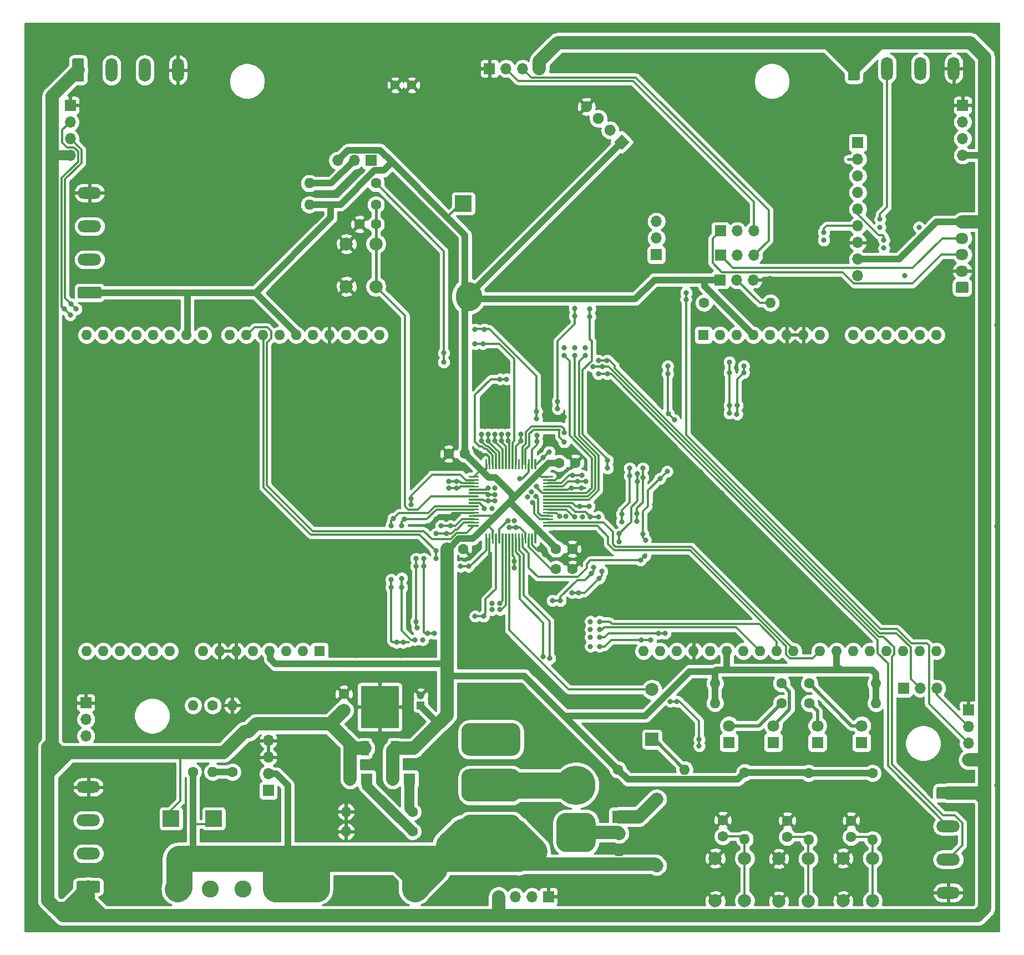
<source format=gtl>
G04 #@! TF.GenerationSoftware,KiCad,Pcbnew,(5.1.9)-1*
G04 #@! TF.CreationDate,2022-03-30T20:26:24+02:00*
G04 #@! TF.ProjectId,robot_mobilny_pcb,726f626f-745f-46d6-9f62-696c6e795f70,rev?*
G04 #@! TF.SameCoordinates,Original*
G04 #@! TF.FileFunction,Copper,L1,Top*
G04 #@! TF.FilePolarity,Positive*
%FSLAX46Y46*%
G04 Gerber Fmt 4.6, Leading zero omitted, Abs format (unit mm)*
G04 Created by KiCad (PCBNEW (5.1.9)-1) date 2022-03-30 20:26:24*
%MOMM*%
%LPD*%
G01*
G04 APERTURE LIST*
G04 #@! TA.AperFunction,SMDPad,CuDef*
%ADD10R,2.500000X2.500000*%
G04 #@! TD*
G04 #@! TA.AperFunction,ComponentPad*
%ADD11C,1.400000*%
G04 #@! TD*
G04 #@! TA.AperFunction,ComponentPad*
%ADD12C,0.100000*%
G04 #@! TD*
G04 #@! TA.AperFunction,ComponentPad*
%ADD13O,1.600000X1.600000*%
G04 #@! TD*
G04 #@! TA.AperFunction,ComponentPad*
%ADD14R,1.600000X1.600000*%
G04 #@! TD*
G04 #@! TA.AperFunction,ComponentPad*
%ADD15C,2.600000*%
G04 #@! TD*
G04 #@! TA.AperFunction,ComponentPad*
%ADD16R,2.600000X2.600000*%
G04 #@! TD*
G04 #@! TA.AperFunction,ComponentPad*
%ADD17R,1.700000X1.700000*%
G04 #@! TD*
G04 #@! TA.AperFunction,ComponentPad*
%ADD18O,1.700000X1.700000*%
G04 #@! TD*
G04 #@! TA.AperFunction,ComponentPad*
%ADD19C,1.600000*%
G04 #@! TD*
G04 #@! TA.AperFunction,ComponentPad*
%ADD20C,1.800000*%
G04 #@! TD*
G04 #@! TA.AperFunction,ComponentPad*
%ADD21R,1.800000X1.800000*%
G04 #@! TD*
G04 #@! TA.AperFunction,ComponentPad*
%ADD22C,1.200000*%
G04 #@! TD*
G04 #@! TA.AperFunction,ComponentPad*
%ADD23R,1.200000X1.200000*%
G04 #@! TD*
G04 #@! TA.AperFunction,ComponentPad*
%ADD24R,2.000000X2.000000*%
G04 #@! TD*
G04 #@! TA.AperFunction,ComponentPad*
%ADD25C,2.000000*%
G04 #@! TD*
G04 #@! TA.AperFunction,SMDPad,CuDef*
%ADD26R,1.200000X2.200000*%
G04 #@! TD*
G04 #@! TA.AperFunction,SMDPad,CuDef*
%ADD27R,5.800000X6.400000*%
G04 #@! TD*
G04 #@! TA.AperFunction,ComponentPad*
%ADD28O,3.600000X1.800000*%
G04 #@! TD*
G04 #@! TA.AperFunction,ComponentPad*
%ADD29O,1.800000X3.600000*%
G04 #@! TD*
G04 #@! TA.AperFunction,ComponentPad*
%ADD30O,1.950000X1.700000*%
G04 #@! TD*
G04 #@! TA.AperFunction,ComponentPad*
%ADD31C,6.000000*%
G04 #@! TD*
G04 #@! TA.AperFunction,ComponentPad*
%ADD32O,2.000000X1.905000*%
G04 #@! TD*
G04 #@! TA.AperFunction,ComponentPad*
%ADD33R,2.000000X1.905000*%
G04 #@! TD*
G04 #@! TA.AperFunction,ViaPad*
%ADD34C,0.800000*%
G04 #@! TD*
G04 #@! TA.AperFunction,Conductor*
%ADD35C,2.000000*%
G04 #@! TD*
G04 #@! TA.AperFunction,Conductor*
%ADD36C,1.000000*%
G04 #@! TD*
G04 #@! TA.AperFunction,Conductor*
%ADD37C,0.300000*%
G04 #@! TD*
G04 #@! TA.AperFunction,Conductor*
%ADD38C,4.000000*%
G04 #@! TD*
G04 #@! TA.AperFunction,Conductor*
%ADD39C,1.500000*%
G04 #@! TD*
G04 #@! TA.AperFunction,Conductor*
%ADD40C,0.500000*%
G04 #@! TD*
G04 #@! TA.AperFunction,Conductor*
%ADD41C,0.400000*%
G04 #@! TD*
G04 #@! TA.AperFunction,Conductor*
%ADD42C,0.254000*%
G04 #@! TD*
G04 #@! TA.AperFunction,Conductor*
%ADD43C,0.100000*%
G04 #@! TD*
G04 APERTURE END LIST*
D10*
X81800000Y-84200000D03*
X37200000Y-178100000D03*
X43700000Y-178100000D03*
D11*
X73940000Y-66100000D03*
X71400000Y-66100000D03*
G04 #@! TA.AperFunction,ComponentPad*
D12*
G36*
X105992102Y-73590020D02*
G01*
X107194184Y-74792102D01*
X105992102Y-75994184D01*
X104790020Y-74792102D01*
X105992102Y-73590020D01*
G37*
G04 #@! TD.AperFunction*
G04 #@! TA.AperFunction,ComponentPad*
G36*
G01*
X104797092Y-72395010D02*
X104797092Y-72395010D01*
G75*
G02*
X104797092Y-73597092I-601041J-601041D01*
G01*
X104797092Y-73597092D01*
G75*
G02*
X103595010Y-73597092I-601041J601041D01*
G01*
X103595010Y-73597092D01*
G75*
G02*
X103595010Y-72395010I601041J601041D01*
G01*
X103595010Y-72395010D01*
G75*
G02*
X104797092Y-72395010I601041J-601041D01*
G01*
G37*
G04 #@! TD.AperFunction*
G04 #@! TA.AperFunction,ComponentPad*
G36*
G01*
X103001041Y-70598959D02*
X103001041Y-70598959D01*
G75*
G02*
X103001041Y-71801041I-601041J-601041D01*
G01*
X103001041Y-71801041D01*
G75*
G02*
X101798959Y-71801041I-601041J601041D01*
G01*
X101798959Y-71801041D01*
G75*
G02*
X101798959Y-70598959I601041J601041D01*
G01*
X101798959Y-70598959D01*
G75*
G02*
X103001041Y-70598959I601041J-601041D01*
G01*
G37*
G04 #@! TD.AperFunction*
G04 #@! TA.AperFunction,ComponentPad*
G36*
G01*
X101204989Y-68802907D02*
X101204989Y-68802907D01*
G75*
G02*
X101204989Y-70004989I-601041J-601041D01*
G01*
X101204989Y-70004989D01*
G75*
G02*
X100002907Y-70004989I-601041J601041D01*
G01*
X100002907Y-70004989D01*
G75*
G02*
X100002907Y-68802907I601041J601041D01*
G01*
X100002907Y-68802907D01*
G75*
G02*
X101204989Y-68802907I601041J-601041D01*
G01*
G37*
G04 #@! TD.AperFunction*
D13*
X26820000Y-104250000D03*
X24280000Y-104250000D03*
X63900000Y-104250000D03*
X24280000Y-152510000D03*
X61360000Y-104250000D03*
X26820000Y-152510000D03*
X58820000Y-104250000D03*
X29360000Y-152510000D03*
X56280000Y-104250000D03*
X31900000Y-152510000D03*
X53740000Y-104250000D03*
X34440000Y-152510000D03*
X51200000Y-104250000D03*
X36980000Y-152510000D03*
X48660000Y-104250000D03*
X42060000Y-152510000D03*
X46120000Y-104250000D03*
X44600000Y-152510000D03*
X42060000Y-104250000D03*
X47140000Y-152510000D03*
X39520000Y-104250000D03*
X49680000Y-152510000D03*
X36980000Y-104250000D03*
X52220000Y-152510000D03*
X34440000Y-104250000D03*
X54760000Y-152510000D03*
X31900000Y-104250000D03*
X57300000Y-152510000D03*
X29360000Y-104250000D03*
D14*
X59840000Y-152510000D03*
D13*
X66440000Y-104250000D03*
X68980000Y-104250000D03*
X109310000Y-152510000D03*
X111850000Y-152510000D03*
D14*
X118450000Y-104250000D03*
D13*
X148930000Y-152510000D03*
X120990000Y-104250000D03*
X146390000Y-152510000D03*
X123530000Y-104250000D03*
X143850000Y-152510000D03*
X126070000Y-104250000D03*
X141310000Y-152510000D03*
X128610000Y-104250000D03*
X138770000Y-152510000D03*
X131150000Y-104250000D03*
X136230000Y-152510000D03*
X133690000Y-104250000D03*
X132170000Y-152510000D03*
X136230000Y-104250000D03*
X129630000Y-152510000D03*
X141310000Y-104250000D03*
X127090000Y-152510000D03*
X143850000Y-104250000D03*
X124550000Y-152510000D03*
X146390000Y-104250000D03*
X122010000Y-152510000D03*
X148930000Y-104250000D03*
X119470000Y-152510000D03*
X151470000Y-104250000D03*
X116930000Y-152510000D03*
X154010000Y-104250000D03*
X114390000Y-152510000D03*
X154010000Y-152510000D03*
X151470000Y-152510000D03*
G04 #@! TA.AperFunction,SMDPad,CuDef*
G36*
G01*
X85150000Y-124675000D02*
X85150000Y-123275000D01*
G75*
G02*
X85225000Y-123200000I75000J0D01*
G01*
X85375000Y-123200000D01*
G75*
G02*
X85450000Y-123275000I0J-75000D01*
G01*
X85450000Y-124675000D01*
G75*
G02*
X85375000Y-124750000I-75000J0D01*
G01*
X85225000Y-124750000D01*
G75*
G02*
X85150000Y-124675000I0J75000D01*
G01*
G37*
G04 #@! TD.AperFunction*
G04 #@! TA.AperFunction,SMDPad,CuDef*
G36*
G01*
X85650000Y-124675000D02*
X85650000Y-123275000D01*
G75*
G02*
X85725000Y-123200000I75000J0D01*
G01*
X85875000Y-123200000D01*
G75*
G02*
X85950000Y-123275000I0J-75000D01*
G01*
X85950000Y-124675000D01*
G75*
G02*
X85875000Y-124750000I-75000J0D01*
G01*
X85725000Y-124750000D01*
G75*
G02*
X85650000Y-124675000I0J75000D01*
G01*
G37*
G04 #@! TD.AperFunction*
G04 #@! TA.AperFunction,SMDPad,CuDef*
G36*
G01*
X86150000Y-124675000D02*
X86150000Y-123275000D01*
G75*
G02*
X86225000Y-123200000I75000J0D01*
G01*
X86375000Y-123200000D01*
G75*
G02*
X86450000Y-123275000I0J-75000D01*
G01*
X86450000Y-124675000D01*
G75*
G02*
X86375000Y-124750000I-75000J0D01*
G01*
X86225000Y-124750000D01*
G75*
G02*
X86150000Y-124675000I0J75000D01*
G01*
G37*
G04 #@! TD.AperFunction*
G04 #@! TA.AperFunction,SMDPad,CuDef*
G36*
G01*
X86650000Y-124675000D02*
X86650000Y-123275000D01*
G75*
G02*
X86725000Y-123200000I75000J0D01*
G01*
X86875000Y-123200000D01*
G75*
G02*
X86950000Y-123275000I0J-75000D01*
G01*
X86950000Y-124675000D01*
G75*
G02*
X86875000Y-124750000I-75000J0D01*
G01*
X86725000Y-124750000D01*
G75*
G02*
X86650000Y-124675000I0J75000D01*
G01*
G37*
G04 #@! TD.AperFunction*
G04 #@! TA.AperFunction,SMDPad,CuDef*
G36*
G01*
X87150000Y-124675000D02*
X87150000Y-123275000D01*
G75*
G02*
X87225000Y-123200000I75000J0D01*
G01*
X87375000Y-123200000D01*
G75*
G02*
X87450000Y-123275000I0J-75000D01*
G01*
X87450000Y-124675000D01*
G75*
G02*
X87375000Y-124750000I-75000J0D01*
G01*
X87225000Y-124750000D01*
G75*
G02*
X87150000Y-124675000I0J75000D01*
G01*
G37*
G04 #@! TD.AperFunction*
G04 #@! TA.AperFunction,SMDPad,CuDef*
G36*
G01*
X87650000Y-124675000D02*
X87650000Y-123275000D01*
G75*
G02*
X87725000Y-123200000I75000J0D01*
G01*
X87875000Y-123200000D01*
G75*
G02*
X87950000Y-123275000I0J-75000D01*
G01*
X87950000Y-124675000D01*
G75*
G02*
X87875000Y-124750000I-75000J0D01*
G01*
X87725000Y-124750000D01*
G75*
G02*
X87650000Y-124675000I0J75000D01*
G01*
G37*
G04 #@! TD.AperFunction*
G04 #@! TA.AperFunction,SMDPad,CuDef*
G36*
G01*
X88150000Y-124675000D02*
X88150000Y-123275000D01*
G75*
G02*
X88225000Y-123200000I75000J0D01*
G01*
X88375000Y-123200000D01*
G75*
G02*
X88450000Y-123275000I0J-75000D01*
G01*
X88450000Y-124675000D01*
G75*
G02*
X88375000Y-124750000I-75000J0D01*
G01*
X88225000Y-124750000D01*
G75*
G02*
X88150000Y-124675000I0J75000D01*
G01*
G37*
G04 #@! TD.AperFunction*
G04 #@! TA.AperFunction,SMDPad,CuDef*
G36*
G01*
X88650000Y-124675000D02*
X88650000Y-123275000D01*
G75*
G02*
X88725000Y-123200000I75000J0D01*
G01*
X88875000Y-123200000D01*
G75*
G02*
X88950000Y-123275000I0J-75000D01*
G01*
X88950000Y-124675000D01*
G75*
G02*
X88875000Y-124750000I-75000J0D01*
G01*
X88725000Y-124750000D01*
G75*
G02*
X88650000Y-124675000I0J75000D01*
G01*
G37*
G04 #@! TD.AperFunction*
G04 #@! TA.AperFunction,SMDPad,CuDef*
G36*
G01*
X89150000Y-124675000D02*
X89150000Y-123275000D01*
G75*
G02*
X89225000Y-123200000I75000J0D01*
G01*
X89375000Y-123200000D01*
G75*
G02*
X89450000Y-123275000I0J-75000D01*
G01*
X89450000Y-124675000D01*
G75*
G02*
X89375000Y-124750000I-75000J0D01*
G01*
X89225000Y-124750000D01*
G75*
G02*
X89150000Y-124675000I0J75000D01*
G01*
G37*
G04 #@! TD.AperFunction*
G04 #@! TA.AperFunction,SMDPad,CuDef*
G36*
G01*
X89650000Y-124675000D02*
X89650000Y-123275000D01*
G75*
G02*
X89725000Y-123200000I75000J0D01*
G01*
X89875000Y-123200000D01*
G75*
G02*
X89950000Y-123275000I0J-75000D01*
G01*
X89950000Y-124675000D01*
G75*
G02*
X89875000Y-124750000I-75000J0D01*
G01*
X89725000Y-124750000D01*
G75*
G02*
X89650000Y-124675000I0J75000D01*
G01*
G37*
G04 #@! TD.AperFunction*
G04 #@! TA.AperFunction,SMDPad,CuDef*
G36*
G01*
X90150000Y-124675000D02*
X90150000Y-123275000D01*
G75*
G02*
X90225000Y-123200000I75000J0D01*
G01*
X90375000Y-123200000D01*
G75*
G02*
X90450000Y-123275000I0J-75000D01*
G01*
X90450000Y-124675000D01*
G75*
G02*
X90375000Y-124750000I-75000J0D01*
G01*
X90225000Y-124750000D01*
G75*
G02*
X90150000Y-124675000I0J75000D01*
G01*
G37*
G04 #@! TD.AperFunction*
G04 #@! TA.AperFunction,SMDPad,CuDef*
G36*
G01*
X90650000Y-124675000D02*
X90650000Y-123275000D01*
G75*
G02*
X90725000Y-123200000I75000J0D01*
G01*
X90875000Y-123200000D01*
G75*
G02*
X90950000Y-123275000I0J-75000D01*
G01*
X90950000Y-124675000D01*
G75*
G02*
X90875000Y-124750000I-75000J0D01*
G01*
X90725000Y-124750000D01*
G75*
G02*
X90650000Y-124675000I0J75000D01*
G01*
G37*
G04 #@! TD.AperFunction*
G04 #@! TA.AperFunction,SMDPad,CuDef*
G36*
G01*
X91150000Y-124675000D02*
X91150000Y-123275000D01*
G75*
G02*
X91225000Y-123200000I75000J0D01*
G01*
X91375000Y-123200000D01*
G75*
G02*
X91450000Y-123275000I0J-75000D01*
G01*
X91450000Y-124675000D01*
G75*
G02*
X91375000Y-124750000I-75000J0D01*
G01*
X91225000Y-124750000D01*
G75*
G02*
X91150000Y-124675000I0J75000D01*
G01*
G37*
G04 #@! TD.AperFunction*
G04 #@! TA.AperFunction,SMDPad,CuDef*
G36*
G01*
X91650000Y-124675000D02*
X91650000Y-123275000D01*
G75*
G02*
X91725000Y-123200000I75000J0D01*
G01*
X91875000Y-123200000D01*
G75*
G02*
X91950000Y-123275000I0J-75000D01*
G01*
X91950000Y-124675000D01*
G75*
G02*
X91875000Y-124750000I-75000J0D01*
G01*
X91725000Y-124750000D01*
G75*
G02*
X91650000Y-124675000I0J75000D01*
G01*
G37*
G04 #@! TD.AperFunction*
G04 #@! TA.AperFunction,SMDPad,CuDef*
G36*
G01*
X92150000Y-124675000D02*
X92150000Y-123275000D01*
G75*
G02*
X92225000Y-123200000I75000J0D01*
G01*
X92375000Y-123200000D01*
G75*
G02*
X92450000Y-123275000I0J-75000D01*
G01*
X92450000Y-124675000D01*
G75*
G02*
X92375000Y-124750000I-75000J0D01*
G01*
X92225000Y-124750000D01*
G75*
G02*
X92150000Y-124675000I0J75000D01*
G01*
G37*
G04 #@! TD.AperFunction*
G04 #@! TA.AperFunction,SMDPad,CuDef*
G36*
G01*
X92650000Y-124675000D02*
X92650000Y-123275000D01*
G75*
G02*
X92725000Y-123200000I75000J0D01*
G01*
X92875000Y-123200000D01*
G75*
G02*
X92950000Y-123275000I0J-75000D01*
G01*
X92950000Y-124675000D01*
G75*
G02*
X92875000Y-124750000I-75000J0D01*
G01*
X92725000Y-124750000D01*
G75*
G02*
X92650000Y-124675000I0J75000D01*
G01*
G37*
G04 #@! TD.AperFunction*
G04 #@! TA.AperFunction,SMDPad,CuDef*
G36*
G01*
X93950000Y-125975000D02*
X93950000Y-125825000D01*
G75*
G02*
X94025000Y-125750000I75000J0D01*
G01*
X95425000Y-125750000D01*
G75*
G02*
X95500000Y-125825000I0J-75000D01*
G01*
X95500000Y-125975000D01*
G75*
G02*
X95425000Y-126050000I-75000J0D01*
G01*
X94025000Y-126050000D01*
G75*
G02*
X93950000Y-125975000I0J75000D01*
G01*
G37*
G04 #@! TD.AperFunction*
G04 #@! TA.AperFunction,SMDPad,CuDef*
G36*
G01*
X93950000Y-126475000D02*
X93950000Y-126325000D01*
G75*
G02*
X94025000Y-126250000I75000J0D01*
G01*
X95425000Y-126250000D01*
G75*
G02*
X95500000Y-126325000I0J-75000D01*
G01*
X95500000Y-126475000D01*
G75*
G02*
X95425000Y-126550000I-75000J0D01*
G01*
X94025000Y-126550000D01*
G75*
G02*
X93950000Y-126475000I0J75000D01*
G01*
G37*
G04 #@! TD.AperFunction*
G04 #@! TA.AperFunction,SMDPad,CuDef*
G36*
G01*
X93950000Y-126975000D02*
X93950000Y-126825000D01*
G75*
G02*
X94025000Y-126750000I75000J0D01*
G01*
X95425000Y-126750000D01*
G75*
G02*
X95500000Y-126825000I0J-75000D01*
G01*
X95500000Y-126975000D01*
G75*
G02*
X95425000Y-127050000I-75000J0D01*
G01*
X94025000Y-127050000D01*
G75*
G02*
X93950000Y-126975000I0J75000D01*
G01*
G37*
G04 #@! TD.AperFunction*
G04 #@! TA.AperFunction,SMDPad,CuDef*
G36*
G01*
X93950000Y-127475000D02*
X93950000Y-127325000D01*
G75*
G02*
X94025000Y-127250000I75000J0D01*
G01*
X95425000Y-127250000D01*
G75*
G02*
X95500000Y-127325000I0J-75000D01*
G01*
X95500000Y-127475000D01*
G75*
G02*
X95425000Y-127550000I-75000J0D01*
G01*
X94025000Y-127550000D01*
G75*
G02*
X93950000Y-127475000I0J75000D01*
G01*
G37*
G04 #@! TD.AperFunction*
G04 #@! TA.AperFunction,SMDPad,CuDef*
G36*
G01*
X93950000Y-127975000D02*
X93950000Y-127825000D01*
G75*
G02*
X94025000Y-127750000I75000J0D01*
G01*
X95425000Y-127750000D01*
G75*
G02*
X95500000Y-127825000I0J-75000D01*
G01*
X95500000Y-127975000D01*
G75*
G02*
X95425000Y-128050000I-75000J0D01*
G01*
X94025000Y-128050000D01*
G75*
G02*
X93950000Y-127975000I0J75000D01*
G01*
G37*
G04 #@! TD.AperFunction*
G04 #@! TA.AperFunction,SMDPad,CuDef*
G36*
G01*
X93950000Y-128475000D02*
X93950000Y-128325000D01*
G75*
G02*
X94025000Y-128250000I75000J0D01*
G01*
X95425000Y-128250000D01*
G75*
G02*
X95500000Y-128325000I0J-75000D01*
G01*
X95500000Y-128475000D01*
G75*
G02*
X95425000Y-128550000I-75000J0D01*
G01*
X94025000Y-128550000D01*
G75*
G02*
X93950000Y-128475000I0J75000D01*
G01*
G37*
G04 #@! TD.AperFunction*
G04 #@! TA.AperFunction,SMDPad,CuDef*
G36*
G01*
X93950000Y-128975000D02*
X93950000Y-128825000D01*
G75*
G02*
X94025000Y-128750000I75000J0D01*
G01*
X95425000Y-128750000D01*
G75*
G02*
X95500000Y-128825000I0J-75000D01*
G01*
X95500000Y-128975000D01*
G75*
G02*
X95425000Y-129050000I-75000J0D01*
G01*
X94025000Y-129050000D01*
G75*
G02*
X93950000Y-128975000I0J75000D01*
G01*
G37*
G04 #@! TD.AperFunction*
G04 #@! TA.AperFunction,SMDPad,CuDef*
G36*
G01*
X93950000Y-129475000D02*
X93950000Y-129325000D01*
G75*
G02*
X94025000Y-129250000I75000J0D01*
G01*
X95425000Y-129250000D01*
G75*
G02*
X95500000Y-129325000I0J-75000D01*
G01*
X95500000Y-129475000D01*
G75*
G02*
X95425000Y-129550000I-75000J0D01*
G01*
X94025000Y-129550000D01*
G75*
G02*
X93950000Y-129475000I0J75000D01*
G01*
G37*
G04 #@! TD.AperFunction*
G04 #@! TA.AperFunction,SMDPad,CuDef*
G36*
G01*
X93950000Y-129975000D02*
X93950000Y-129825000D01*
G75*
G02*
X94025000Y-129750000I75000J0D01*
G01*
X95425000Y-129750000D01*
G75*
G02*
X95500000Y-129825000I0J-75000D01*
G01*
X95500000Y-129975000D01*
G75*
G02*
X95425000Y-130050000I-75000J0D01*
G01*
X94025000Y-130050000D01*
G75*
G02*
X93950000Y-129975000I0J75000D01*
G01*
G37*
G04 #@! TD.AperFunction*
G04 #@! TA.AperFunction,SMDPad,CuDef*
G36*
G01*
X93950000Y-130475000D02*
X93950000Y-130325000D01*
G75*
G02*
X94025000Y-130250000I75000J0D01*
G01*
X95425000Y-130250000D01*
G75*
G02*
X95500000Y-130325000I0J-75000D01*
G01*
X95500000Y-130475000D01*
G75*
G02*
X95425000Y-130550000I-75000J0D01*
G01*
X94025000Y-130550000D01*
G75*
G02*
X93950000Y-130475000I0J75000D01*
G01*
G37*
G04 #@! TD.AperFunction*
G04 #@! TA.AperFunction,SMDPad,CuDef*
G36*
G01*
X93950000Y-130975000D02*
X93950000Y-130825000D01*
G75*
G02*
X94025000Y-130750000I75000J0D01*
G01*
X95425000Y-130750000D01*
G75*
G02*
X95500000Y-130825000I0J-75000D01*
G01*
X95500000Y-130975000D01*
G75*
G02*
X95425000Y-131050000I-75000J0D01*
G01*
X94025000Y-131050000D01*
G75*
G02*
X93950000Y-130975000I0J75000D01*
G01*
G37*
G04 #@! TD.AperFunction*
G04 #@! TA.AperFunction,SMDPad,CuDef*
G36*
G01*
X93950000Y-131475000D02*
X93950000Y-131325000D01*
G75*
G02*
X94025000Y-131250000I75000J0D01*
G01*
X95425000Y-131250000D01*
G75*
G02*
X95500000Y-131325000I0J-75000D01*
G01*
X95500000Y-131475000D01*
G75*
G02*
X95425000Y-131550000I-75000J0D01*
G01*
X94025000Y-131550000D01*
G75*
G02*
X93950000Y-131475000I0J75000D01*
G01*
G37*
G04 #@! TD.AperFunction*
G04 #@! TA.AperFunction,SMDPad,CuDef*
G36*
G01*
X93950000Y-131975000D02*
X93950000Y-131825000D01*
G75*
G02*
X94025000Y-131750000I75000J0D01*
G01*
X95425000Y-131750000D01*
G75*
G02*
X95500000Y-131825000I0J-75000D01*
G01*
X95500000Y-131975000D01*
G75*
G02*
X95425000Y-132050000I-75000J0D01*
G01*
X94025000Y-132050000D01*
G75*
G02*
X93950000Y-131975000I0J75000D01*
G01*
G37*
G04 #@! TD.AperFunction*
G04 #@! TA.AperFunction,SMDPad,CuDef*
G36*
G01*
X93950000Y-132475000D02*
X93950000Y-132325000D01*
G75*
G02*
X94025000Y-132250000I75000J0D01*
G01*
X95425000Y-132250000D01*
G75*
G02*
X95500000Y-132325000I0J-75000D01*
G01*
X95500000Y-132475000D01*
G75*
G02*
X95425000Y-132550000I-75000J0D01*
G01*
X94025000Y-132550000D01*
G75*
G02*
X93950000Y-132475000I0J75000D01*
G01*
G37*
G04 #@! TD.AperFunction*
G04 #@! TA.AperFunction,SMDPad,CuDef*
G36*
G01*
X93950000Y-132975000D02*
X93950000Y-132825000D01*
G75*
G02*
X94025000Y-132750000I75000J0D01*
G01*
X95425000Y-132750000D01*
G75*
G02*
X95500000Y-132825000I0J-75000D01*
G01*
X95500000Y-132975000D01*
G75*
G02*
X95425000Y-133050000I-75000J0D01*
G01*
X94025000Y-133050000D01*
G75*
G02*
X93950000Y-132975000I0J75000D01*
G01*
G37*
G04 #@! TD.AperFunction*
G04 #@! TA.AperFunction,SMDPad,CuDef*
G36*
G01*
X93950000Y-133475000D02*
X93950000Y-133325000D01*
G75*
G02*
X94025000Y-133250000I75000J0D01*
G01*
X95425000Y-133250000D01*
G75*
G02*
X95500000Y-133325000I0J-75000D01*
G01*
X95500000Y-133475000D01*
G75*
G02*
X95425000Y-133550000I-75000J0D01*
G01*
X94025000Y-133550000D01*
G75*
G02*
X93950000Y-133475000I0J75000D01*
G01*
G37*
G04 #@! TD.AperFunction*
G04 #@! TA.AperFunction,SMDPad,CuDef*
G36*
G01*
X92650000Y-136025000D02*
X92650000Y-134625000D01*
G75*
G02*
X92725000Y-134550000I75000J0D01*
G01*
X92875000Y-134550000D01*
G75*
G02*
X92950000Y-134625000I0J-75000D01*
G01*
X92950000Y-136025000D01*
G75*
G02*
X92875000Y-136100000I-75000J0D01*
G01*
X92725000Y-136100000D01*
G75*
G02*
X92650000Y-136025000I0J75000D01*
G01*
G37*
G04 #@! TD.AperFunction*
G04 #@! TA.AperFunction,SMDPad,CuDef*
G36*
G01*
X92150000Y-136025000D02*
X92150000Y-134625000D01*
G75*
G02*
X92225000Y-134550000I75000J0D01*
G01*
X92375000Y-134550000D01*
G75*
G02*
X92450000Y-134625000I0J-75000D01*
G01*
X92450000Y-136025000D01*
G75*
G02*
X92375000Y-136100000I-75000J0D01*
G01*
X92225000Y-136100000D01*
G75*
G02*
X92150000Y-136025000I0J75000D01*
G01*
G37*
G04 #@! TD.AperFunction*
G04 #@! TA.AperFunction,SMDPad,CuDef*
G36*
G01*
X91650000Y-136025000D02*
X91650000Y-134625000D01*
G75*
G02*
X91725000Y-134550000I75000J0D01*
G01*
X91875000Y-134550000D01*
G75*
G02*
X91950000Y-134625000I0J-75000D01*
G01*
X91950000Y-136025000D01*
G75*
G02*
X91875000Y-136100000I-75000J0D01*
G01*
X91725000Y-136100000D01*
G75*
G02*
X91650000Y-136025000I0J75000D01*
G01*
G37*
G04 #@! TD.AperFunction*
G04 #@! TA.AperFunction,SMDPad,CuDef*
G36*
G01*
X91150000Y-136025000D02*
X91150000Y-134625000D01*
G75*
G02*
X91225000Y-134550000I75000J0D01*
G01*
X91375000Y-134550000D01*
G75*
G02*
X91450000Y-134625000I0J-75000D01*
G01*
X91450000Y-136025000D01*
G75*
G02*
X91375000Y-136100000I-75000J0D01*
G01*
X91225000Y-136100000D01*
G75*
G02*
X91150000Y-136025000I0J75000D01*
G01*
G37*
G04 #@! TD.AperFunction*
G04 #@! TA.AperFunction,SMDPad,CuDef*
G36*
G01*
X90650000Y-136025000D02*
X90650000Y-134625000D01*
G75*
G02*
X90725000Y-134550000I75000J0D01*
G01*
X90875000Y-134550000D01*
G75*
G02*
X90950000Y-134625000I0J-75000D01*
G01*
X90950000Y-136025000D01*
G75*
G02*
X90875000Y-136100000I-75000J0D01*
G01*
X90725000Y-136100000D01*
G75*
G02*
X90650000Y-136025000I0J75000D01*
G01*
G37*
G04 #@! TD.AperFunction*
G04 #@! TA.AperFunction,SMDPad,CuDef*
G36*
G01*
X90150000Y-136025000D02*
X90150000Y-134625000D01*
G75*
G02*
X90225000Y-134550000I75000J0D01*
G01*
X90375000Y-134550000D01*
G75*
G02*
X90450000Y-134625000I0J-75000D01*
G01*
X90450000Y-136025000D01*
G75*
G02*
X90375000Y-136100000I-75000J0D01*
G01*
X90225000Y-136100000D01*
G75*
G02*
X90150000Y-136025000I0J75000D01*
G01*
G37*
G04 #@! TD.AperFunction*
G04 #@! TA.AperFunction,SMDPad,CuDef*
G36*
G01*
X89650000Y-136025000D02*
X89650000Y-134625000D01*
G75*
G02*
X89725000Y-134550000I75000J0D01*
G01*
X89875000Y-134550000D01*
G75*
G02*
X89950000Y-134625000I0J-75000D01*
G01*
X89950000Y-136025000D01*
G75*
G02*
X89875000Y-136100000I-75000J0D01*
G01*
X89725000Y-136100000D01*
G75*
G02*
X89650000Y-136025000I0J75000D01*
G01*
G37*
G04 #@! TD.AperFunction*
G04 #@! TA.AperFunction,SMDPad,CuDef*
G36*
G01*
X89150000Y-136025000D02*
X89150000Y-134625000D01*
G75*
G02*
X89225000Y-134550000I75000J0D01*
G01*
X89375000Y-134550000D01*
G75*
G02*
X89450000Y-134625000I0J-75000D01*
G01*
X89450000Y-136025000D01*
G75*
G02*
X89375000Y-136100000I-75000J0D01*
G01*
X89225000Y-136100000D01*
G75*
G02*
X89150000Y-136025000I0J75000D01*
G01*
G37*
G04 #@! TD.AperFunction*
G04 #@! TA.AperFunction,SMDPad,CuDef*
G36*
G01*
X88650000Y-136025000D02*
X88650000Y-134625000D01*
G75*
G02*
X88725000Y-134550000I75000J0D01*
G01*
X88875000Y-134550000D01*
G75*
G02*
X88950000Y-134625000I0J-75000D01*
G01*
X88950000Y-136025000D01*
G75*
G02*
X88875000Y-136100000I-75000J0D01*
G01*
X88725000Y-136100000D01*
G75*
G02*
X88650000Y-136025000I0J75000D01*
G01*
G37*
G04 #@! TD.AperFunction*
G04 #@! TA.AperFunction,SMDPad,CuDef*
G36*
G01*
X88150000Y-136025000D02*
X88150000Y-134625000D01*
G75*
G02*
X88225000Y-134550000I75000J0D01*
G01*
X88375000Y-134550000D01*
G75*
G02*
X88450000Y-134625000I0J-75000D01*
G01*
X88450000Y-136025000D01*
G75*
G02*
X88375000Y-136100000I-75000J0D01*
G01*
X88225000Y-136100000D01*
G75*
G02*
X88150000Y-136025000I0J75000D01*
G01*
G37*
G04 #@! TD.AperFunction*
G04 #@! TA.AperFunction,SMDPad,CuDef*
G36*
G01*
X87650000Y-136025000D02*
X87650000Y-134625000D01*
G75*
G02*
X87725000Y-134550000I75000J0D01*
G01*
X87875000Y-134550000D01*
G75*
G02*
X87950000Y-134625000I0J-75000D01*
G01*
X87950000Y-136025000D01*
G75*
G02*
X87875000Y-136100000I-75000J0D01*
G01*
X87725000Y-136100000D01*
G75*
G02*
X87650000Y-136025000I0J75000D01*
G01*
G37*
G04 #@! TD.AperFunction*
G04 #@! TA.AperFunction,SMDPad,CuDef*
G36*
G01*
X87150000Y-136025000D02*
X87150000Y-134625000D01*
G75*
G02*
X87225000Y-134550000I75000J0D01*
G01*
X87375000Y-134550000D01*
G75*
G02*
X87450000Y-134625000I0J-75000D01*
G01*
X87450000Y-136025000D01*
G75*
G02*
X87375000Y-136100000I-75000J0D01*
G01*
X87225000Y-136100000D01*
G75*
G02*
X87150000Y-136025000I0J75000D01*
G01*
G37*
G04 #@! TD.AperFunction*
G04 #@! TA.AperFunction,SMDPad,CuDef*
G36*
G01*
X86650000Y-136025000D02*
X86650000Y-134625000D01*
G75*
G02*
X86725000Y-134550000I75000J0D01*
G01*
X86875000Y-134550000D01*
G75*
G02*
X86950000Y-134625000I0J-75000D01*
G01*
X86950000Y-136025000D01*
G75*
G02*
X86875000Y-136100000I-75000J0D01*
G01*
X86725000Y-136100000D01*
G75*
G02*
X86650000Y-136025000I0J75000D01*
G01*
G37*
G04 #@! TD.AperFunction*
G04 #@! TA.AperFunction,SMDPad,CuDef*
G36*
G01*
X86150000Y-136025000D02*
X86150000Y-134625000D01*
G75*
G02*
X86225000Y-134550000I75000J0D01*
G01*
X86375000Y-134550000D01*
G75*
G02*
X86450000Y-134625000I0J-75000D01*
G01*
X86450000Y-136025000D01*
G75*
G02*
X86375000Y-136100000I-75000J0D01*
G01*
X86225000Y-136100000D01*
G75*
G02*
X86150000Y-136025000I0J75000D01*
G01*
G37*
G04 #@! TD.AperFunction*
G04 #@! TA.AperFunction,SMDPad,CuDef*
G36*
G01*
X85650000Y-136025000D02*
X85650000Y-134625000D01*
G75*
G02*
X85725000Y-134550000I75000J0D01*
G01*
X85875000Y-134550000D01*
G75*
G02*
X85950000Y-134625000I0J-75000D01*
G01*
X85950000Y-136025000D01*
G75*
G02*
X85875000Y-136100000I-75000J0D01*
G01*
X85725000Y-136100000D01*
G75*
G02*
X85650000Y-136025000I0J75000D01*
G01*
G37*
G04 #@! TD.AperFunction*
G04 #@! TA.AperFunction,SMDPad,CuDef*
G36*
G01*
X85150000Y-136025000D02*
X85150000Y-134625000D01*
G75*
G02*
X85225000Y-134550000I75000J0D01*
G01*
X85375000Y-134550000D01*
G75*
G02*
X85450000Y-134625000I0J-75000D01*
G01*
X85450000Y-136025000D01*
G75*
G02*
X85375000Y-136100000I-75000J0D01*
G01*
X85225000Y-136100000D01*
G75*
G02*
X85150000Y-136025000I0J75000D01*
G01*
G37*
G04 #@! TD.AperFunction*
G04 #@! TA.AperFunction,SMDPad,CuDef*
G36*
G01*
X82600000Y-133475000D02*
X82600000Y-133325000D01*
G75*
G02*
X82675000Y-133250000I75000J0D01*
G01*
X84075000Y-133250000D01*
G75*
G02*
X84150000Y-133325000I0J-75000D01*
G01*
X84150000Y-133475000D01*
G75*
G02*
X84075000Y-133550000I-75000J0D01*
G01*
X82675000Y-133550000D01*
G75*
G02*
X82600000Y-133475000I0J75000D01*
G01*
G37*
G04 #@! TD.AperFunction*
G04 #@! TA.AperFunction,SMDPad,CuDef*
G36*
G01*
X82600000Y-132975000D02*
X82600000Y-132825000D01*
G75*
G02*
X82675000Y-132750000I75000J0D01*
G01*
X84075000Y-132750000D01*
G75*
G02*
X84150000Y-132825000I0J-75000D01*
G01*
X84150000Y-132975000D01*
G75*
G02*
X84075000Y-133050000I-75000J0D01*
G01*
X82675000Y-133050000D01*
G75*
G02*
X82600000Y-132975000I0J75000D01*
G01*
G37*
G04 #@! TD.AperFunction*
G04 #@! TA.AperFunction,SMDPad,CuDef*
G36*
G01*
X82600000Y-132475000D02*
X82600000Y-132325000D01*
G75*
G02*
X82675000Y-132250000I75000J0D01*
G01*
X84075000Y-132250000D01*
G75*
G02*
X84150000Y-132325000I0J-75000D01*
G01*
X84150000Y-132475000D01*
G75*
G02*
X84075000Y-132550000I-75000J0D01*
G01*
X82675000Y-132550000D01*
G75*
G02*
X82600000Y-132475000I0J75000D01*
G01*
G37*
G04 #@! TD.AperFunction*
G04 #@! TA.AperFunction,SMDPad,CuDef*
G36*
G01*
X82600000Y-131975000D02*
X82600000Y-131825000D01*
G75*
G02*
X82675000Y-131750000I75000J0D01*
G01*
X84075000Y-131750000D01*
G75*
G02*
X84150000Y-131825000I0J-75000D01*
G01*
X84150000Y-131975000D01*
G75*
G02*
X84075000Y-132050000I-75000J0D01*
G01*
X82675000Y-132050000D01*
G75*
G02*
X82600000Y-131975000I0J75000D01*
G01*
G37*
G04 #@! TD.AperFunction*
G04 #@! TA.AperFunction,SMDPad,CuDef*
G36*
G01*
X82600000Y-131475000D02*
X82600000Y-131325000D01*
G75*
G02*
X82675000Y-131250000I75000J0D01*
G01*
X84075000Y-131250000D01*
G75*
G02*
X84150000Y-131325000I0J-75000D01*
G01*
X84150000Y-131475000D01*
G75*
G02*
X84075000Y-131550000I-75000J0D01*
G01*
X82675000Y-131550000D01*
G75*
G02*
X82600000Y-131475000I0J75000D01*
G01*
G37*
G04 #@! TD.AperFunction*
G04 #@! TA.AperFunction,SMDPad,CuDef*
G36*
G01*
X82600000Y-130975000D02*
X82600000Y-130825000D01*
G75*
G02*
X82675000Y-130750000I75000J0D01*
G01*
X84075000Y-130750000D01*
G75*
G02*
X84150000Y-130825000I0J-75000D01*
G01*
X84150000Y-130975000D01*
G75*
G02*
X84075000Y-131050000I-75000J0D01*
G01*
X82675000Y-131050000D01*
G75*
G02*
X82600000Y-130975000I0J75000D01*
G01*
G37*
G04 #@! TD.AperFunction*
G04 #@! TA.AperFunction,SMDPad,CuDef*
G36*
G01*
X82600000Y-130475000D02*
X82600000Y-130325000D01*
G75*
G02*
X82675000Y-130250000I75000J0D01*
G01*
X84075000Y-130250000D01*
G75*
G02*
X84150000Y-130325000I0J-75000D01*
G01*
X84150000Y-130475000D01*
G75*
G02*
X84075000Y-130550000I-75000J0D01*
G01*
X82675000Y-130550000D01*
G75*
G02*
X82600000Y-130475000I0J75000D01*
G01*
G37*
G04 #@! TD.AperFunction*
G04 #@! TA.AperFunction,SMDPad,CuDef*
G36*
G01*
X82600000Y-129975000D02*
X82600000Y-129825000D01*
G75*
G02*
X82675000Y-129750000I75000J0D01*
G01*
X84075000Y-129750000D01*
G75*
G02*
X84150000Y-129825000I0J-75000D01*
G01*
X84150000Y-129975000D01*
G75*
G02*
X84075000Y-130050000I-75000J0D01*
G01*
X82675000Y-130050000D01*
G75*
G02*
X82600000Y-129975000I0J75000D01*
G01*
G37*
G04 #@! TD.AperFunction*
G04 #@! TA.AperFunction,SMDPad,CuDef*
G36*
G01*
X82600000Y-129475000D02*
X82600000Y-129325000D01*
G75*
G02*
X82675000Y-129250000I75000J0D01*
G01*
X84075000Y-129250000D01*
G75*
G02*
X84150000Y-129325000I0J-75000D01*
G01*
X84150000Y-129475000D01*
G75*
G02*
X84075000Y-129550000I-75000J0D01*
G01*
X82675000Y-129550000D01*
G75*
G02*
X82600000Y-129475000I0J75000D01*
G01*
G37*
G04 #@! TD.AperFunction*
G04 #@! TA.AperFunction,SMDPad,CuDef*
G36*
G01*
X82600000Y-128975000D02*
X82600000Y-128825000D01*
G75*
G02*
X82675000Y-128750000I75000J0D01*
G01*
X84075000Y-128750000D01*
G75*
G02*
X84150000Y-128825000I0J-75000D01*
G01*
X84150000Y-128975000D01*
G75*
G02*
X84075000Y-129050000I-75000J0D01*
G01*
X82675000Y-129050000D01*
G75*
G02*
X82600000Y-128975000I0J75000D01*
G01*
G37*
G04 #@! TD.AperFunction*
G04 #@! TA.AperFunction,SMDPad,CuDef*
G36*
G01*
X82600000Y-128475000D02*
X82600000Y-128325000D01*
G75*
G02*
X82675000Y-128250000I75000J0D01*
G01*
X84075000Y-128250000D01*
G75*
G02*
X84150000Y-128325000I0J-75000D01*
G01*
X84150000Y-128475000D01*
G75*
G02*
X84075000Y-128550000I-75000J0D01*
G01*
X82675000Y-128550000D01*
G75*
G02*
X82600000Y-128475000I0J75000D01*
G01*
G37*
G04 #@! TD.AperFunction*
G04 #@! TA.AperFunction,SMDPad,CuDef*
G36*
G01*
X82600000Y-127975000D02*
X82600000Y-127825000D01*
G75*
G02*
X82675000Y-127750000I75000J0D01*
G01*
X84075000Y-127750000D01*
G75*
G02*
X84150000Y-127825000I0J-75000D01*
G01*
X84150000Y-127975000D01*
G75*
G02*
X84075000Y-128050000I-75000J0D01*
G01*
X82675000Y-128050000D01*
G75*
G02*
X82600000Y-127975000I0J75000D01*
G01*
G37*
G04 #@! TD.AperFunction*
G04 #@! TA.AperFunction,SMDPad,CuDef*
G36*
G01*
X82600000Y-127475000D02*
X82600000Y-127325000D01*
G75*
G02*
X82675000Y-127250000I75000J0D01*
G01*
X84075000Y-127250000D01*
G75*
G02*
X84150000Y-127325000I0J-75000D01*
G01*
X84150000Y-127475000D01*
G75*
G02*
X84075000Y-127550000I-75000J0D01*
G01*
X82675000Y-127550000D01*
G75*
G02*
X82600000Y-127475000I0J75000D01*
G01*
G37*
G04 #@! TD.AperFunction*
G04 #@! TA.AperFunction,SMDPad,CuDef*
G36*
G01*
X82600000Y-126975000D02*
X82600000Y-126825000D01*
G75*
G02*
X82675000Y-126750000I75000J0D01*
G01*
X84075000Y-126750000D01*
G75*
G02*
X84150000Y-126825000I0J-75000D01*
G01*
X84150000Y-126975000D01*
G75*
G02*
X84075000Y-127050000I-75000J0D01*
G01*
X82675000Y-127050000D01*
G75*
G02*
X82600000Y-126975000I0J75000D01*
G01*
G37*
G04 #@! TD.AperFunction*
G04 #@! TA.AperFunction,SMDPad,CuDef*
G36*
G01*
X82600000Y-126475000D02*
X82600000Y-126325000D01*
G75*
G02*
X82675000Y-126250000I75000J0D01*
G01*
X84075000Y-126250000D01*
G75*
G02*
X84150000Y-126325000I0J-75000D01*
G01*
X84150000Y-126475000D01*
G75*
G02*
X84075000Y-126550000I-75000J0D01*
G01*
X82675000Y-126550000D01*
G75*
G02*
X82600000Y-126475000I0J75000D01*
G01*
G37*
G04 #@! TD.AperFunction*
G04 #@! TA.AperFunction,SMDPad,CuDef*
G36*
G01*
X82600000Y-125975000D02*
X82600000Y-125825000D01*
G75*
G02*
X82675000Y-125750000I75000J0D01*
G01*
X84075000Y-125750000D01*
G75*
G02*
X84150000Y-125825000I0J-75000D01*
G01*
X84150000Y-125975000D01*
G75*
G02*
X84075000Y-126050000I-75000J0D01*
G01*
X82675000Y-126050000D01*
G75*
G02*
X82600000Y-125975000I0J75000D01*
G01*
G37*
G04 #@! TD.AperFunction*
D15*
X53200000Y-188800000D03*
X48200000Y-188800000D03*
X43200000Y-188800000D03*
D16*
X38200000Y-188800000D03*
D15*
X74400000Y-188800000D03*
X69400000Y-188800000D03*
X64400000Y-188800000D03*
D16*
X59400000Y-188800000D03*
D17*
X52050000Y-173800000D03*
D18*
X52050000Y-171260000D03*
X52050000Y-168720000D03*
X52050000Y-166180000D03*
X52050000Y-163640000D03*
G04 #@! TA.AperFunction,ComponentPad*
G36*
G01*
X81500000Y-167250000D02*
X81500000Y-164750000D01*
G75*
G02*
X82750000Y-163500000I1250000J0D01*
G01*
X89250000Y-163500000D01*
G75*
G02*
X90500000Y-164750000I0J-1250000D01*
G01*
X90500000Y-167250000D01*
G75*
G02*
X89250000Y-168500000I-1250000J0D01*
G01*
X82750000Y-168500000D01*
G75*
G02*
X81500000Y-167250000I0J1250000D01*
G01*
G37*
G04 #@! TD.AperFunction*
G04 #@! TA.AperFunction,ComponentPad*
G36*
G01*
X81500000Y-174250000D02*
X81500000Y-171750000D01*
G75*
G02*
X82750000Y-170500000I1250000J0D01*
G01*
X89250000Y-170500000D01*
G75*
G02*
X90500000Y-171750000I0J-1250000D01*
G01*
X90500000Y-174250000D01*
G75*
G02*
X89250000Y-175500000I-1250000J0D01*
G01*
X82750000Y-175500000D01*
G75*
G02*
X81500000Y-174250000I0J1250000D01*
G01*
G37*
G04 #@! TD.AperFunction*
G04 #@! TA.AperFunction,ComponentPad*
G36*
G01*
X81500000Y-181250000D02*
X81500000Y-178750000D01*
G75*
G02*
X82750000Y-177500000I1250000J0D01*
G01*
X89250000Y-177500000D01*
G75*
G02*
X90500000Y-178750000I0J-1250000D01*
G01*
X90500000Y-181250000D01*
G75*
G02*
X89250000Y-182500000I-1250000J0D01*
G01*
X82750000Y-182500000D01*
G75*
G02*
X81500000Y-181250000I0J1250000D01*
G01*
G37*
G04 #@! TD.AperFunction*
X87180000Y-190000000D03*
X89720000Y-190000000D03*
X92260000Y-190000000D03*
D17*
X94800000Y-190000000D03*
D13*
X46550000Y-160800000D03*
D19*
X46550000Y-170960000D03*
D13*
X43550000Y-170960000D03*
D19*
X43550000Y-160800000D03*
X95950000Y-140000000D03*
X98450000Y-140000000D03*
D20*
X71010000Y-172050000D03*
D21*
X73550000Y-172050000D03*
D20*
X64510000Y-172050000D03*
D21*
X67050000Y-172050000D03*
D13*
X63890000Y-180050000D03*
D19*
X74050000Y-180050000D03*
D13*
X63890000Y-177050000D03*
D19*
X74050000Y-177050000D03*
D13*
X144250000Y-181310000D03*
D19*
X144250000Y-171150000D03*
D13*
X134500000Y-181310000D03*
D19*
X134500000Y-171150000D03*
D13*
X144760000Y-157450000D03*
D19*
X134600000Y-157450000D03*
D13*
X144760000Y-160450000D03*
D19*
X134600000Y-160450000D03*
D13*
X120190000Y-157450000D03*
D19*
X130350000Y-157450000D03*
D13*
X124750000Y-181200000D03*
D19*
X124750000Y-171040000D03*
X105400000Y-170600000D03*
D13*
X115560000Y-170600000D03*
X120190000Y-160450000D03*
D19*
X130350000Y-160450000D03*
X118550000Y-99350000D03*
D13*
X128710000Y-99350000D03*
X58290000Y-81100000D03*
D19*
X68450000Y-81100000D03*
D13*
X58290000Y-84350000D03*
D19*
X68450000Y-84350000D03*
D13*
X111300000Y-185260000D03*
D19*
X111300000Y-175100000D03*
D13*
X40550000Y-160800000D03*
D19*
X40550000Y-170960000D03*
D17*
X149000000Y-158200000D03*
D18*
X151540000Y-158200000D03*
X154080000Y-158200000D03*
D17*
X111250000Y-92000000D03*
D18*
X111250000Y-89460000D03*
X111250000Y-86920000D03*
D17*
X121050000Y-88350000D03*
D18*
X123590000Y-88350000D03*
X126130000Y-88350000D03*
D17*
X121050000Y-92100000D03*
D18*
X123590000Y-92100000D03*
X126130000Y-92100000D03*
X24200000Y-168020000D03*
X24200000Y-165480000D03*
X24200000Y-162940000D03*
D17*
X24200000Y-160400000D03*
D18*
X142000000Y-95220000D03*
X142000000Y-92680000D03*
X142000000Y-90140000D03*
X142000000Y-87600000D03*
X142000000Y-85060000D03*
X142000000Y-82520000D03*
X142000000Y-79980000D03*
X142000000Y-77440000D03*
D17*
X142000000Y-74900000D03*
X121010000Y-95850000D03*
D18*
X123550000Y-95850000D03*
X126090000Y-95850000D03*
X62620000Y-77600000D03*
X65160000Y-77600000D03*
D17*
X67700000Y-77600000D03*
D19*
X141000000Y-180900000D03*
X141000000Y-178400000D03*
X131250000Y-180900000D03*
X131250000Y-178400000D03*
X121400000Y-180800000D03*
X121400000Y-178300000D03*
X65950000Y-87350000D03*
X68450000Y-87350000D03*
D22*
X75300000Y-159300000D03*
D23*
X75300000Y-160800000D03*
D19*
X63550000Y-159050000D03*
X63550000Y-161550000D03*
X79300000Y-136900000D03*
X81800000Y-136900000D03*
X95950000Y-136900000D03*
X98450000Y-136900000D03*
X96400000Y-123800000D03*
X98900000Y-123800000D03*
X82050000Y-122400000D03*
X79550000Y-122400000D03*
D24*
X110600000Y-166000000D03*
D25*
X110600000Y-158400000D03*
X68450000Y-96850000D03*
X63950000Y-96850000D03*
X68450000Y-90350000D03*
X63950000Y-90350000D03*
D26*
X66770000Y-167350000D03*
X71330000Y-167350000D03*
D27*
X69050000Y-161050000D03*
D25*
X144250000Y-190650000D03*
X139750000Y-190650000D03*
X144250000Y-184150000D03*
X139750000Y-184150000D03*
X134450000Y-190710000D03*
X129950000Y-190710000D03*
X134450000Y-184210000D03*
X129950000Y-184210000D03*
X124750000Y-190650000D03*
X120250000Y-190650000D03*
X124750000Y-184150000D03*
X120250000Y-184150000D03*
D18*
X93420000Y-63600000D03*
X90880000Y-63600000D03*
X88340000Y-63600000D03*
D17*
X85800000Y-63600000D03*
D18*
X158000000Y-76820000D03*
X158000000Y-74280000D03*
X158000000Y-71740000D03*
D17*
X158000000Y-69200000D03*
D18*
X21800000Y-76820000D03*
X21800000Y-74280000D03*
X21800000Y-71740000D03*
D17*
X21800000Y-69200000D03*
D18*
X158885000Y-169120000D03*
X158885000Y-166580000D03*
X158885000Y-164040000D03*
D17*
X158885000Y-161500000D03*
D28*
X155800000Y-189400000D03*
X155800000Y-184320000D03*
X155800000Y-179240000D03*
G04 #@! TA.AperFunction,ComponentPad*
G36*
G01*
X154250000Y-173260000D02*
X157350000Y-173260000D01*
G75*
G02*
X157600000Y-173510000I0J-250000D01*
G01*
X157600000Y-174810000D01*
G75*
G02*
X157350000Y-175060000I-250000J0D01*
G01*
X154250000Y-175060000D01*
G75*
G02*
X154000000Y-174810000I0J250000D01*
G01*
X154000000Y-173510000D01*
G75*
G02*
X154250000Y-173260000I250000J0D01*
G01*
G37*
G04 #@! TD.AperFunction*
X24550000Y-173265000D03*
X24550000Y-178345000D03*
X24550000Y-183425000D03*
G04 #@! TA.AperFunction,ComponentPad*
G36*
G01*
X26100000Y-189405000D02*
X23000000Y-189405000D01*
G75*
G02*
X22750000Y-189155000I0J250000D01*
G01*
X22750000Y-187855000D01*
G75*
G02*
X23000000Y-187605000I250000J0D01*
G01*
X26100000Y-187605000D01*
G75*
G02*
X26350000Y-187855000I0J-250000D01*
G01*
X26350000Y-189155000D01*
G75*
G02*
X26100000Y-189405000I-250000J0D01*
G01*
G37*
G04 #@! TD.AperFunction*
D29*
X156640000Y-63600000D03*
X151560000Y-63600000D03*
X146480000Y-63600000D03*
G04 #@! TA.AperFunction,ComponentPad*
G36*
G01*
X140500000Y-65150000D02*
X140500000Y-62050000D01*
G75*
G02*
X140750000Y-61800000I250000J0D01*
G01*
X142050000Y-61800000D01*
G75*
G02*
X142300000Y-62050000I0J-250000D01*
G01*
X142300000Y-65150000D01*
G75*
G02*
X142050000Y-65400000I-250000J0D01*
G01*
X140750000Y-65400000D01*
G75*
G02*
X140500000Y-65150000I0J250000D01*
G01*
G37*
G04 #@! TD.AperFunction*
D30*
X157935000Y-87000000D03*
X157935000Y-89500000D03*
X157935000Y-92000000D03*
X157935000Y-94500000D03*
G04 #@! TA.AperFunction,ComponentPad*
G36*
G01*
X158660000Y-97850000D02*
X157210000Y-97850000D01*
G75*
G02*
X156960000Y-97600000I0J250000D01*
G01*
X156960000Y-96400000D01*
G75*
G02*
X157210000Y-96150000I250000J0D01*
G01*
X158660000Y-96150000D01*
G75*
G02*
X158910000Y-96400000I0J-250000D01*
G01*
X158910000Y-97600000D01*
G75*
G02*
X158660000Y-97850000I-250000J0D01*
G01*
G37*
G04 #@! TD.AperFunction*
D28*
X24750000Y-82560000D03*
X24750000Y-87640000D03*
X24750000Y-92720000D03*
G04 #@! TA.AperFunction,ComponentPad*
G36*
G01*
X26300000Y-98700000D02*
X23200000Y-98700000D01*
G75*
G02*
X22950000Y-98450000I0J250000D01*
G01*
X22950000Y-97150000D01*
G75*
G02*
X23200000Y-96900000I250000J0D01*
G01*
X26300000Y-96900000D01*
G75*
G02*
X26550000Y-97150000I0J-250000D01*
G01*
X26550000Y-98450000D01*
G75*
G02*
X26300000Y-98700000I-250000J0D01*
G01*
G37*
G04 #@! TD.AperFunction*
D29*
X38240000Y-63800000D03*
X33160000Y-63800000D03*
X28080000Y-63800000D03*
G04 #@! TA.AperFunction,ComponentPad*
G36*
G01*
X22100000Y-65350000D02*
X22100000Y-62250000D01*
G75*
G02*
X22350000Y-62000000I250000J0D01*
G01*
X23650000Y-62000000D01*
G75*
G02*
X23900000Y-62250000I0J-250000D01*
G01*
X23900000Y-65350000D01*
G75*
G02*
X23650000Y-65600000I-250000J0D01*
G01*
X22350000Y-65600000D01*
G75*
G02*
X22100000Y-65350000I0J250000D01*
G01*
G37*
G04 #@! TD.AperFunction*
G04 #@! TA.AperFunction,ComponentPad*
G36*
G01*
X100500000Y-183200000D02*
X97500000Y-183200000D01*
G75*
G02*
X96000000Y-181700000I0J1500000D01*
G01*
X96000000Y-178700000D01*
G75*
G02*
X97500000Y-177200000I1500000J0D01*
G01*
X100500000Y-177200000D01*
G75*
G02*
X102000000Y-178700000I0J-1500000D01*
G01*
X102000000Y-181700000D01*
G75*
G02*
X100500000Y-183200000I-1500000J0D01*
G01*
G37*
G04 #@! TD.AperFunction*
D31*
X99000000Y-173000000D03*
D20*
X142600000Y-163910000D03*
D21*
X142600000Y-166450000D03*
D20*
X135850000Y-163910000D03*
D21*
X135850000Y-166450000D03*
D20*
X129100000Y-163910000D03*
D21*
X129100000Y-166450000D03*
D20*
X122350000Y-163910000D03*
D21*
X122350000Y-166450000D03*
D32*
X105550000Y-182890000D03*
X105550000Y-180350000D03*
D33*
X105550000Y-177810000D03*
D34*
X149200000Y-95200000D03*
X151350000Y-87800000D03*
X101200000Y-132000000D03*
X102400000Y-132000000D03*
X99600000Y-130400000D03*
X101000000Y-130400000D03*
X106000000Y-132800000D03*
X106000000Y-131600000D03*
X107200000Y-125800000D03*
X107200000Y-124600000D03*
X90400000Y-126200000D03*
X105600000Y-135800000D03*
X105600000Y-134600000D03*
X97200000Y-120600000D03*
X108400000Y-125400000D03*
X108400000Y-126600000D03*
X98800000Y-107400000D03*
X98800000Y-106200000D03*
X100400000Y-106200000D03*
X100400000Y-107400000D03*
X93000000Y-115900000D03*
X83600000Y-103400000D03*
X85000000Y-103400000D03*
X93000000Y-117050000D03*
X93050000Y-119550000D03*
X93050000Y-120550000D03*
X93000000Y-127400000D03*
X97200000Y-107400000D03*
X97200000Y-106200000D03*
X77600000Y-134600000D03*
X79200000Y-134600000D03*
X102600000Y-149200000D03*
X101200000Y-149200000D03*
X75800000Y-139600000D03*
X75800000Y-138400000D03*
X76400000Y-149800000D03*
X77400000Y-149800000D03*
X78400000Y-133400000D03*
X79800000Y-133400000D03*
X101200000Y-148000000D03*
X102600000Y-148000000D03*
X74600000Y-139600000D03*
X74600000Y-138400000D03*
X74750001Y-148950001D03*
X74600000Y-148000000D03*
X70800000Y-133400000D03*
X71100000Y-132300000D03*
X70800000Y-142800000D03*
X70800000Y-141600000D03*
X71600000Y-151200000D03*
X72600000Y-151200000D03*
X101200000Y-151800000D03*
X102600000Y-151800000D03*
X109000000Y-150800000D03*
X110400000Y-150800000D03*
X72400000Y-133400000D03*
X72800000Y-132400000D03*
X72400000Y-142800000D03*
X72400000Y-141400000D03*
X74400000Y-150800000D03*
X75600000Y-150800000D03*
X101200000Y-150400000D03*
X102600000Y-150400000D03*
X111599990Y-149800010D03*
X112599990Y-149800010D03*
X90600000Y-120400000D03*
X90600000Y-119400000D03*
X88600000Y-132600000D03*
X89600000Y-132600000D03*
X145400000Y-86600000D03*
X145400000Y-87800000D03*
X98400000Y-143600000D03*
X99400000Y-143600000D03*
X98800000Y-132000000D03*
X100000000Y-132000000D03*
X102950000Y-140350000D03*
X102550000Y-141400000D03*
X95400000Y-144800000D03*
X96600000Y-144800000D03*
X96482851Y-131917149D03*
X97482851Y-131917149D03*
X101700000Y-139700000D03*
X101350000Y-140700000D03*
X94900000Y-122100000D03*
X94000000Y-123000000D03*
X98800000Y-100200000D03*
X98800000Y-101400000D03*
X96200000Y-114400000D03*
X96200000Y-115500000D03*
X103800000Y-123400000D03*
X103800000Y-124600000D03*
X101125001Y-100274999D03*
X101125001Y-101474999D03*
X99875000Y-125675000D03*
X98475000Y-125675000D03*
X82600000Y-139600000D03*
X81400000Y-139600000D03*
X77600000Y-137200000D03*
X77600000Y-138400000D03*
X88600000Y-120400000D03*
X88600000Y-119400000D03*
X84800000Y-105600000D03*
X83600000Y-105600000D03*
X92200000Y-128200000D03*
X92900000Y-128900000D03*
X91600000Y-129000000D03*
X92400000Y-129800000D03*
X86600000Y-119400000D03*
X86600000Y-120400000D03*
X103037441Y-109112559D03*
X101625000Y-109125000D03*
X87600000Y-119400000D03*
X87600000Y-120400000D03*
X102400000Y-110200000D03*
X103800000Y-110200000D03*
X117800000Y-166000000D03*
X117800000Y-167000000D03*
X114400000Y-160200000D03*
X113400000Y-160200000D03*
X108300000Y-132700000D03*
X108300000Y-131500000D03*
X97200000Y-119200000D03*
X109200000Y-124600000D03*
X109200000Y-126000000D03*
X73800000Y-130200000D03*
X73800000Y-129200000D03*
X89600000Y-138800000D03*
X89600000Y-139800000D03*
X136800000Y-88600000D03*
X136800000Y-89800000D03*
X88400020Y-110999980D03*
X87400020Y-110999980D03*
X146000000Y-89800000D03*
X146000000Y-91000000D03*
X89800000Y-133600000D03*
X88800000Y-133600000D03*
X85600000Y-128600000D03*
X86600000Y-128600000D03*
X85600000Y-127600000D03*
X86600000Y-127600000D03*
X86200000Y-146200000D03*
X87400000Y-146200000D03*
X87400000Y-145200000D03*
X86200000Y-145200000D03*
X94000000Y-153400000D03*
X95000000Y-153600000D03*
X115800000Y-97800000D03*
X115789112Y-98810888D03*
X21900000Y-99500000D03*
X22700000Y-100300000D03*
X80800000Y-126600000D03*
X79600000Y-126600000D03*
X21800000Y-101200000D03*
X20900000Y-100300000D03*
X80800000Y-127600000D03*
X79600000Y-127600000D03*
X86200000Y-130800000D03*
X85000000Y-130800000D03*
X86600000Y-129600000D03*
X85600000Y-129600000D03*
X85600000Y-119400000D03*
X85600000Y-120400000D03*
X78800000Y-107000000D03*
X78800000Y-108400000D03*
X84900000Y-147200000D03*
X83600000Y-147200000D03*
X97400000Y-63900000D03*
X111100000Y-57600000D03*
X119100000Y-57500000D03*
X135900000Y-57600000D03*
X88450000Y-116000000D03*
X84500000Y-108250000D03*
X79200000Y-132400000D03*
X77600000Y-132400000D03*
X141200000Y-148600000D03*
X137600000Y-145000000D03*
X133800000Y-141400000D03*
X129800000Y-137400000D03*
X125400000Y-132600000D03*
X121200000Y-128400000D03*
X118000000Y-125200000D03*
X123000000Y-125200000D03*
X128400000Y-130400000D03*
X133000000Y-134800000D03*
X136800000Y-139000000D03*
X140600000Y-142400000D03*
X144000000Y-146000000D03*
X136200000Y-97800000D03*
X141000000Y-98200000D03*
X140800000Y-102200000D03*
X143000000Y-102200000D03*
X143200000Y-98200000D03*
X136400000Y-106600000D03*
X133400000Y-110000000D03*
X128600000Y-110000000D03*
X120000000Y-110000000D03*
X116900000Y-114500000D03*
X120600000Y-114500000D03*
X129000000Y-115450000D03*
X133350000Y-115400000D03*
X138600000Y-115200000D03*
X143250000Y-110500000D03*
X141000000Y-107800000D03*
X147200000Y-106600000D03*
X148600000Y-102200000D03*
X148800000Y-97600000D03*
X154600000Y-94000000D03*
X155200000Y-85500000D03*
X148700000Y-90100000D03*
X144800000Y-83200000D03*
X154400000Y-77800000D03*
X151700000Y-80500000D03*
X149450000Y-78600000D03*
X152800000Y-75600000D03*
X148400000Y-67700000D03*
X145200000Y-70200000D03*
X147600000Y-74000000D03*
X144400000Y-67550000D03*
X138050000Y-72350000D03*
X137000000Y-78400000D03*
X136750000Y-86150000D03*
X135600000Y-89200000D03*
X135800000Y-92600000D03*
X128800000Y-93000000D03*
X128600000Y-95600000D03*
X129500000Y-84250000D03*
X125000000Y-84800000D03*
X121600000Y-80800000D03*
X118400000Y-73400000D03*
X113500000Y-73000000D03*
X112200000Y-67400000D03*
X107000000Y-66800000D03*
X95600000Y-66900000D03*
X92000000Y-61000000D03*
X101400000Y-57600000D03*
X101600000Y-61800000D03*
X111000000Y-61600000D03*
X119200000Y-61600000D03*
X135900000Y-61700000D03*
X105800000Y-164000000D03*
X102600000Y-153600000D03*
X97200000Y-153600000D03*
X100400000Y-157200000D03*
X100400000Y-159800000D03*
X95900000Y-158400000D03*
X92800000Y-155400000D03*
X89400000Y-154000000D03*
X81800000Y-153800000D03*
X82000000Y-159200000D03*
X89400000Y-159200000D03*
X78600000Y-170000000D03*
X78600000Y-175000000D03*
X68000000Y-179800000D03*
X59800000Y-170200000D03*
X59800000Y-178200000D03*
X46800000Y-177400000D03*
X33600000Y-174200000D03*
X33000000Y-184400000D03*
X28800000Y-165600000D03*
X38400000Y-157000000D03*
X33600000Y-155200000D03*
X23000000Y-156400000D03*
X24200000Y-150000000D03*
X34800000Y-147600000D03*
X44600000Y-142600000D03*
X44600000Y-148800000D03*
X53400000Y-142600000D03*
X53400000Y-148600000D03*
X61800000Y-148600000D03*
X61800000Y-142600000D03*
X68000000Y-142600000D03*
X68200000Y-148400000D03*
X65400000Y-153200000D03*
X58800000Y-156800000D03*
X72200000Y-153200000D03*
X76400000Y-156400000D03*
X70000000Y-129200000D03*
X62800000Y-129400000D03*
X53200000Y-125600000D03*
X54200000Y-120400000D03*
X59500000Y-124500000D03*
X71000000Y-124750000D03*
X69400000Y-132600000D03*
X69400000Y-135800000D03*
X62200000Y-133000000D03*
X62400000Y-136000000D03*
X56200000Y-130000000D03*
X54400000Y-132200000D03*
X49600000Y-121600000D03*
X49000000Y-115000000D03*
X49000000Y-107250000D03*
X43600000Y-110200000D03*
X36000000Y-108200000D03*
X42200000Y-114600000D03*
X68500000Y-106750000D03*
X75000000Y-106750000D03*
X71750000Y-112000000D03*
X74500000Y-121500000D03*
X71750000Y-118000000D03*
X60800000Y-106800000D03*
X55400000Y-106800000D03*
X57600000Y-99800000D03*
X63800000Y-100200000D03*
X69200000Y-100200000D03*
X73800000Y-100200000D03*
X77200000Y-100200000D03*
X54600000Y-96000000D03*
X59200000Y-91800000D03*
X72400000Y-88400000D03*
X63600000Y-81500000D03*
X59600000Y-77600000D03*
X70600000Y-74800000D03*
X77400000Y-82100000D03*
X84200000Y-91400000D03*
X86800000Y-96600000D03*
X86400000Y-100200000D03*
X92400000Y-100200000D03*
X95200000Y-87600000D03*
X92900000Y-85200000D03*
X99000000Y-79600000D03*
X99450000Y-83400000D03*
X99500000Y-91100000D03*
X102200000Y-91000000D03*
X102000000Y-83200000D03*
X27000000Y-68600000D03*
X27000000Y-74400000D03*
X29400000Y-72200000D03*
X32000000Y-74800000D03*
X30400000Y-77000000D03*
X33800000Y-80600000D03*
X35600000Y-78600000D03*
X39800000Y-82600000D03*
X38000000Y-84600000D03*
X43200000Y-86000000D03*
X41400000Y-88000000D03*
X47600000Y-89800000D03*
X45000000Y-94000000D03*
X39200000Y-94000000D03*
X33400000Y-94200000D03*
X32600000Y-90800000D03*
X43600000Y-90800000D03*
X29000000Y-91400000D03*
X29000000Y-87200000D03*
X29000000Y-94200000D03*
X116600000Y-175600000D03*
X116400000Y-180200000D03*
X116600000Y-185200000D03*
X105000000Y-189400000D03*
X111400000Y-189400000D03*
X122200000Y-187200000D03*
X129000000Y-175200000D03*
X139200000Y-175200000D03*
X148400000Y-175600000D03*
X148000000Y-186800000D03*
X141000000Y-187600000D03*
X131400000Y-187600000D03*
X113800000Y-138200000D03*
X113700000Y-135400000D03*
X119400000Y-137400000D03*
X123800000Y-142200000D03*
X127800000Y-146200000D03*
X125000000Y-147300000D03*
X120000000Y-142200000D03*
X116500000Y-147300000D03*
X120500000Y-147200000D03*
X111000000Y-147300000D03*
X111000000Y-154400000D03*
X118400000Y-154100000D03*
X125900000Y-154000000D03*
X104800000Y-143400000D03*
X109200000Y-143600000D03*
X107600000Y-114800000D03*
X108200000Y-110200000D03*
X84500000Y-122700000D03*
X83800000Y-122000000D03*
X96000000Y-134600000D03*
X97800000Y-134600000D03*
X93400000Y-137000000D03*
X94200000Y-137800000D03*
X85600000Y-138600000D03*
X85600000Y-139600000D03*
X96400000Y-125600000D03*
X97300000Y-121850000D03*
X104200000Y-121700000D03*
X80300000Y-110000000D03*
X80250000Y-113200000D03*
X93200000Y-107450000D03*
X84800000Y-114000000D03*
X88400000Y-113000000D03*
X148800000Y-161550000D03*
X155550000Y-170450000D03*
X146200000Y-98200000D03*
X146300000Y-102000000D03*
X58000000Y-64000000D03*
X79000000Y-64000000D03*
X159250000Y-142250000D03*
X156500000Y-131500000D03*
X156500000Y-108250000D03*
X159250000Y-102250000D03*
X159000000Y-156750000D03*
X34500000Y-125750000D03*
X22250000Y-138750000D03*
X22500000Y-108500000D03*
X78750000Y-89250000D03*
X159000000Y-121250000D03*
X163250000Y-102750000D03*
X163250000Y-133500000D03*
X163250000Y-173000000D03*
X162750000Y-194250000D03*
X127500000Y-195000000D03*
X16750000Y-193750000D03*
X43000000Y-195000000D03*
X16000000Y-156500000D03*
X16000000Y-121500000D03*
X16000000Y-90500000D03*
X17250000Y-59750000D03*
X42250000Y-59750000D03*
X117900000Y-119700000D03*
X112800000Y-120400000D03*
X114300000Y-105700000D03*
X111200000Y-98000000D03*
X103000000Y-100300000D03*
X111800000Y-114700000D03*
X123600000Y-119800000D03*
X105400000Y-126500000D03*
X111000000Y-130200000D03*
X97600000Y-146600000D03*
X69000000Y-165800000D03*
X66700000Y-156900000D03*
X71400000Y-156900000D03*
X55200000Y-166200000D03*
X55300000Y-169500000D03*
X49000000Y-169200000D03*
X49100000Y-161900000D03*
X81700000Y-189100000D03*
X45100000Y-100000000D03*
X55800000Y-88100000D03*
X161900000Y-58800000D03*
X85000000Y-75700000D03*
X49300000Y-79900000D03*
X68300000Y-63900000D03*
X22200000Y-121400000D03*
X143200000Y-126300000D03*
X42000000Y-67600000D03*
X140000000Y-158200000D03*
X127300000Y-158200000D03*
X133200000Y-162700000D03*
X76300000Y-133400000D03*
X97200000Y-116800000D03*
X101200000Y-116800000D03*
X80800000Y-123900000D03*
X92700000Y-170000000D03*
X95900000Y-167400000D03*
X92700000Y-162600000D03*
X95400000Y-187300000D03*
X21600000Y-181100000D03*
X16100000Y-176600000D03*
X16100000Y-138800000D03*
X64200000Y-194900000D03*
X81700000Y-194900000D03*
X31500000Y-191000000D03*
X123600000Y-115000000D03*
X124600000Y-110000000D03*
X124600000Y-109000000D03*
X123553560Y-116353560D03*
X98250000Y-127600000D03*
X99850000Y-127600000D03*
X122400000Y-116200000D03*
X122400000Y-115000000D03*
X122400000Y-108400000D03*
X122400000Y-110000000D03*
X99200000Y-126650000D03*
X100500000Y-126650000D03*
X109500000Y-138000000D03*
X113000000Y-110200000D03*
X113000000Y-109000000D03*
X113100000Y-116300000D03*
X114000000Y-117200000D03*
X111800000Y-126200000D03*
X112900000Y-125100000D03*
X108850000Y-138650000D03*
X109600000Y-135550000D03*
X109200000Y-134650000D03*
X84600000Y-119400000D03*
X84600000Y-120400000D03*
X103750000Y-108150000D03*
X102400000Y-108150000D03*
D35*
X71010000Y-167670000D02*
X71330000Y-167350000D01*
X71010000Y-172050000D02*
X71010000Y-167670000D01*
X71330000Y-167350000D02*
X74250000Y-167350000D01*
D36*
X79300000Y-136900000D02*
X79579998Y-136900000D01*
X83846032Y-134800000D02*
X85423016Y-133223016D01*
X93075000Y-133925000D02*
X89073016Y-129923016D01*
X64170001Y-76049999D02*
X62620000Y-77600000D01*
X69110001Y-76049999D02*
X64170001Y-76049999D01*
X82050000Y-98734204D02*
X82050000Y-88989998D01*
X82050000Y-100150000D02*
X82050000Y-98734204D01*
X82050000Y-122400000D02*
X82050000Y-100150000D01*
X108065796Y-98734204D02*
X110950000Y-95850000D01*
X118650000Y-96830000D02*
X126070000Y-104250000D01*
X118650000Y-95850000D02*
X118650000Y-96830000D01*
X110950000Y-95850000D02*
X118650000Y-95850000D01*
X118650000Y-95850000D02*
X121010000Y-95850000D01*
X79300000Y-156300000D02*
X91100000Y-156300000D01*
D35*
X79300000Y-162300000D02*
X79300000Y-156300000D01*
D36*
X144760000Y-160450000D02*
X144760000Y-157450000D01*
X138770000Y-154770000D02*
X139400000Y-155400000D01*
X138770000Y-152510000D02*
X138770000Y-154770000D01*
X139400000Y-155400000D02*
X141310000Y-155400000D01*
X122010000Y-155210000D02*
X122200000Y-155400000D01*
X122010000Y-152510000D02*
X122010000Y-155210000D01*
X122200000Y-155400000D02*
X139400000Y-155400000D01*
X120190000Y-160450000D02*
X120190000Y-157450000D01*
X120400000Y-155400000D02*
X122200000Y-155400000D01*
X123689999Y-172100001D02*
X124750000Y-171040000D01*
X106900001Y-172100001D02*
X123689999Y-172100001D01*
X105400000Y-170600000D02*
X106900001Y-172100001D01*
X134390000Y-171040000D02*
X134500000Y-171150000D01*
X124750000Y-171040000D02*
X134390000Y-171040000D01*
X134500000Y-171150000D02*
X144250000Y-171150000D01*
X78800001Y-154000001D02*
X79300000Y-154500000D01*
D35*
X79300000Y-154500000D02*
X79300000Y-136900000D01*
X79300000Y-156300000D02*
X79300000Y-154500000D01*
D36*
X52330000Y-152500000D02*
X52330000Y-153730000D01*
X53100000Y-154500000D02*
X79300000Y-154500000D01*
X52330000Y-153730000D02*
X53100000Y-154500000D01*
X75300000Y-160900000D02*
X78000000Y-163600000D01*
X75300000Y-160800000D02*
X75300000Y-160900000D01*
D35*
X78000000Y-163600000D02*
X79300000Y-162300000D01*
X74250000Y-167350000D02*
X78000000Y-163600000D01*
D36*
X120190000Y-155610000D02*
X120400000Y-155400000D01*
X120190000Y-157450000D02*
X120190000Y-155610000D01*
X144760000Y-157450000D02*
X144760000Y-155960000D01*
X144200000Y-155400000D02*
X141310000Y-155400000D01*
X144760000Y-155960000D02*
X144200000Y-155400000D01*
X63050000Y-84350000D02*
X68249999Y-79150001D01*
X69649999Y-79150001D02*
X70930001Y-77869999D01*
X68249999Y-79150001D02*
X69649999Y-79150001D01*
X70930001Y-77869999D02*
X69110001Y-76049999D01*
X83846032Y-134800000D02*
X83800000Y-134800000D01*
X83260001Y-135339999D02*
X81139999Y-135339999D01*
X83800000Y-134800000D02*
X83260001Y-135339999D01*
X79579998Y-136900000D02*
X81139999Y-135339999D01*
D37*
X86100000Y-131900000D02*
X86423016Y-132223016D01*
X83375000Y-131900000D02*
X86100000Y-131900000D01*
D36*
X86423016Y-132223016D02*
X89223016Y-129423016D01*
X85423016Y-133223016D02*
X86423016Y-132223016D01*
X85025000Y-125375000D02*
X85673016Y-126023016D01*
X92623016Y-126023016D02*
X93223016Y-125423016D01*
X89223016Y-129423016D02*
X92623016Y-126023016D01*
X109571998Y-162400000D02*
X97200000Y-162400000D01*
X116361998Y-155610000D02*
X109571998Y-162400000D01*
X120190000Y-155610000D02*
X116361998Y-155610000D01*
X97200000Y-162400000D02*
X105400000Y-170600000D01*
X91100000Y-156300000D02*
X97200000Y-162400000D01*
X94846032Y-123800000D02*
X94223016Y-124423016D01*
X96400000Y-123800000D02*
X94846032Y-123800000D01*
X93223016Y-125423016D02*
X94223016Y-124423016D01*
X50100000Y-97800000D02*
X56440000Y-104140000D01*
X61550000Y-86350000D02*
X50100000Y-97800000D01*
X61550000Y-84350000D02*
X61550000Y-86350000D01*
X58290000Y-84350000D02*
X61550000Y-84350000D01*
X61550000Y-84350000D02*
X63050000Y-84350000D01*
X44600000Y-97800000D02*
X50100000Y-97800000D01*
X89223016Y-128595014D02*
X89223016Y-129423016D01*
X86651018Y-126023016D02*
X89223016Y-128595014D01*
X85673016Y-126023016D02*
X86651018Y-126023016D01*
X82050000Y-98734204D02*
X82592102Y-98192102D01*
X82592102Y-98192102D02*
X105992102Y-74792102D01*
D38*
X82592102Y-98192102D02*
X82592102Y-98607898D01*
D36*
X82465796Y-98734204D02*
X108065796Y-98734204D01*
X82050000Y-98734204D02*
X82465796Y-98734204D01*
X39680000Y-98120000D02*
X40000000Y-97800000D01*
X39680000Y-104140000D02*
X39680000Y-98120000D01*
X40000000Y-97800000D02*
X44600000Y-97800000D01*
X24750000Y-97800000D02*
X40000000Y-97800000D01*
D37*
X86300000Y-134100000D02*
X86175000Y-133975000D01*
X86300000Y-135325000D02*
X86300000Y-134100000D01*
X86175000Y-133975000D02*
X85423016Y-133223016D01*
X86324990Y-134124990D02*
X86175000Y-133975000D01*
X93300000Y-134200000D02*
X92800000Y-134700000D01*
X93350000Y-134200000D02*
X93300000Y-134200000D01*
X92800000Y-134700000D02*
X92800000Y-134200000D01*
X92800000Y-135325000D02*
X92800000Y-134700000D01*
D36*
X96050000Y-136900000D02*
X93350000Y-134200000D01*
X93350000Y-134200000D02*
X93075000Y-133925000D01*
D37*
X93700000Y-125900000D02*
X93223016Y-125423016D01*
X94725000Y-125900000D02*
X93700000Y-125900000D01*
D36*
X84550000Y-124900000D02*
X85025000Y-125375000D01*
X82050000Y-122400000D02*
X84550000Y-124900000D01*
D37*
X85300000Y-123975000D02*
X85300000Y-124700000D01*
X84950000Y-124900000D02*
X85225000Y-124625000D01*
X84550000Y-124900000D02*
X84950000Y-124900000D01*
X85300000Y-124700000D02*
X85225000Y-124625000D01*
X85025000Y-125375000D02*
X85025000Y-125075000D01*
X85248952Y-124751048D02*
X85300000Y-124700000D01*
X85248952Y-124851048D02*
X85248952Y-124751048D01*
X85025000Y-125075000D02*
X85248952Y-124851048D01*
X84375000Y-124900000D02*
X84550000Y-124900000D01*
X83375000Y-125900000D02*
X84375000Y-124900000D01*
X81400000Y-84200000D02*
X79330001Y-86269999D01*
X81800000Y-84200000D02*
X81400000Y-84200000D01*
D36*
X79330001Y-86269999D02*
X70930001Y-77869999D01*
X82050000Y-88989998D02*
X79330001Y-86269999D01*
D35*
X61460000Y-163640000D02*
X63550000Y-161550000D01*
X52050000Y-163640000D02*
X61460000Y-163640000D01*
X64510000Y-166690000D02*
X61460000Y-163640000D01*
X64510000Y-172050000D02*
X64510000Y-166690000D01*
X65170000Y-167350000D02*
X64510000Y-166690000D01*
X66770000Y-167350000D02*
X65170000Y-167350000D01*
X52050000Y-163640000D02*
X50160000Y-163640000D01*
X50160000Y-163640000D02*
X49000000Y-164800000D01*
X48400000Y-164800000D02*
X45180000Y-168020000D01*
X49000000Y-164800000D02*
X48400000Y-164800000D01*
X161400000Y-61800000D02*
X159200000Y-59600000D01*
X160289999Y-192910001D02*
X161400000Y-191800000D01*
X18400000Y-171220000D02*
X18400000Y-190600000D01*
X145400000Y-59600000D02*
X141400000Y-63600000D01*
X21600000Y-168020000D02*
X18400000Y-171220000D01*
X161200000Y-87000000D02*
X161400000Y-86800000D01*
X157935000Y-87000000D02*
X161200000Y-87000000D01*
X160680000Y-169120000D02*
X161400000Y-168400000D01*
X158885000Y-169120000D02*
X160680000Y-169120000D01*
X161400000Y-168400000D02*
X161400000Y-86800000D01*
X155800000Y-174160000D02*
X160360000Y-174160000D01*
X161400000Y-175200000D02*
X161400000Y-168400000D01*
X160360000Y-174160000D02*
X161400000Y-175200000D01*
X161400000Y-191800000D02*
X161400000Y-175200000D01*
X87180000Y-190000000D02*
X87180000Y-192420000D01*
X86689999Y-192910001D02*
X160289999Y-192910001D01*
X87180000Y-192420000D02*
X86689999Y-192910001D01*
X21255000Y-191800000D02*
X19600000Y-191800000D01*
X24550000Y-188505000D02*
X21255000Y-191800000D01*
X19600000Y-191800000D02*
X20710001Y-192910001D01*
X18400000Y-190600000D02*
X19600000Y-191800000D01*
X19020000Y-67780000D02*
X23000000Y-63800000D01*
X19020000Y-76620000D02*
X19020000Y-67780000D01*
X93420000Y-62397919D02*
X96217919Y-59600000D01*
X93420000Y-63600000D02*
X93420000Y-62397919D01*
X146200000Y-59600000D02*
X145400000Y-59600000D01*
X159200000Y-59600000D02*
X146200000Y-59600000D01*
D36*
X142000000Y-92680000D02*
X148320000Y-92680000D01*
X154000000Y-87000000D02*
X157935000Y-87000000D01*
X148320000Y-92680000D02*
X154000000Y-87000000D01*
X161380000Y-76820000D02*
X161400000Y-76800000D01*
X158000000Y-76820000D02*
X161380000Y-76820000D01*
D35*
X161400000Y-76800000D02*
X161400000Y-61800000D01*
X161400000Y-86800000D02*
X161400000Y-76800000D01*
D39*
X19220000Y-76820000D02*
X19020000Y-76620000D01*
X21800000Y-76820000D02*
X19220000Y-76820000D01*
D35*
X18400000Y-167200000D02*
X19020000Y-166580000D01*
X19020000Y-166580000D02*
X19020000Y-76620000D01*
X19020000Y-166860000D02*
X20180000Y-168020000D01*
X19020000Y-166580000D02*
X19020000Y-166860000D01*
X21600000Y-168020000D02*
X20180000Y-168020000D01*
X18400000Y-171220000D02*
X18400000Y-168600000D01*
X19600000Y-168600000D02*
X20180000Y-168020000D01*
X18400000Y-168600000D02*
X19600000Y-168600000D01*
X18400000Y-168600000D02*
X18400000Y-167200000D01*
X24550000Y-188505000D02*
X24550000Y-190450000D01*
X24550000Y-190450000D02*
X22089999Y-192910001D01*
X22089999Y-192910001D02*
X21689999Y-192910001D01*
X20710001Y-192910001D02*
X21689999Y-192910001D01*
X24550000Y-190750000D02*
X26710001Y-192910001D01*
X26710001Y-192910001D02*
X86689999Y-192910001D01*
X24550000Y-188505000D02*
X24550000Y-190750000D01*
X21689999Y-192910001D02*
X26710001Y-192910001D01*
X141400000Y-63600000D02*
X141400000Y-61800000D01*
X141400000Y-61800000D02*
X142400000Y-60800000D01*
X137400000Y-59600000D02*
X135600000Y-59600000D01*
X96217919Y-59600000D02*
X135600000Y-59600000D01*
X141400000Y-63600000D02*
X141400000Y-61400000D01*
X141200000Y-60200000D02*
X139600000Y-61800000D01*
X139600000Y-61800000D02*
X137400000Y-59600000D01*
X141200000Y-59600000D02*
X141200000Y-60200000D01*
X141400000Y-63600000D02*
X139600000Y-61800000D01*
X135600000Y-59600000D02*
X141200000Y-59600000D01*
X141200000Y-59600000D02*
X146200000Y-59600000D01*
D37*
X38620000Y-168020000D02*
X38620000Y-175380000D01*
D35*
X45180000Y-168020000D02*
X38620000Y-168020000D01*
X38620000Y-168020000D02*
X21600000Y-168020000D01*
D37*
X37200000Y-176800000D02*
X37200000Y-178100000D01*
X38620000Y-175380000D02*
X37200000Y-176800000D01*
X101200000Y-132000000D02*
X102400000Y-132000000D01*
X100449999Y-131249999D02*
X100474999Y-131274999D01*
X98899999Y-131249999D02*
X100449999Y-131249999D01*
X98050000Y-130400000D02*
X98899999Y-131249999D01*
X100474999Y-131274999D02*
X101200000Y-132000000D01*
X94725000Y-130400000D02*
X98050000Y-130400000D01*
X94725000Y-129900000D02*
X98100000Y-129900000D01*
X98100000Y-129900000D02*
X98500000Y-129900000D01*
X98500000Y-129900000D02*
X99000000Y-130400000D01*
X99000000Y-130400000D02*
X99600000Y-130400000D01*
X99600000Y-130400000D02*
X101000000Y-130400000D01*
X106000000Y-132800000D02*
X106000000Y-131600000D01*
X106000000Y-131600000D02*
X106000000Y-131000000D01*
X106000000Y-131000000D02*
X107200000Y-129800000D01*
X107200000Y-126400000D02*
X107200000Y-125800000D01*
X107200000Y-124600000D02*
X107200000Y-124600000D01*
X107200000Y-129800000D02*
X107200000Y-126400000D01*
X91800000Y-123975000D02*
X91800000Y-124400000D01*
X91800000Y-124400000D02*
X91800000Y-125200000D01*
X91800000Y-125200000D02*
X90800000Y-126200000D01*
X90800000Y-126200000D02*
X90400000Y-126200000D01*
X107200000Y-124600000D02*
X107200000Y-125800000D01*
X105600000Y-135800000D02*
X105600000Y-134600000D01*
X105600000Y-135600000D02*
X105600000Y-134600000D01*
X107400000Y-130600000D02*
X108400000Y-129600000D01*
X105600000Y-134600000D02*
X107400000Y-132800000D01*
X97200000Y-120600000D02*
X97400000Y-120600000D01*
X91300000Y-121700000D02*
X91300000Y-123975000D01*
X91850011Y-119349989D02*
X91850011Y-121149989D01*
X92499990Y-118700010D02*
X91850011Y-119349989D01*
X96499990Y-118700010D02*
X92499990Y-118700010D01*
X96449999Y-118750001D02*
X96499990Y-118700010D01*
X96449999Y-119849999D02*
X96449999Y-118750001D01*
X91850011Y-121149989D02*
X91300000Y-121700000D01*
X97200000Y-120600000D02*
X96449999Y-119849999D01*
X107400000Y-132800000D02*
X107400000Y-130600000D01*
X108400000Y-125400000D02*
X108400000Y-129600000D01*
D38*
X86000000Y-180000000D02*
X81800000Y-184200000D01*
X38400000Y-188600000D02*
X38200000Y-188800000D01*
X38400000Y-184200000D02*
X38400000Y-188600000D01*
X59400000Y-184800000D02*
X58800000Y-184200000D01*
X59400000Y-188800000D02*
X59400000Y-184800000D01*
X77400000Y-185800000D02*
X77400000Y-184200000D01*
X74400000Y-188800000D02*
X77400000Y-185800000D01*
X81800000Y-184200000D02*
X77400000Y-184200000D01*
D36*
X40550000Y-182950000D02*
X41800000Y-184200000D01*
D38*
X41800000Y-184200000D02*
X38400000Y-184200000D01*
D36*
X53252081Y-171260000D02*
X52050000Y-171260000D01*
X55000000Y-173007919D02*
X53252081Y-171260000D01*
X55000000Y-184200000D02*
X55000000Y-173007919D01*
D38*
X58800000Y-184200000D02*
X55000000Y-184200000D01*
D35*
X111082510Y-185042510D02*
X111300000Y-185260000D01*
X91042510Y-185042510D02*
X111082510Y-185042510D01*
D38*
X53200000Y-184600000D02*
X53600000Y-184200000D01*
X53200000Y-188800000D02*
X53200000Y-184600000D01*
X53600000Y-184200000D02*
X41800000Y-184200000D01*
X55000000Y-184200000D02*
X53600000Y-184200000D01*
X74400000Y-186600000D02*
X72000000Y-184200000D01*
X72000000Y-184200000D02*
X58800000Y-184200000D01*
X74400000Y-188800000D02*
X74400000Y-186600000D01*
X77400000Y-184200000D02*
X72000000Y-184200000D01*
X90200000Y-184200000D02*
X90225000Y-184225000D01*
X81800000Y-184200000D02*
X90200000Y-184200000D01*
D35*
X90225000Y-184225000D02*
X91042510Y-185042510D01*
X86000000Y-180000000D02*
X90225000Y-184225000D01*
D38*
X86000000Y-180000000D02*
X89550000Y-180000000D01*
X89550000Y-180000000D02*
X92600000Y-183050000D01*
X86000000Y-180000000D02*
X81750000Y-180000000D01*
X81750000Y-180000000D02*
X79600000Y-182150000D01*
X53200000Y-188800000D02*
X59400000Y-188800000D01*
X53200000Y-188800000D02*
X55650000Y-186350000D01*
D37*
X42850000Y-178950000D02*
X43700000Y-178100000D01*
X40550000Y-178950000D02*
X42850000Y-178950000D01*
D36*
X40550000Y-170960000D02*
X40550000Y-178950000D01*
X40550000Y-178950000D02*
X40550000Y-182950000D01*
D37*
X94725000Y-128900000D02*
X100792880Y-128900000D01*
X100792880Y-128900000D02*
X101899990Y-127792890D01*
X98800000Y-119707120D02*
X98800000Y-119200000D01*
X101899990Y-122807110D02*
X98800000Y-119707120D01*
X101899990Y-127792890D02*
X101899990Y-122807110D01*
X98800000Y-107400000D02*
X98800000Y-119200000D01*
X99474999Y-108325001D02*
X100400000Y-107400000D01*
X94725000Y-129400000D02*
X101000000Y-129400000D01*
X101000000Y-129400000D02*
X102400000Y-128000000D01*
X102400000Y-122600000D02*
X99474999Y-119674999D01*
X102400000Y-128000000D02*
X102400000Y-122600000D01*
X99474999Y-119674999D02*
X99474999Y-108325001D01*
X92300000Y-123975000D02*
X92300000Y-122300000D01*
X92300000Y-122300000D02*
X92300000Y-121900000D01*
X92300000Y-121900000D02*
X92300000Y-121800000D01*
X92300000Y-121800000D02*
X93050000Y-121050000D01*
X93050000Y-121050000D02*
X93050000Y-120550000D01*
X92933581Y-116733581D02*
X92933581Y-117033581D01*
X92933581Y-110516419D02*
X92933581Y-116733581D01*
X85767162Y-103350000D02*
X92933581Y-110516419D01*
X83450000Y-103350000D02*
X85767162Y-103350000D01*
X93050000Y-119550000D02*
X93050000Y-119500000D01*
X93050000Y-120550000D02*
X93050000Y-119550000D01*
X93848942Y-128400000D02*
X94725000Y-128400000D01*
X93000000Y-127551058D02*
X93848942Y-128400000D01*
X93000000Y-127400000D02*
X93000000Y-127551058D01*
X100585760Y-128400000D02*
X94725000Y-128400000D01*
X101399980Y-127585780D02*
X100585760Y-128400000D01*
X101399980Y-123014220D02*
X101399980Y-127585780D01*
X98000000Y-119614240D02*
X101399980Y-123014220D01*
X98000000Y-108200000D02*
X98000000Y-119614240D01*
X97200000Y-107400000D02*
X98000000Y-108200000D01*
X122969999Y-94019999D02*
X150380001Y-94019999D01*
X121050000Y-92100000D02*
X122969999Y-94019999D01*
X154900000Y-89500000D02*
X157935000Y-89500000D01*
X150380001Y-94019999D02*
X154900000Y-89500000D01*
X141423999Y-96420001D02*
X150379999Y-96420001D01*
X139653997Y-94649999D02*
X141423999Y-96420001D01*
X121269997Y-94649999D02*
X139653997Y-94649999D01*
X119849999Y-93230001D02*
X121269997Y-94649999D01*
X119849999Y-89550001D02*
X119849999Y-93230001D01*
X121050000Y-88350000D02*
X119849999Y-89550001D01*
X154800000Y-92000000D02*
X157935000Y-92000000D01*
X150379999Y-96420001D02*
X154800000Y-92000000D01*
X127090000Y-152510000D02*
X123480010Y-148900010D01*
X103299990Y-148900010D02*
X103000000Y-149200000D01*
X123480010Y-148900010D02*
X103299990Y-148900010D01*
X103000000Y-149200000D02*
X102600000Y-149200000D01*
X101200000Y-149200000D02*
X101000000Y-149200000D01*
X75800000Y-138400000D02*
X75800000Y-139600000D01*
X75800000Y-139600000D02*
X75800000Y-149600000D01*
X75800000Y-149600000D02*
X76000000Y-149800000D01*
X76000000Y-149800000D02*
X76600000Y-149800000D01*
X76600000Y-149800000D02*
X77400000Y-149800000D01*
X77400000Y-149800000D02*
X77400000Y-149800000D01*
X79970783Y-134600000D02*
X79200000Y-134600000D01*
X80580804Y-133989979D02*
X79970783Y-134600000D01*
X80810021Y-133989979D02*
X80580804Y-133989979D01*
X81900000Y-132900000D02*
X80810021Y-133989979D01*
X83375000Y-132900000D02*
X81900000Y-132900000D01*
X79200000Y-134600000D02*
X77600000Y-134600000D01*
X94725000Y-132900000D02*
X101100000Y-132900000D01*
X102350000Y-132900000D02*
X102500000Y-132900000D01*
X101100000Y-132900000D02*
X102350000Y-132900000D01*
X116578884Y-136600000D02*
X132170000Y-152191116D01*
X105000000Y-136600000D02*
X116578884Y-136600000D01*
X104600000Y-136200000D02*
X105000000Y-136600000D01*
X104600000Y-134300000D02*
X104600000Y-136200000D01*
X132170000Y-152191116D02*
X132170000Y-152510000D01*
X103200000Y-132900000D02*
X104600000Y-134300000D01*
X102350000Y-132900000D02*
X103200000Y-132900000D01*
X94725010Y-133400010D02*
X94725000Y-133400000D01*
X100600000Y-133400000D02*
X100892880Y-133400000D01*
X94725000Y-133400000D02*
X100600000Y-133400000D01*
X104899990Y-137100010D02*
X110100010Y-137100010D01*
X131019999Y-153062001D02*
X131019999Y-151748235D01*
X131617999Y-153660001D02*
X131019999Y-153062001D01*
X136230000Y-152510000D02*
X135079999Y-153660001D01*
X131019999Y-151748235D02*
X130560882Y-151289118D01*
X130560882Y-151289118D02*
X130755001Y-151483237D01*
X135079999Y-153660001D02*
X131617999Y-153660001D01*
X103900010Y-135050010D02*
X102250000Y-133400000D01*
X104899990Y-137100010D02*
X104792890Y-137100010D01*
X103900010Y-136207130D02*
X103900010Y-135050010D01*
X104792890Y-137100010D02*
X103900010Y-136207130D01*
X102250000Y-133400000D02*
X100600000Y-133400000D01*
X116371774Y-137100010D02*
X130560882Y-151289118D01*
X110100010Y-137100010D02*
X116371774Y-137100010D01*
X103000000Y-148000000D02*
X102600000Y-148000000D01*
X101200000Y-148000000D02*
X101000000Y-148000000D01*
X74600000Y-139600000D02*
X74600000Y-140600000D01*
X74600000Y-140600000D02*
X74600000Y-148800000D01*
X74600000Y-139600000D02*
X74600000Y-138400000D01*
X74600000Y-138400000D02*
X74600000Y-138200000D01*
X74600000Y-148800000D02*
X74800000Y-149000000D01*
X81800000Y-132400000D02*
X81600000Y-132400000D01*
X81800000Y-132400000D02*
X83375000Y-132400000D01*
X80600000Y-133400000D02*
X79800000Y-133400000D01*
X81600000Y-132400000D02*
X80600000Y-133400000D01*
X102600000Y-148000000D02*
X104150000Y-148000000D01*
X126964644Y-148400000D02*
X129612322Y-151047678D01*
X104550000Y-148400000D02*
X126964644Y-148400000D01*
X104150000Y-148000000D02*
X104550000Y-148400000D01*
X129612322Y-152492322D02*
X129630000Y-152510000D01*
X129612322Y-151047678D02*
X129612322Y-152492322D01*
X78400000Y-133400000D02*
X79800000Y-133400000D01*
X83375000Y-130400000D02*
X77492880Y-130400000D01*
X70800000Y-133400000D02*
X70800000Y-133400000D01*
X70800000Y-141600000D02*
X70800000Y-142800000D01*
X71000000Y-151200000D02*
X71600000Y-151200000D01*
X70800000Y-151000000D02*
X71000000Y-151200000D01*
X70800000Y-142800000D02*
X70800000Y-151000000D01*
X72600000Y-151200000D02*
X73492880Y-151200000D01*
X71600000Y-151200000D02*
X72600000Y-151200000D01*
X102600000Y-151800000D02*
X103400000Y-151800000D01*
X104400000Y-150800000D02*
X109000000Y-150800000D01*
X103400000Y-151800000D02*
X104400000Y-150800000D01*
X76442869Y-131450011D02*
X77492880Y-130400000D01*
X71949989Y-131450011D02*
X76442869Y-131450011D01*
X71100000Y-132300000D02*
X71949989Y-131450011D01*
X70800000Y-132600000D02*
X71100000Y-132300000D01*
X70800000Y-133400000D02*
X70800000Y-132600000D01*
X109000000Y-150800000D02*
X110400000Y-150800000D01*
X83375000Y-130900000D02*
X77700000Y-130900000D01*
X77700000Y-130900000D02*
X76200000Y-132400000D01*
X76200000Y-132400000D02*
X72800000Y-132400000D01*
X72400000Y-133400000D02*
X72400000Y-133400000D01*
X72800000Y-132400000D02*
X72800000Y-132400000D01*
X72400000Y-141400000D02*
X72400000Y-142800000D01*
X72400000Y-142800000D02*
X72400000Y-149400000D01*
X72400000Y-149400000D02*
X73800000Y-150800000D01*
X73800000Y-150800000D02*
X74400000Y-150800000D01*
X75600000Y-150800000D02*
X75600000Y-150800000D01*
X102600000Y-150400000D02*
X103400020Y-150400000D01*
X104000010Y-149800010D02*
X110399990Y-149800010D01*
X103400020Y-150400000D02*
X104000010Y-149800010D01*
X110399990Y-149800010D02*
X111599990Y-149800010D01*
X72400000Y-132800000D02*
X72800000Y-132400000D01*
X72400000Y-133400000D02*
X72400000Y-132800000D01*
X111599990Y-149800010D02*
X112599990Y-149800010D01*
X89800000Y-123975000D02*
X89800000Y-123000000D01*
X90600000Y-119400000D02*
X90600000Y-119400000D01*
X90600000Y-120510002D02*
X90600000Y-120400000D01*
X89800000Y-121310002D02*
X90600000Y-120510002D01*
X89800000Y-123975000D02*
X89800000Y-122200000D01*
X89800000Y-122200000D02*
X89800000Y-121310002D01*
X89800000Y-122800000D02*
X89800000Y-122200000D01*
X90600000Y-119400000D02*
X90600000Y-120400000D01*
X87300000Y-133900000D02*
X87300000Y-134300000D01*
X88600000Y-132600000D02*
X87300000Y-133900000D01*
X87300000Y-135325000D02*
X87300000Y-134300000D01*
X146480000Y-63600000D02*
X146480000Y-84720000D01*
X146480000Y-84720000D02*
X145400000Y-85800000D01*
X145400000Y-85800000D02*
X145400000Y-86600000D01*
X98400000Y-143600000D02*
X99400000Y-143600000D01*
X99400000Y-143600000D02*
X100200000Y-143600000D01*
X97538704Y-130900000D02*
X98400000Y-131761296D01*
X94725000Y-130900000D02*
X97538704Y-130900000D01*
X99400000Y-143600000D02*
X100350000Y-143600000D01*
X100350000Y-143600000D02*
X102550000Y-141400000D01*
X102550000Y-141400000D02*
X102950000Y-141000000D01*
X102950000Y-141000000D02*
X102950000Y-140350000D01*
X98561296Y-131761296D02*
X98800000Y-132000000D01*
X98400000Y-131761296D02*
X98561296Y-131761296D01*
X95400000Y-144800000D02*
X96600000Y-144800000D01*
X101700000Y-140350000D02*
X101700000Y-139500000D01*
X96600000Y-144234315D02*
X96600000Y-144800000D01*
X99184304Y-141650011D02*
X96600000Y-144234315D01*
X100399989Y-141650011D02*
X99184304Y-141650011D01*
X101350000Y-140700000D02*
X100399989Y-141650011D01*
X101700000Y-140350000D02*
X101350000Y-140700000D01*
X95965702Y-131400000D02*
X96482851Y-131917149D01*
X94725000Y-131400000D02*
X95965702Y-131400000D01*
X92800000Y-123975000D02*
X93025000Y-123975000D01*
X93025000Y-123975000D02*
X94000000Y-123000000D01*
X94900000Y-122100000D02*
X95000000Y-122000000D01*
X96200000Y-114400000D02*
X96200000Y-105200000D01*
X96200000Y-105200000D02*
X98800000Y-102600000D01*
X96200000Y-114400000D02*
X96200000Y-114400000D01*
X96200000Y-114400000D02*
X96200000Y-115500000D01*
X96200000Y-115500000D02*
X96200000Y-115550000D01*
X98800000Y-102600000D02*
X98800000Y-101400000D01*
X94000000Y-123000000D02*
X94900000Y-122100000D01*
X98800000Y-100200000D02*
X98800000Y-101400000D01*
X96750000Y-126900000D02*
X94725000Y-126900000D01*
X97950000Y-125700000D02*
X96750000Y-126900000D01*
X100150000Y-125700000D02*
X97950000Y-125700000D01*
X103800000Y-123400000D02*
X103800000Y-124600000D01*
X101125001Y-100274999D02*
X101125001Y-101474999D01*
X100028779Y-119467889D02*
X103800000Y-123239109D01*
X99975009Y-119414119D02*
X100028779Y-119467889D01*
X99975009Y-109624991D02*
X99975009Y-119414119D01*
X101400000Y-108200000D02*
X99975009Y-109624991D01*
X101400000Y-105199998D02*
X101400000Y-108200000D01*
X101125001Y-104924999D02*
X101400000Y-105199998D01*
X101125001Y-101474999D02*
X101125001Y-104924999D01*
X85300000Y-135325000D02*
X85300000Y-137100000D01*
X85300000Y-137100000D02*
X82800000Y-139600000D01*
X82800000Y-139600000D02*
X82600000Y-139600000D01*
X77600000Y-138400000D02*
X77600000Y-137200000D01*
X51310000Y-127510000D02*
X58500010Y-134700010D01*
X51310000Y-127510000D02*
X51310000Y-104240000D01*
X75100010Y-134700010D02*
X77600000Y-137200000D01*
X58500010Y-134700010D02*
X75100010Y-134700010D01*
X81400000Y-139600000D02*
X82600000Y-139600000D01*
X88600000Y-120400000D02*
X88600000Y-120350001D01*
X88600000Y-120400000D02*
X88600000Y-119400000D01*
X88600000Y-119400000D02*
X88600000Y-119200000D01*
X88800000Y-120600000D02*
X88600000Y-120400000D01*
X88800000Y-123975000D02*
X88800000Y-120600000D01*
X89600000Y-119400000D02*
X89600000Y-119400000D01*
X89300000Y-120700000D02*
X89600000Y-120400000D01*
X89300000Y-121300000D02*
X89300000Y-120700000D01*
X89300000Y-123975000D02*
X89300000Y-121300000D01*
X89300000Y-121300000D02*
X89300000Y-121100000D01*
X83600000Y-105600000D02*
X84800000Y-105600000D01*
X89600000Y-120400000D02*
X89600000Y-119400000D01*
X87310042Y-105600000D02*
X84800000Y-105600000D01*
X89600000Y-107889958D02*
X87310042Y-105600000D01*
X89600000Y-119400000D02*
X89600000Y-107889958D01*
X83375000Y-133400000D02*
X82600000Y-133400000D01*
X52460001Y-103687999D02*
X52460001Y-104792001D01*
X51862001Y-103089999D02*
X52460001Y-103687999D01*
X49920001Y-103089999D02*
X51862001Y-103089999D01*
X48770000Y-104240000D02*
X49920001Y-103089999D01*
X52301001Y-104951001D02*
X52200000Y-105052002D01*
X52460001Y-104792001D02*
X52301001Y-104951001D01*
X51862012Y-105389990D02*
X52301001Y-104951001D01*
X58800000Y-134200000D02*
X51810010Y-127210010D01*
X75800000Y-134200000D02*
X58800000Y-134200000D01*
X51810010Y-105441992D02*
X51862012Y-105389990D01*
X77000000Y-135400000D02*
X75800000Y-134200000D01*
X79877903Y-135400000D02*
X77000000Y-135400000D01*
X51810010Y-127210010D02*
X51810010Y-105441992D01*
X80787914Y-134489989D02*
X79877903Y-135400000D01*
X82310011Y-134489989D02*
X80787914Y-134489989D01*
X82575000Y-134225000D02*
X82310011Y-134489989D01*
X82575000Y-134200000D02*
X82575000Y-134225000D01*
X83375000Y-133400000D02*
X82575000Y-134200000D01*
X94725000Y-131900000D02*
X93700000Y-131900000D01*
X93700000Y-131900000D02*
X93200000Y-131400000D01*
X93200000Y-131400000D02*
X93200000Y-129200000D01*
X93200000Y-129200000D02*
X92900000Y-128900000D01*
X92200000Y-128200000D02*
X92200000Y-128200000D01*
X93492880Y-132400000D02*
X92600000Y-131507120D01*
X94725000Y-132400000D02*
X93492880Y-132400000D01*
X92600000Y-131507120D02*
X92600000Y-130000000D01*
X92600000Y-130000000D02*
X92400000Y-129800000D01*
X91600000Y-129000000D02*
X91600000Y-129000000D01*
X155800000Y-184320000D02*
X154520000Y-184320000D01*
X145891011Y-150309009D02*
X145183891Y-150309009D01*
X147540001Y-151957999D02*
X145891011Y-150309009D01*
X147540001Y-153062001D02*
X147540001Y-151957999D01*
X147200000Y-153402002D02*
X147540001Y-153062001D01*
X155000000Y-177600000D02*
X147200000Y-169800000D01*
X156827781Y-177600000D02*
X155000000Y-177600000D01*
X157950010Y-178722229D02*
X156827781Y-177600000D01*
X145183891Y-150309009D02*
X115374892Y-120500010D01*
X157950010Y-182169990D02*
X157950010Y-178722229D01*
X147200000Y-169800000D02*
X147200000Y-153402002D01*
X155800000Y-184320000D02*
X157950010Y-182169990D01*
X86600000Y-119800000D02*
X86600000Y-119600000D01*
X86600000Y-120400000D02*
X86600000Y-119800000D01*
X86600000Y-120510002D02*
X86600000Y-120400000D01*
X87800000Y-121710002D02*
X86600000Y-120510002D01*
X87800000Y-123775000D02*
X87800000Y-121710002D01*
X115374892Y-120500010D02*
X104862441Y-109987559D01*
X104862441Y-109987559D02*
X104274882Y-109400000D01*
X103987441Y-109112559D02*
X103037441Y-109112559D01*
X104862441Y-109987559D02*
X103987441Y-109112559D01*
X103037441Y-109112559D02*
X101812559Y-109112559D01*
X145000000Y-150832238D02*
X115167782Y-121000020D01*
X145000000Y-152822002D02*
X145000000Y-150832238D01*
X155800000Y-179240000D02*
X146600000Y-170040000D01*
X88300000Y-121807120D02*
X88300000Y-122700000D01*
X87600000Y-119200000D02*
X87600000Y-119400000D01*
X88300000Y-123975000D02*
X88300000Y-121807120D01*
X88300000Y-121807120D02*
X88300000Y-121300000D01*
X87600000Y-120600000D02*
X87600000Y-120400000D01*
X88300000Y-121300000D02*
X87600000Y-120600000D01*
X146600000Y-170040000D02*
X146600000Y-154400000D01*
X145022002Y-152822002D02*
X146600000Y-154400000D01*
X145000000Y-152822002D02*
X145022002Y-152822002D01*
X115167782Y-121000020D02*
X114983881Y-120816119D01*
X114983881Y-120816119D02*
X104367762Y-110200000D01*
X104367762Y-110200000D02*
X103000000Y-110200000D01*
X102400000Y-110200000D02*
X103800000Y-110200000D01*
X87600000Y-119400000D02*
X87600000Y-120400000D01*
X124350000Y-180800000D02*
X124750000Y-181200000D01*
X121400000Y-180800000D02*
X124350000Y-180800000D01*
X124750000Y-184150000D02*
X124750000Y-181200000D01*
X124750000Y-190650000D02*
X124750000Y-184150000D01*
X117800000Y-167000000D02*
X117800000Y-166000000D01*
X117800000Y-166000000D02*
X117800000Y-163200000D01*
X117800000Y-163200000D02*
X114800000Y-160200000D01*
X114800000Y-160200000D02*
X114400000Y-160200000D01*
X108300000Y-132700000D02*
X108300000Y-131500000D01*
X108300000Y-131500000D02*
X108300000Y-130700000D01*
X108300000Y-130700000D02*
X109200000Y-129800000D01*
X109200000Y-129800000D02*
X109200000Y-124600000D01*
X97200000Y-119200000D02*
X97400000Y-119200000D01*
X109200000Y-124600000D02*
X109200000Y-124600000D01*
X90800000Y-121400000D02*
X90800000Y-123975000D01*
X91350001Y-120849999D02*
X90800000Y-121400000D01*
X92200000Y-118200000D02*
X91350001Y-119049999D01*
X91350001Y-119049999D02*
X91350001Y-120849999D01*
X96800000Y-118200000D02*
X92200000Y-118200000D01*
X97200000Y-118600000D02*
X96800000Y-118200000D01*
X97200000Y-119200000D02*
X97200000Y-118600000D01*
X113400000Y-160200000D02*
X114400000Y-160200000D01*
X134090000Y-180900000D02*
X134500000Y-181310000D01*
X131250000Y-180900000D02*
X134090000Y-180900000D01*
X134450000Y-181360000D02*
X134500000Y-181310000D01*
X134450000Y-184210000D02*
X134450000Y-181360000D01*
X134450000Y-190710000D02*
X134450000Y-184210000D01*
X83375000Y-126400000D02*
X82200000Y-126400000D01*
X82200000Y-126400000D02*
X81400000Y-125600000D01*
X81400000Y-125600000D02*
X80800000Y-125600000D01*
X80800000Y-125600000D02*
X79600000Y-125600000D01*
X79600000Y-125600000D02*
X79400000Y-125600000D01*
X73800000Y-129800000D02*
X73800000Y-129200000D01*
X77000000Y-125600000D02*
X79600000Y-125600000D01*
X73800000Y-128800000D02*
X77000000Y-125600000D01*
X73800000Y-129200000D02*
X73800000Y-128800000D01*
X73800000Y-130400000D02*
X73800000Y-129200000D01*
X143840000Y-180900000D02*
X144250000Y-181310000D01*
X141000000Y-180900000D02*
X143840000Y-180900000D01*
X144250000Y-184150000D02*
X144250000Y-181310000D01*
X144250000Y-190650000D02*
X144250000Y-184150000D01*
X89300000Y-135325000D02*
X89300000Y-137100000D01*
X89300000Y-137100000D02*
X89300000Y-137900000D01*
X89300000Y-137900000D02*
X89600000Y-138200000D01*
X89600000Y-138200000D02*
X89600000Y-138800000D01*
X89600000Y-139800000D02*
X89600000Y-139800000D01*
X89600000Y-138800000D02*
X89600000Y-139800000D01*
X110600000Y-158400000D02*
X97889998Y-158400000D01*
X88800000Y-149310002D02*
X92844999Y-153355001D01*
X88800000Y-143200000D02*
X88800000Y-149310002D01*
X97889998Y-158400000D02*
X92844999Y-153355001D01*
X88800000Y-135325000D02*
X88800000Y-143200000D01*
D40*
X110960000Y-166000000D02*
X110600000Y-166000000D01*
X115560000Y-170600000D02*
X110960000Y-166000000D01*
D41*
X68450000Y-84350000D02*
X68450000Y-87350000D01*
X68450000Y-90350000D02*
X68450000Y-87350000D01*
X68450000Y-96850000D02*
X68450000Y-90350000D01*
D37*
X76900000Y-128900000D02*
X83375000Y-128900000D01*
X74849999Y-130950001D02*
X76900000Y-128900000D01*
X73439999Y-130950001D02*
X74849999Y-130950001D01*
X72924990Y-130434992D02*
X73439999Y-130950001D01*
X72924990Y-101324990D02*
X72924990Y-130434992D01*
X68450000Y-96850000D02*
X72924990Y-101324990D01*
D39*
X67050000Y-173050000D02*
X74050000Y-180050000D01*
X67050000Y-172050000D02*
X67050000Y-173050000D01*
X73550000Y-176550000D02*
X74050000Y-177050000D01*
X73550000Y-172050000D02*
X73550000Y-176550000D01*
D40*
X126890000Y-163910000D02*
X130350000Y-160450000D01*
X122350000Y-163910000D02*
X126890000Y-163910000D01*
X131600001Y-158700001D02*
X130350000Y-157450000D01*
X131600001Y-161409999D02*
X131600001Y-158700001D01*
X129100000Y-163910000D02*
X131600001Y-161409999D01*
X135850000Y-161700000D02*
X134600000Y-160450000D01*
X135850000Y-163910000D02*
X135850000Y-161700000D01*
X141060000Y-163910000D02*
X134600000Y-157450000D01*
X142600000Y-163910000D02*
X141060000Y-163910000D01*
D35*
X105400000Y-180200000D02*
X105550000Y-180350000D01*
X99000000Y-180200000D02*
X105400000Y-180200000D01*
D38*
X99000000Y-173000000D02*
X86000000Y-173000000D01*
D36*
X61660000Y-81100000D02*
X58290000Y-81100000D01*
X65160000Y-77600000D02*
X61660000Y-81100000D01*
D37*
X127050000Y-99350000D02*
X128710000Y-99350000D01*
X123550000Y-95850000D02*
X127050000Y-99350000D01*
X83600000Y-119400000D02*
X83600000Y-119400000D01*
X83600000Y-119400000D02*
X83600000Y-120400000D01*
X83600000Y-120400000D02*
X83600000Y-120600000D01*
X83800000Y-120800000D02*
X84107120Y-121107120D01*
X83600000Y-120600000D02*
X83800000Y-120800000D01*
X142000000Y-87600000D02*
X137200000Y-87600000D01*
X137200000Y-87600000D02*
X136800000Y-88000000D01*
X136800000Y-88000000D02*
X136800000Y-88600000D01*
X136800000Y-89800000D02*
X136800000Y-90000000D01*
X88400020Y-110999980D02*
X87400020Y-110999980D01*
X83600000Y-113400000D02*
X83600000Y-120400000D01*
X86000020Y-110999980D02*
X83600000Y-113400000D01*
X87400020Y-110999980D02*
X86000020Y-110999980D01*
X84657878Y-121275000D02*
X84275000Y-121275000D01*
X85032889Y-121650011D02*
X84657878Y-121275000D01*
X85325769Y-121650011D02*
X85032889Y-121650011D01*
X86300000Y-123975000D02*
X86300000Y-122624242D01*
X84275000Y-121275000D02*
X83800000Y-120800000D01*
X86300000Y-122624242D02*
X85325769Y-121650011D01*
X142000000Y-85823998D02*
X145176002Y-89000000D01*
X142000000Y-85060000D02*
X142000000Y-85823998D01*
X145176002Y-89000000D02*
X145800000Y-89000000D01*
X145800000Y-89000000D02*
X146000000Y-89200000D01*
X146000000Y-89200000D02*
X146000000Y-89800000D01*
X146000000Y-91000000D02*
X146000000Y-91000000D01*
X88800000Y-133600000D02*
X89800000Y-133600000D01*
X91300000Y-134448942D02*
X91300000Y-135325000D01*
X90451058Y-133600000D02*
X91300000Y-134448942D01*
X89800000Y-133600000D02*
X90451058Y-133600000D01*
D41*
X142000000Y-77440000D02*
X140560000Y-77440000D01*
D37*
X83975000Y-128400000D02*
X85400000Y-128400000D01*
X85600000Y-128600000D02*
X85600000Y-128600000D01*
X85400000Y-128400000D02*
X85600000Y-128600000D01*
X85600000Y-128600000D02*
X86600000Y-128600000D01*
X86600000Y-128600000D02*
X86600000Y-128600000D01*
X83975000Y-127900000D02*
X85300000Y-127900000D01*
X85300000Y-127900000D02*
X85500000Y-127700000D01*
X85500000Y-127700000D02*
X85600000Y-127600000D01*
X88300000Y-135325000D02*
X88300000Y-144799992D01*
X88300000Y-144799992D02*
X88300000Y-145500000D01*
X88300000Y-145500000D02*
X87600000Y-146200000D01*
X87600000Y-146200000D02*
X87400000Y-146200000D01*
X86200000Y-146200000D02*
X86200000Y-146200000D01*
X87800000Y-135325000D02*
X87800000Y-144800000D01*
X87800000Y-144800000D02*
X87400000Y-145200000D01*
X87400000Y-145200000D02*
X87400000Y-145200000D01*
X86200000Y-145200000D02*
X86200000Y-145200000D01*
X90400000Y-138000000D02*
X90400000Y-140600000D01*
X89800000Y-137400000D02*
X90400000Y-138000000D01*
X89800000Y-135325000D02*
X89800000Y-137400000D01*
X90400000Y-144600000D02*
X94000000Y-148200000D01*
X90400000Y-140600000D02*
X90400000Y-144600000D01*
X94000000Y-148200000D02*
X94000000Y-153400000D01*
X91000000Y-137800000D02*
X91000000Y-140800000D01*
X90300000Y-137100000D02*
X91000000Y-137800000D01*
X90300000Y-135325000D02*
X90300000Y-137100000D01*
X91000000Y-140800000D02*
X91000000Y-144000000D01*
X91000000Y-144000000D02*
X94800000Y-147800000D01*
X94800000Y-147800000D02*
X95000000Y-148000000D01*
X95000000Y-148000000D02*
X95000000Y-153600000D01*
X95000000Y-153600000D02*
X95000000Y-153800000D01*
X152879999Y-160574999D02*
X158885000Y-166580000D01*
X152859999Y-151659999D02*
X152859999Y-153100001D01*
X152879999Y-153120001D02*
X152879999Y-160574999D01*
X150189121Y-151359999D02*
X152559999Y-151359999D01*
X147984561Y-149155439D02*
X150189121Y-151359999D01*
X152559999Y-151359999D02*
X152859999Y-151659999D01*
X145444561Y-149155439D02*
X147984561Y-149155439D01*
X152859999Y-153100001D02*
X152879999Y-153120001D01*
X115789112Y-119499990D02*
X145444561Y-149155439D01*
X115789112Y-119499990D02*
X115789112Y-98810888D01*
X115800000Y-97800000D02*
X115800000Y-97800000D01*
X115800000Y-98800000D02*
X115789112Y-98810888D01*
X115800000Y-97800000D02*
X115800000Y-98800000D01*
X154080000Y-159235000D02*
X158885000Y-164040000D01*
X154080000Y-158200000D02*
X154080000Y-159235000D01*
X23500010Y-75980010D02*
X21800000Y-74280000D01*
X23500010Y-78007110D02*
X23500010Y-75980010D01*
X21000000Y-80507120D02*
X23500010Y-78007110D01*
X21000000Y-98600000D02*
X22700000Y-100300000D01*
X21000000Y-81000000D02*
X21000000Y-98600000D01*
X21000000Y-81400000D02*
X21000000Y-81000000D01*
X21000000Y-81000000D02*
X21000000Y-80507120D01*
X83375000Y-126900000D02*
X81500000Y-126900000D01*
X81500000Y-126900000D02*
X81200000Y-126600000D01*
X81200000Y-126600000D02*
X80800000Y-126600000D01*
X79600000Y-126600000D02*
X79600000Y-126600000D01*
X79600000Y-126600000D02*
X80800000Y-126600000D01*
X20599999Y-72940001D02*
X21800000Y-71740000D01*
X20599999Y-74856001D02*
X20599999Y-72940001D01*
X22356002Y-75600000D02*
X21343998Y-75600000D01*
X23000000Y-76243998D02*
X22356002Y-75600000D01*
X23000000Y-77800000D02*
X23000000Y-76243998D01*
X21500010Y-79299990D02*
X23000000Y-77800000D01*
X21499990Y-79299990D02*
X21500010Y-79299990D01*
X20499990Y-80299990D02*
X21499990Y-79299990D01*
X20499990Y-99899990D02*
X20499990Y-80299990D01*
X21343998Y-75600000D02*
X20599999Y-74856001D01*
X20900000Y-100300000D02*
X20499990Y-99899990D01*
X20900000Y-100300000D02*
X21800000Y-101200000D01*
X83375000Y-127400000D02*
X81400000Y-127400000D01*
X81400000Y-127400000D02*
X81200000Y-127600000D01*
X81200000Y-127600000D02*
X80800000Y-127600000D01*
X79600000Y-127600000D02*
X79600000Y-127600000D01*
X79600000Y-127600000D02*
X80800000Y-127600000D01*
X92230010Y-64950010D02*
X108150010Y-64950010D01*
X90880000Y-63600000D02*
X92230010Y-64950010D01*
X108150010Y-64950010D02*
X128400000Y-85200000D01*
X128400000Y-89830000D02*
X126130000Y-92100000D01*
X128400000Y-85200000D02*
X128400000Y-89830000D01*
X126130000Y-83930000D02*
X126130000Y-88350000D01*
X107650020Y-65450020D02*
X126130000Y-83930000D01*
X90190020Y-65450020D02*
X107650020Y-65450020D01*
X88340000Y-63600000D02*
X90190020Y-65450020D01*
X84800000Y-130600000D02*
X85000000Y-130600000D01*
X83375000Y-129900000D02*
X84300000Y-129900000D01*
X86200000Y-130600000D02*
X86200000Y-130600000D01*
X85000000Y-130648942D02*
X85000000Y-130800000D01*
X84300000Y-129948942D02*
X85000000Y-130648942D01*
X84300000Y-129900000D02*
X84300000Y-129948942D01*
X83375000Y-129400000D02*
X84800000Y-129400000D01*
X84800000Y-129400000D02*
X85000000Y-129600000D01*
X85000000Y-129600000D02*
X85200000Y-129600000D01*
X86000000Y-129600000D02*
X86200000Y-129600000D01*
X85200000Y-129600000D02*
X85600000Y-129600000D01*
X85600000Y-129600000D02*
X86000000Y-129600000D01*
X85600000Y-119400000D02*
X85600000Y-119400000D01*
X85600000Y-120510002D02*
X85600000Y-120400000D01*
X87300000Y-122210002D02*
X85600000Y-120510002D01*
X87300000Y-123975000D02*
X87300000Y-122210002D01*
X78800000Y-108400000D02*
X78800000Y-107000000D01*
X78800000Y-91450000D02*
X68450000Y-81100000D01*
X78800000Y-107000000D02*
X78800000Y-91450000D01*
X85600000Y-119400000D02*
X85600000Y-120400000D01*
X86800000Y-135325000D02*
X86800000Y-143000000D01*
X86800000Y-143000000D02*
X85200000Y-144600000D01*
X85200000Y-144600000D02*
X85200000Y-146800000D01*
X85200000Y-146800000D02*
X84900000Y-147100000D01*
X84800000Y-147200000D02*
X83600000Y-147200000D01*
X84900000Y-147100000D02*
X84800000Y-147200000D01*
X83600000Y-147200000D02*
X83400000Y-147200000D01*
D35*
X108590000Y-177810000D02*
X111300000Y-175100000D01*
X105550000Y-177810000D02*
X108590000Y-177810000D01*
D37*
X94725000Y-126400000D02*
X95800000Y-126400000D01*
X96400000Y-125800000D02*
X96400000Y-125600000D01*
X95800000Y-126400000D02*
X96400000Y-125800000D01*
X92300000Y-135325000D02*
X92300000Y-136300000D01*
X93000000Y-137000000D02*
X93400000Y-137000000D01*
X92300000Y-136300000D02*
X93000000Y-137000000D01*
X93400000Y-137000000D02*
X94200000Y-137800000D01*
X85800000Y-138400000D02*
X85600000Y-138600000D01*
X85800000Y-135325000D02*
X85800000Y-138400000D01*
X85600000Y-138600000D02*
X85600000Y-139600000D01*
X82200000Y-131400000D02*
X83375000Y-131400000D01*
X77600000Y-132400000D02*
X79200000Y-132400000D01*
X80200000Y-131400000D02*
X82200000Y-131400000D01*
X79200000Y-132400000D02*
X80200000Y-131400000D01*
X85800000Y-123975000D02*
X85800000Y-123134298D01*
X96400000Y-125600000D02*
X96400000Y-125600000D01*
X85800000Y-123975000D02*
X85800000Y-122950000D01*
X85800000Y-122950000D02*
X85350000Y-122500000D01*
X84700000Y-122500000D02*
X84500000Y-122700000D01*
X85350000Y-122500000D02*
X84700000Y-122500000D01*
D36*
X43550000Y-170960000D02*
X46550000Y-170960000D01*
D37*
X91800000Y-135325000D02*
X91800000Y-136600000D01*
X95200000Y-140000000D02*
X96000000Y-140000000D01*
X91800000Y-136600000D02*
X95200000Y-140000000D01*
X124600000Y-110000000D02*
X123600000Y-111000000D01*
X123600000Y-111000000D02*
X123600000Y-116307120D01*
X94725000Y-127900000D02*
X97750000Y-127900000D01*
X97750000Y-127900000D02*
X98000000Y-127650000D01*
X98000000Y-127650000D02*
X100450000Y-127650000D01*
X124600000Y-109000000D02*
X124600000Y-110000000D01*
X122400000Y-116200000D02*
X122400000Y-115000000D01*
X122400000Y-115000000D02*
X122400000Y-110000000D01*
X122400000Y-108400000D02*
X122400000Y-108400000D01*
X122400000Y-110000000D02*
X122400000Y-110000000D01*
X94725000Y-127400000D02*
X97050000Y-127400000D01*
X97050000Y-127400000D02*
X97800000Y-126650000D01*
X97800000Y-126650000D02*
X99200000Y-126650000D01*
X99200000Y-126650000D02*
X100500000Y-126650000D01*
X100500000Y-126650000D02*
X100650000Y-126650000D01*
X122400000Y-108400000D02*
X122400000Y-110000000D01*
X91800000Y-139800000D02*
X91800000Y-139800000D01*
X113000000Y-109000000D02*
X113000000Y-110200000D01*
X113000000Y-110200000D02*
X113000000Y-116200000D01*
X112900000Y-125100000D02*
X111800000Y-126200000D01*
X111800000Y-126200000D02*
X110000000Y-128000000D01*
X110000000Y-128000000D02*
X110000000Y-130400000D01*
X110000000Y-130400000D02*
X109200000Y-131200000D01*
X109200000Y-131200000D02*
X109200000Y-134200000D01*
X90800000Y-135325000D02*
X90800000Y-136600000D01*
X90800000Y-136600000D02*
X91800000Y-137600000D01*
X91800000Y-137600000D02*
X91800000Y-139800000D01*
X99349999Y-141150001D02*
X93199999Y-141150001D01*
X93199999Y-141150001D02*
X93175000Y-141175000D01*
X91800000Y-139800000D02*
X93175000Y-141175000D01*
X99349999Y-141150001D02*
X100650000Y-139850000D01*
X100650000Y-139850000D02*
X100650000Y-139200000D01*
X100650000Y-139200000D02*
X101200000Y-138650000D01*
X101200000Y-138650000D02*
X108850000Y-138650000D01*
X108850000Y-138650000D02*
X109700000Y-137800000D01*
X109200000Y-134200000D02*
X109200000Y-134650000D01*
X109200000Y-135150000D02*
X109600000Y-135550000D01*
X109600000Y-135550000D02*
X109600000Y-135550000D01*
X109200000Y-134650000D02*
X109200000Y-135150000D01*
X113100000Y-116300000D02*
X114000000Y-117200000D01*
X147931001Y-149808999D02*
X145391001Y-149808999D01*
X150080001Y-151957999D02*
X147931001Y-149808999D01*
X150080001Y-156740001D02*
X150080001Y-151957999D01*
X151540000Y-158200000D02*
X150080001Y-156740001D01*
X145391001Y-149808999D02*
X115582002Y-120000000D01*
X84600000Y-119400000D02*
X84600000Y-119400000D01*
X84600000Y-119400000D02*
X84600000Y-120400000D01*
X84600000Y-120400000D02*
X84600000Y-120507120D01*
X115582002Y-120000000D02*
X104916001Y-109333999D01*
X104916001Y-109333999D02*
X104916001Y-108916001D01*
X104916001Y-108916001D02*
X104150000Y-108150000D01*
X104150000Y-108150000D02*
X103750000Y-108150000D01*
X103750000Y-108150000D02*
X102400000Y-108150000D01*
X102649990Y-108150000D02*
X102150000Y-108150000D01*
X85239999Y-121150001D02*
X84600000Y-120510002D01*
X84600000Y-120510002D02*
X84600000Y-120400000D01*
X85532879Y-121150001D02*
X85239999Y-121150001D01*
X86800000Y-122417122D02*
X85532879Y-121150001D01*
X86800000Y-123975000D02*
X86800000Y-122417122D01*
D42*
X163565001Y-195315000D02*
X14935000Y-195315000D01*
X14935000Y-167200000D01*
X16757089Y-167200000D01*
X16765000Y-167280319D01*
X16765000Y-168519678D01*
X16757089Y-168600000D01*
X16765001Y-168680331D01*
X16765000Y-171139678D01*
X16757089Y-171220000D01*
X16765000Y-171300319D01*
X16765001Y-190519671D01*
X16757089Y-190600000D01*
X16788658Y-190920516D01*
X16882148Y-191228714D01*
X16988633Y-191427932D01*
X17033970Y-191512752D01*
X17238287Y-191761714D01*
X17300682Y-191812920D01*
X18387079Y-192899318D01*
X18438286Y-192961714D01*
X18500686Y-193012924D01*
X19497080Y-194009319D01*
X19548287Y-194071715D01*
X19797249Y-194276032D01*
X20081286Y-194427853D01*
X20389485Y-194521344D01*
X20629679Y-194545001D01*
X20629681Y-194545001D01*
X20710000Y-194552912D01*
X20790320Y-194545001D01*
X22009680Y-194545001D01*
X22089999Y-194552912D01*
X22170318Y-194545001D01*
X26629679Y-194545001D01*
X26710001Y-194552912D01*
X26790323Y-194545001D01*
X86609680Y-194545001D01*
X86689999Y-194552912D01*
X86770318Y-194545001D01*
X160209680Y-194545001D01*
X160289999Y-194552912D01*
X160370318Y-194545001D01*
X160370321Y-194545001D01*
X160610515Y-194521344D01*
X160918714Y-194427853D01*
X161202751Y-194276032D01*
X161451713Y-194071715D01*
X161502923Y-194009315D01*
X162499319Y-193012920D01*
X162561714Y-192961714D01*
X162766031Y-192712752D01*
X162917852Y-192428715D01*
X163011343Y-192120516D01*
X163035000Y-191880322D01*
X163035000Y-191880320D01*
X163042911Y-191800001D01*
X163035000Y-191719681D01*
X163035000Y-175280319D01*
X163042911Y-175199999D01*
X163035000Y-175119678D01*
X163035000Y-168480321D01*
X163042911Y-168400000D01*
X163035000Y-168319678D01*
X163035000Y-86880321D01*
X163042911Y-86800000D01*
X163035000Y-86719678D01*
X163035000Y-61880322D01*
X163042911Y-61800000D01*
X163011343Y-61479483D01*
X162917852Y-61171285D01*
X162868783Y-61079484D01*
X162766031Y-60887248D01*
X162561714Y-60638286D01*
X162499318Y-60587080D01*
X160412925Y-58500687D01*
X160361714Y-58438286D01*
X160112752Y-58233969D01*
X159828715Y-58082148D01*
X159520516Y-57988657D01*
X159280322Y-57965000D01*
X159280319Y-57965000D01*
X159200000Y-57957089D01*
X159119681Y-57965000D01*
X145480319Y-57965000D01*
X145399999Y-57957089D01*
X145319680Y-57965000D01*
X141280322Y-57965000D01*
X141200000Y-57957089D01*
X141119678Y-57965000D01*
X137480319Y-57965000D01*
X137400000Y-57957089D01*
X137319681Y-57965000D01*
X96298238Y-57965000D01*
X96217919Y-57957089D01*
X96137599Y-57965000D01*
X96137597Y-57965000D01*
X95897403Y-57988657D01*
X95589204Y-58082148D01*
X95305167Y-58233969D01*
X95056205Y-58438286D01*
X95004999Y-58500681D01*
X92320682Y-61184999D01*
X92258287Y-61236205D01*
X92053970Y-61485167D01*
X91902148Y-61769204D01*
X91808657Y-62077403D01*
X91788308Y-62284010D01*
X91777089Y-62397919D01*
X91778723Y-62414514D01*
X91583411Y-62284010D01*
X91313158Y-62172068D01*
X91026260Y-62115000D01*
X90733740Y-62115000D01*
X90446842Y-62172068D01*
X90176589Y-62284010D01*
X89933368Y-62446525D01*
X89726525Y-62653368D01*
X89610000Y-62827760D01*
X89493475Y-62653368D01*
X89286632Y-62446525D01*
X89043411Y-62284010D01*
X88773158Y-62172068D01*
X88486260Y-62115000D01*
X88193740Y-62115000D01*
X87906842Y-62172068D01*
X87636589Y-62284010D01*
X87393368Y-62446525D01*
X87261513Y-62578380D01*
X87239502Y-62505820D01*
X87180537Y-62395506D01*
X87101185Y-62298815D01*
X87004494Y-62219463D01*
X86894180Y-62160498D01*
X86774482Y-62124188D01*
X86650000Y-62111928D01*
X86085750Y-62115000D01*
X85927000Y-62273750D01*
X85927000Y-63473000D01*
X85947000Y-63473000D01*
X85947000Y-63727000D01*
X85927000Y-63727000D01*
X85927000Y-64926250D01*
X86085750Y-65085000D01*
X86650000Y-65088072D01*
X86774482Y-65075812D01*
X86894180Y-65039502D01*
X87004494Y-64980537D01*
X87101185Y-64901185D01*
X87180537Y-64804494D01*
X87239502Y-64694180D01*
X87261513Y-64621620D01*
X87393368Y-64753475D01*
X87636589Y-64915990D01*
X87906842Y-65027932D01*
X88193740Y-65085000D01*
X88486260Y-65085000D01*
X88676918Y-65047075D01*
X89607678Y-65977836D01*
X89632256Y-66007784D01*
X89662204Y-66032362D01*
X89662207Y-66032365D01*
X89669161Y-66038072D01*
X89751787Y-66105882D01*
X89888160Y-66178774D01*
X90000296Y-66212790D01*
X90036132Y-66223661D01*
X90050510Y-66225077D01*
X90151459Y-66235020D01*
X90151466Y-66235020D01*
X90190019Y-66238817D01*
X90228572Y-66235020D01*
X107324863Y-66235020D01*
X125345000Y-84255158D01*
X125345001Y-87088526D01*
X125183368Y-87196525D01*
X124976525Y-87403368D01*
X124860000Y-87577760D01*
X124743475Y-87403368D01*
X124536632Y-87196525D01*
X124293411Y-87034010D01*
X124023158Y-86922068D01*
X123736260Y-86865000D01*
X123443740Y-86865000D01*
X123156842Y-86922068D01*
X122886589Y-87034010D01*
X122643368Y-87196525D01*
X122511513Y-87328380D01*
X122489502Y-87255820D01*
X122430537Y-87145506D01*
X122351185Y-87048815D01*
X122254494Y-86969463D01*
X122144180Y-86910498D01*
X122024482Y-86874188D01*
X121900000Y-86861928D01*
X120200000Y-86861928D01*
X120075518Y-86874188D01*
X119955820Y-86910498D01*
X119845506Y-86969463D01*
X119748815Y-87048815D01*
X119669463Y-87145506D01*
X119610498Y-87255820D01*
X119574188Y-87375518D01*
X119561928Y-87500000D01*
X119561928Y-88727915D01*
X119322189Y-88967654D01*
X119292235Y-88992237D01*
X119194137Y-89111769D01*
X119121245Y-89248142D01*
X119076358Y-89396115D01*
X119064999Y-89511441D01*
X119064999Y-89511448D01*
X119061202Y-89550001D01*
X119064999Y-89588554D01*
X119065000Y-93191438D01*
X119061202Y-93230001D01*
X119076358Y-93383887D01*
X119121245Y-93531860D01*
X119121246Y-93531861D01*
X119194138Y-93668234D01*
X119234689Y-93717645D01*
X119267654Y-93757813D01*
X119267658Y-93757817D01*
X119292236Y-93787765D01*
X119322184Y-93812343D01*
X119919287Y-94409446D01*
X119915820Y-94410498D01*
X119805506Y-94469463D01*
X119708815Y-94548815D01*
X119629463Y-94645506D01*
X119592317Y-94715000D01*
X118705751Y-94715000D01*
X118650000Y-94709509D01*
X118594248Y-94715000D01*
X111005741Y-94715000D01*
X110949999Y-94709510D01*
X110894257Y-94715000D01*
X110894248Y-94715000D01*
X110727501Y-94731423D01*
X110513553Y-94796324D01*
X110316377Y-94901716D01*
X110143551Y-95043551D01*
X110108009Y-95086859D01*
X107595665Y-97599204D01*
X85165815Y-97599204D01*
X85078377Y-97310958D01*
X91239335Y-91150000D01*
X109761928Y-91150000D01*
X109761928Y-92850000D01*
X109774188Y-92974482D01*
X109810498Y-93094180D01*
X109869463Y-93204494D01*
X109948815Y-93301185D01*
X110045506Y-93380537D01*
X110155820Y-93439502D01*
X110275518Y-93475812D01*
X110400000Y-93488072D01*
X112100000Y-93488072D01*
X112224482Y-93475812D01*
X112344180Y-93439502D01*
X112454494Y-93380537D01*
X112551185Y-93301185D01*
X112630537Y-93204494D01*
X112689502Y-93094180D01*
X112725812Y-92974482D01*
X112738072Y-92850000D01*
X112738072Y-91150000D01*
X112725812Y-91025518D01*
X112689502Y-90905820D01*
X112630537Y-90795506D01*
X112551185Y-90698815D01*
X112454494Y-90619463D01*
X112344180Y-90560498D01*
X112271620Y-90538487D01*
X112403475Y-90406632D01*
X112565990Y-90163411D01*
X112677932Y-89893158D01*
X112735000Y-89606260D01*
X112735000Y-89313740D01*
X112677932Y-89026842D01*
X112565990Y-88756589D01*
X112403475Y-88513368D01*
X112196632Y-88306525D01*
X112022240Y-88190000D01*
X112196632Y-88073475D01*
X112403475Y-87866632D01*
X112565990Y-87623411D01*
X112677932Y-87353158D01*
X112735000Y-87066260D01*
X112735000Y-86773740D01*
X112677932Y-86486842D01*
X112565990Y-86216589D01*
X112403475Y-85973368D01*
X112196632Y-85766525D01*
X111953411Y-85604010D01*
X111683158Y-85492068D01*
X111396260Y-85435000D01*
X111103740Y-85435000D01*
X110816842Y-85492068D01*
X110546589Y-85604010D01*
X110303368Y-85766525D01*
X110096525Y-85973368D01*
X109934010Y-86216589D01*
X109822068Y-86486842D01*
X109765000Y-86773740D01*
X109765000Y-87066260D01*
X109822068Y-87353158D01*
X109934010Y-87623411D01*
X110096525Y-87866632D01*
X110303368Y-88073475D01*
X110477760Y-88190000D01*
X110303368Y-88306525D01*
X110096525Y-88513368D01*
X109934010Y-88756589D01*
X109822068Y-89026842D01*
X109765000Y-89313740D01*
X109765000Y-89606260D01*
X109822068Y-89893158D01*
X109934010Y-90163411D01*
X110096525Y-90406632D01*
X110228380Y-90538487D01*
X110155820Y-90560498D01*
X110045506Y-90619463D01*
X109948815Y-90698815D01*
X109869463Y-90795506D01*
X109810498Y-90905820D01*
X109774188Y-91025518D01*
X109761928Y-91150000D01*
X91239335Y-91150000D01*
X105792214Y-76597122D01*
X105867620Y-76619996D01*
X105992102Y-76632256D01*
X106116584Y-76619996D01*
X106236282Y-76583686D01*
X106346596Y-76524721D01*
X106443287Y-76445369D01*
X107645369Y-75243287D01*
X107724721Y-75146596D01*
X107783686Y-75036282D01*
X107819996Y-74916584D01*
X107832256Y-74792102D01*
X107819996Y-74667620D01*
X107783686Y-74547922D01*
X107724721Y-74437608D01*
X107645369Y-74340917D01*
X106443287Y-73138835D01*
X106346596Y-73059483D01*
X106236282Y-73000518D01*
X106116584Y-72964208D01*
X105992102Y-72951948D01*
X105867620Y-72964208D01*
X105747922Y-73000518D01*
X105681051Y-73036262D01*
X105681051Y-72849791D01*
X105623983Y-72562893D01*
X105512041Y-72292640D01*
X105349526Y-72049419D01*
X105142683Y-71842576D01*
X104899462Y-71680061D01*
X104629209Y-71568119D01*
X104342311Y-71511051D01*
X104049791Y-71511051D01*
X103844082Y-71551969D01*
X103885000Y-71346260D01*
X103885000Y-71053740D01*
X103827932Y-70766842D01*
X103715990Y-70496589D01*
X103553475Y-70253368D01*
X103346632Y-70046525D01*
X103103411Y-69884010D01*
X102833158Y-69772068D01*
X102546260Y-69715000D01*
X102253740Y-69715000D01*
X102038859Y-69757743D01*
X102072279Y-69625854D01*
X102087357Y-69335133D01*
X102045428Y-69047056D01*
X101948104Y-68772695D01*
X101875585Y-68637030D01*
X101627241Y-68560260D01*
X100783553Y-69403948D01*
X100797696Y-69418091D01*
X100618091Y-69597696D01*
X100603948Y-69583553D01*
X99760260Y-70427241D01*
X99837030Y-70675585D01*
X99972695Y-70748104D01*
X100247056Y-70845428D01*
X100535133Y-70887357D01*
X100825854Y-70872279D01*
X100957743Y-70838859D01*
X100915000Y-71053740D01*
X100915000Y-71346260D01*
X100972068Y-71633158D01*
X101084010Y-71903411D01*
X101246525Y-72146632D01*
X101453368Y-72353475D01*
X101696589Y-72515990D01*
X101966842Y-72627932D01*
X102253740Y-72685000D01*
X102546260Y-72685000D01*
X102751969Y-72644082D01*
X102711051Y-72849791D01*
X102711051Y-73142311D01*
X102768119Y-73429209D01*
X102880061Y-73699462D01*
X103042576Y-73942683D01*
X103249419Y-74149526D01*
X103492640Y-74312041D01*
X103762893Y-74423983D01*
X104049791Y-74481051D01*
X104236262Y-74481051D01*
X104200518Y-74547922D01*
X104164208Y-74667620D01*
X104151948Y-74792102D01*
X104164208Y-74916584D01*
X104187082Y-74991990D01*
X83473246Y-95705827D01*
X83185000Y-95618389D01*
X83185000Y-89045739D01*
X83190490Y-88989997D01*
X83185000Y-88934255D01*
X83185000Y-88934246D01*
X83168577Y-88767499D01*
X83103676Y-88553551D01*
X82998284Y-88356375D01*
X82856449Y-88183549D01*
X82813141Y-88148007D01*
X80753205Y-86088072D01*
X83050000Y-86088072D01*
X83174482Y-86075812D01*
X83294180Y-86039502D01*
X83404494Y-85980537D01*
X83501185Y-85901185D01*
X83580537Y-85804494D01*
X83639502Y-85694180D01*
X83675812Y-85574482D01*
X83688072Y-85450000D01*
X83688072Y-82950000D01*
X83675812Y-82825518D01*
X83639502Y-82705820D01*
X83580537Y-82595506D01*
X83501185Y-82498815D01*
X83404494Y-82419463D01*
X83294180Y-82360498D01*
X83174482Y-82324188D01*
X83050000Y-82311928D01*
X80550000Y-82311928D01*
X80425518Y-82324188D01*
X80305820Y-82360498D01*
X80195506Y-82419463D01*
X80098815Y-82498815D01*
X80019463Y-82595506D01*
X79960498Y-82705820D01*
X79924188Y-82825518D01*
X79911928Y-82950000D01*
X79911928Y-84577915D01*
X79577488Y-84912355D01*
X71771999Y-77106866D01*
X71771990Y-77106855D01*
X71771978Y-77106843D01*
X71736449Y-77063551D01*
X71693157Y-77028022D01*
X69951996Y-75286863D01*
X69916450Y-75243550D01*
X69743624Y-75101715D01*
X69546448Y-74996323D01*
X69332500Y-74931422D01*
X69165753Y-74914999D01*
X69165752Y-74914999D01*
X69110001Y-74909508D01*
X69054250Y-74914999D01*
X64225742Y-74914999D01*
X64170000Y-74909509D01*
X64114258Y-74914999D01*
X64114249Y-74914999D01*
X63947502Y-74931422D01*
X63733554Y-74996323D01*
X63536378Y-75101715D01*
X63363552Y-75243550D01*
X63328010Y-75286859D01*
X62499869Y-76115000D01*
X62473740Y-76115000D01*
X62186842Y-76172068D01*
X61916589Y-76284010D01*
X61673368Y-76446525D01*
X61466525Y-76653368D01*
X61304010Y-76896589D01*
X61192068Y-77166842D01*
X61135000Y-77453740D01*
X61135000Y-77746260D01*
X61192068Y-78033158D01*
X61304010Y-78303411D01*
X61466525Y-78546632D01*
X61673368Y-78753475D01*
X61916589Y-78915990D01*
X62144482Y-79010386D01*
X61189869Y-79965000D01*
X59174284Y-79965000D01*
X58969727Y-79828320D01*
X58708574Y-79720147D01*
X58431335Y-79665000D01*
X58148665Y-79665000D01*
X57871426Y-79720147D01*
X57610273Y-79828320D01*
X57375241Y-79985363D01*
X57175363Y-80185241D01*
X57018320Y-80420273D01*
X56910147Y-80681426D01*
X56855000Y-80958665D01*
X56855000Y-81241335D01*
X56910147Y-81518574D01*
X57018320Y-81779727D01*
X57175363Y-82014759D01*
X57375241Y-82214637D01*
X57610273Y-82371680D01*
X57871426Y-82479853D01*
X58148665Y-82535000D01*
X58431335Y-82535000D01*
X58708574Y-82479853D01*
X58969727Y-82371680D01*
X59174284Y-82235000D01*
X61604249Y-82235000D01*
X61660000Y-82240491D01*
X61715751Y-82235000D01*
X61715752Y-82235000D01*
X61882499Y-82218577D01*
X62096447Y-82153676D01*
X62293623Y-82048284D01*
X62466449Y-81906449D01*
X62501996Y-81863135D01*
X65280132Y-79085000D01*
X65306260Y-79085000D01*
X65593158Y-79027932D01*
X65863411Y-78915990D01*
X66106632Y-78753475D01*
X66238487Y-78621620D01*
X66260498Y-78694180D01*
X66319463Y-78804494D01*
X66398815Y-78901185D01*
X66495506Y-78980537D01*
X66605820Y-79039502D01*
X66720560Y-79074308D01*
X62579869Y-83215000D01*
X61605751Y-83215000D01*
X61550000Y-83209509D01*
X61494248Y-83215000D01*
X59174284Y-83215000D01*
X58969727Y-83078320D01*
X58708574Y-82970147D01*
X58431335Y-82915000D01*
X58148665Y-82915000D01*
X57871426Y-82970147D01*
X57610273Y-83078320D01*
X57375241Y-83235363D01*
X57175363Y-83435241D01*
X57018320Y-83670273D01*
X56910147Y-83931426D01*
X56855000Y-84208665D01*
X56855000Y-84491335D01*
X56910147Y-84768574D01*
X57018320Y-85029727D01*
X57175363Y-85264759D01*
X57375241Y-85464637D01*
X57610273Y-85621680D01*
X57871426Y-85729853D01*
X58148665Y-85785000D01*
X58431335Y-85785000D01*
X58708574Y-85729853D01*
X58969727Y-85621680D01*
X59174284Y-85485000D01*
X60415001Y-85485000D01*
X60415001Y-85879867D01*
X49629869Y-96665000D01*
X40055741Y-96665000D01*
X39999999Y-96659510D01*
X39944257Y-96665000D01*
X27042887Y-96665000D01*
X27038405Y-96656614D01*
X26927962Y-96522038D01*
X26793386Y-96411595D01*
X26639850Y-96329528D01*
X26473254Y-96278992D01*
X26300000Y-96261928D01*
X23200000Y-96261928D01*
X23026746Y-96278992D01*
X22860150Y-96329528D01*
X22706614Y-96411595D01*
X22572038Y-96522038D01*
X22461595Y-96656614D01*
X22379528Y-96810150D01*
X22328992Y-96976746D01*
X22311928Y-97150000D01*
X22311928Y-98450000D01*
X22322232Y-98554618D01*
X22201898Y-98504774D01*
X22001939Y-98465000D01*
X21975157Y-98465000D01*
X21785000Y-98274843D01*
X21785000Y-92720000D01*
X22307573Y-92720000D01*
X22337210Y-93020913D01*
X22424983Y-93310261D01*
X22567519Y-93576927D01*
X22759339Y-93810661D01*
X22993073Y-94002481D01*
X23259739Y-94145017D01*
X23549087Y-94232790D01*
X23774592Y-94255000D01*
X25725408Y-94255000D01*
X25950913Y-94232790D01*
X26240261Y-94145017D01*
X26506927Y-94002481D01*
X26740661Y-93810661D01*
X26932481Y-93576927D01*
X27075017Y-93310261D01*
X27162790Y-93020913D01*
X27192427Y-92720000D01*
X27162790Y-92419087D01*
X27075017Y-92129739D01*
X26932481Y-91863073D01*
X26740661Y-91629339D01*
X26506927Y-91437519D01*
X26240261Y-91294983D01*
X25950913Y-91207210D01*
X25725408Y-91185000D01*
X23774592Y-91185000D01*
X23549087Y-91207210D01*
X23259739Y-91294983D01*
X22993073Y-91437519D01*
X22759339Y-91629339D01*
X22567519Y-91863073D01*
X22424983Y-92129739D01*
X22337210Y-92419087D01*
X22307573Y-92720000D01*
X21785000Y-92720000D01*
X21785000Y-87640000D01*
X22307573Y-87640000D01*
X22337210Y-87940913D01*
X22424983Y-88230261D01*
X22567519Y-88496927D01*
X22759339Y-88730661D01*
X22993073Y-88922481D01*
X23259739Y-89065017D01*
X23549087Y-89152790D01*
X23774592Y-89175000D01*
X25725408Y-89175000D01*
X25950913Y-89152790D01*
X26240261Y-89065017D01*
X26506927Y-88922481D01*
X26740661Y-88730661D01*
X26932481Y-88496927D01*
X27075017Y-88230261D01*
X27162790Y-87940913D01*
X27192427Y-87640000D01*
X27162790Y-87339087D01*
X27075017Y-87049739D01*
X26932481Y-86783073D01*
X26740661Y-86549339D01*
X26506927Y-86357519D01*
X26240261Y-86214983D01*
X25950913Y-86127210D01*
X25725408Y-86105000D01*
X23774592Y-86105000D01*
X23549087Y-86127210D01*
X23259739Y-86214983D01*
X22993073Y-86357519D01*
X22759339Y-86549339D01*
X22567519Y-86783073D01*
X22424983Y-87049739D01*
X22337210Y-87339087D01*
X22307573Y-87640000D01*
X21785000Y-87640000D01*
X21785000Y-82924740D01*
X22358964Y-82924740D01*
X22383245Y-83030087D01*
X22503138Y-83307204D01*
X22674790Y-83555606D01*
X22891604Y-83765748D01*
X23145249Y-83929554D01*
X23425977Y-84040729D01*
X23723000Y-84095000D01*
X24623000Y-84095000D01*
X24623000Y-82687000D01*
X24877000Y-82687000D01*
X24877000Y-84095000D01*
X25777000Y-84095000D01*
X26074023Y-84040729D01*
X26354751Y-83929554D01*
X26608396Y-83765748D01*
X26825210Y-83555606D01*
X26996862Y-83307204D01*
X27116755Y-83030087D01*
X27141036Y-82924740D01*
X27020378Y-82687000D01*
X24877000Y-82687000D01*
X24623000Y-82687000D01*
X22479622Y-82687000D01*
X22358964Y-82924740D01*
X21785000Y-82924740D01*
X21785000Y-82195260D01*
X22358964Y-82195260D01*
X22479622Y-82433000D01*
X24623000Y-82433000D01*
X24623000Y-81025000D01*
X24877000Y-81025000D01*
X24877000Y-82433000D01*
X27020378Y-82433000D01*
X27141036Y-82195260D01*
X27116755Y-82089913D01*
X26996862Y-81812796D01*
X26825210Y-81564394D01*
X26608396Y-81354252D01*
X26354751Y-81190446D01*
X26074023Y-81079271D01*
X25777000Y-81025000D01*
X24877000Y-81025000D01*
X24623000Y-81025000D01*
X23723000Y-81025000D01*
X23425977Y-81079271D01*
X23145249Y-81190446D01*
X22891604Y-81354252D01*
X22674790Y-81564394D01*
X22503138Y-81812796D01*
X22383245Y-82089913D01*
X22358964Y-82195260D01*
X21785000Y-82195260D01*
X21785000Y-80832277D01*
X24027827Y-78589451D01*
X24057774Y-78564874D01*
X24087418Y-78528754D01*
X24115119Y-78495000D01*
X24155872Y-78445343D01*
X24228764Y-78308970D01*
X24273651Y-78160997D01*
X24285010Y-78045671D01*
X24285010Y-78045664D01*
X24288807Y-78007111D01*
X24285010Y-77968558D01*
X24285010Y-76018562D01*
X24288807Y-75980009D01*
X24285010Y-75941456D01*
X24285010Y-75941449D01*
X24273651Y-75826123D01*
X24267476Y-75805765D01*
X24228764Y-75678150D01*
X24218801Y-75659510D01*
X24155872Y-75541777D01*
X24097258Y-75470357D01*
X24082355Y-75452197D01*
X24082352Y-75452194D01*
X24057774Y-75422246D01*
X24027826Y-75397668D01*
X23247075Y-74616918D01*
X23285000Y-74426260D01*
X23285000Y-74133740D01*
X23227932Y-73846842D01*
X23115990Y-73576589D01*
X22953475Y-73333368D01*
X22746632Y-73126525D01*
X22572240Y-73010000D01*
X22746632Y-72893475D01*
X22953475Y-72686632D01*
X23115990Y-72443411D01*
X23227932Y-72173158D01*
X23285000Y-71886260D01*
X23285000Y-71593740D01*
X23227932Y-71306842D01*
X23115990Y-71036589D01*
X22953475Y-70793368D01*
X22821620Y-70661513D01*
X22894180Y-70639502D01*
X23004494Y-70580537D01*
X23101185Y-70501185D01*
X23180537Y-70404494D01*
X23239502Y-70294180D01*
X23275812Y-70174482D01*
X23288072Y-70050000D01*
X23285000Y-69485750D01*
X23272013Y-69472763D01*
X99120539Y-69472763D01*
X99162468Y-69760840D01*
X99259792Y-70035201D01*
X99332311Y-70170866D01*
X99580655Y-70247636D01*
X100424343Y-69403948D01*
X99580189Y-68559794D01*
X99332307Y-68637027D01*
X99207123Y-68899848D01*
X99135617Y-69182042D01*
X99120539Y-69472763D01*
X23272013Y-69472763D01*
X23126250Y-69327000D01*
X21927000Y-69327000D01*
X21927000Y-69347000D01*
X21673000Y-69347000D01*
X21673000Y-69327000D01*
X21653000Y-69327000D01*
X21653000Y-69073000D01*
X21673000Y-69073000D01*
X21673000Y-67873750D01*
X21927000Y-67873750D01*
X21927000Y-69073000D01*
X23126250Y-69073000D01*
X23285000Y-68914250D01*
X23287907Y-68380189D01*
X99759794Y-68380189D01*
X100603948Y-69224343D01*
X101447636Y-68380655D01*
X101370866Y-68132311D01*
X101235201Y-68059792D01*
X100960840Y-67962468D01*
X100672763Y-67920539D01*
X100382042Y-67935617D01*
X100099848Y-68007123D01*
X99837027Y-68132307D01*
X99759794Y-68380189D01*
X23287907Y-68380189D01*
X23288072Y-68350000D01*
X23275812Y-68225518D01*
X23239502Y-68105820D01*
X23180537Y-67995506D01*
X23101185Y-67898815D01*
X23004494Y-67819463D01*
X22894180Y-67760498D01*
X22774482Y-67724188D01*
X22650000Y-67711928D01*
X22085750Y-67715000D01*
X21927000Y-67873750D01*
X21673000Y-67873750D01*
X21514250Y-67715000D01*
X21397872Y-67714366D01*
X22874167Y-66238072D01*
X23650000Y-66238072D01*
X23823254Y-66221008D01*
X23989850Y-66170472D01*
X24143386Y-66088405D01*
X24277962Y-65977962D01*
X24388405Y-65843386D01*
X24470472Y-65689850D01*
X24521008Y-65523254D01*
X24538072Y-65350000D01*
X24538072Y-64362058D01*
X24611342Y-64120517D01*
X24642911Y-63800000D01*
X24611342Y-63479484D01*
X24538072Y-63237943D01*
X24538072Y-62824593D01*
X26545000Y-62824593D01*
X26545000Y-64775408D01*
X26567211Y-65000913D01*
X26654984Y-65290261D01*
X26797520Y-65556927D01*
X26989340Y-65790661D01*
X27223074Y-65982481D01*
X27489740Y-66125017D01*
X27779088Y-66212790D01*
X28080000Y-66242427D01*
X28380913Y-66212790D01*
X28670261Y-66125017D01*
X28936927Y-65982481D01*
X29170661Y-65790661D01*
X29362481Y-65556927D01*
X29505017Y-65290261D01*
X29592790Y-65000913D01*
X29615000Y-64775408D01*
X29615000Y-62824593D01*
X31625000Y-62824593D01*
X31625000Y-64775408D01*
X31647211Y-65000913D01*
X31734984Y-65290261D01*
X31877520Y-65556927D01*
X32069340Y-65790661D01*
X32303074Y-65982481D01*
X32569740Y-66125017D01*
X32859088Y-66212790D01*
X33160000Y-66242427D01*
X33460913Y-66212790D01*
X33750261Y-66125017D01*
X34016927Y-65982481D01*
X34250661Y-65790661D01*
X34442481Y-65556927D01*
X34585017Y-65290261D01*
X34672790Y-65000913D01*
X34695000Y-64775408D01*
X34695000Y-63927000D01*
X36705000Y-63927000D01*
X36705000Y-64827000D01*
X36759271Y-65124023D01*
X36870446Y-65404751D01*
X37034252Y-65658396D01*
X37244394Y-65875210D01*
X37492796Y-66046862D01*
X37769913Y-66166755D01*
X37875260Y-66191036D01*
X38113000Y-66070378D01*
X38113000Y-63927000D01*
X38367000Y-63927000D01*
X38367000Y-66070378D01*
X38604740Y-66191036D01*
X38710087Y-66166755D01*
X38987204Y-66046862D01*
X39235606Y-65875210D01*
X39445748Y-65658396D01*
X39609554Y-65404751D01*
X39680462Y-65225701D01*
X46015000Y-65225701D01*
X46015000Y-65774299D01*
X46122026Y-66312354D01*
X46331965Y-66819192D01*
X46636750Y-67275334D01*
X47024666Y-67663250D01*
X47480808Y-67968035D01*
X47987646Y-68177974D01*
X48525701Y-68285000D01*
X49074299Y-68285000D01*
X49612354Y-68177974D01*
X50119192Y-67968035D01*
X50575334Y-67663250D01*
X50963250Y-67275334D01*
X51133011Y-67021269D01*
X70658336Y-67021269D01*
X70717797Y-67255037D01*
X70956242Y-67365934D01*
X71211740Y-67428183D01*
X71474473Y-67439390D01*
X71734344Y-67399125D01*
X71981366Y-67308935D01*
X72082203Y-67255037D01*
X72141664Y-67021269D01*
X73198336Y-67021269D01*
X73257797Y-67255037D01*
X73496242Y-67365934D01*
X73751740Y-67428183D01*
X74014473Y-67439390D01*
X74274344Y-67399125D01*
X74521366Y-67308935D01*
X74622203Y-67255037D01*
X74681664Y-67021269D01*
X73940000Y-66279605D01*
X73198336Y-67021269D01*
X72141664Y-67021269D01*
X71400000Y-66279605D01*
X70658336Y-67021269D01*
X51133011Y-67021269D01*
X51268035Y-66819192D01*
X51477974Y-66312354D01*
X51505400Y-66174473D01*
X70060610Y-66174473D01*
X70100875Y-66434344D01*
X70191065Y-66681366D01*
X70244963Y-66782203D01*
X70478731Y-66841664D01*
X71220395Y-66100000D01*
X71579605Y-66100000D01*
X72321269Y-66841664D01*
X72555037Y-66782203D01*
X72665934Y-66543758D01*
X72671893Y-66519299D01*
X72731065Y-66681366D01*
X72784963Y-66782203D01*
X73018731Y-66841664D01*
X73760395Y-66100000D01*
X74119605Y-66100000D01*
X74861269Y-66841664D01*
X75095037Y-66782203D01*
X75205934Y-66543758D01*
X75268183Y-66288260D01*
X75279390Y-66025527D01*
X75239125Y-65765656D01*
X75148935Y-65518634D01*
X75095037Y-65417797D01*
X74861269Y-65358336D01*
X74119605Y-66100000D01*
X73760395Y-66100000D01*
X73018731Y-65358336D01*
X72784963Y-65417797D01*
X72674066Y-65656242D01*
X72668107Y-65680701D01*
X72608935Y-65518634D01*
X72555037Y-65417797D01*
X72321269Y-65358336D01*
X71579605Y-66100000D01*
X71220395Y-66100000D01*
X70478731Y-65358336D01*
X70244963Y-65417797D01*
X70134066Y-65656242D01*
X70071817Y-65911740D01*
X70060610Y-66174473D01*
X51505400Y-66174473D01*
X51585000Y-65774299D01*
X51585000Y-65225701D01*
X51575658Y-65178731D01*
X70658336Y-65178731D01*
X71400000Y-65920395D01*
X72141664Y-65178731D01*
X73198336Y-65178731D01*
X73940000Y-65920395D01*
X74681664Y-65178731D01*
X74622203Y-64944963D01*
X74383758Y-64834066D01*
X74128260Y-64771817D01*
X73865527Y-64760610D01*
X73605656Y-64800875D01*
X73358634Y-64891065D01*
X73257797Y-64944963D01*
X73198336Y-65178731D01*
X72141664Y-65178731D01*
X72082203Y-64944963D01*
X71843758Y-64834066D01*
X71588260Y-64771817D01*
X71325527Y-64760610D01*
X71065656Y-64800875D01*
X70818634Y-64891065D01*
X70717797Y-64944963D01*
X70658336Y-65178731D01*
X51575658Y-65178731D01*
X51477974Y-64687646D01*
X51379538Y-64450000D01*
X84311928Y-64450000D01*
X84324188Y-64574482D01*
X84360498Y-64694180D01*
X84419463Y-64804494D01*
X84498815Y-64901185D01*
X84595506Y-64980537D01*
X84705820Y-65039502D01*
X84825518Y-65075812D01*
X84950000Y-65088072D01*
X85514250Y-65085000D01*
X85673000Y-64926250D01*
X85673000Y-63727000D01*
X84473750Y-63727000D01*
X84315000Y-63885750D01*
X84311928Y-64450000D01*
X51379538Y-64450000D01*
X51268035Y-64180808D01*
X50963250Y-63724666D01*
X50575334Y-63336750D01*
X50119192Y-63031965D01*
X49612354Y-62822026D01*
X49250256Y-62750000D01*
X84311928Y-62750000D01*
X84315000Y-63314250D01*
X84473750Y-63473000D01*
X85673000Y-63473000D01*
X85673000Y-62273750D01*
X85514250Y-62115000D01*
X84950000Y-62111928D01*
X84825518Y-62124188D01*
X84705820Y-62160498D01*
X84595506Y-62219463D01*
X84498815Y-62298815D01*
X84419463Y-62395506D01*
X84360498Y-62505820D01*
X84324188Y-62625518D01*
X84311928Y-62750000D01*
X49250256Y-62750000D01*
X49074299Y-62715000D01*
X48525701Y-62715000D01*
X47987646Y-62822026D01*
X47480808Y-63031965D01*
X47024666Y-63336750D01*
X46636750Y-63724666D01*
X46331965Y-64180808D01*
X46122026Y-64687646D01*
X46015000Y-65225701D01*
X39680462Y-65225701D01*
X39720729Y-65124023D01*
X39775000Y-64827000D01*
X39775000Y-63927000D01*
X38367000Y-63927000D01*
X38113000Y-63927000D01*
X36705000Y-63927000D01*
X34695000Y-63927000D01*
X34695000Y-62824592D01*
X34689919Y-62773000D01*
X36705000Y-62773000D01*
X36705000Y-63673000D01*
X38113000Y-63673000D01*
X38113000Y-61529622D01*
X38367000Y-61529622D01*
X38367000Y-63673000D01*
X39775000Y-63673000D01*
X39775000Y-62773000D01*
X39720729Y-62475977D01*
X39609554Y-62195249D01*
X39445748Y-61941604D01*
X39235606Y-61724790D01*
X38987204Y-61553138D01*
X38710087Y-61433245D01*
X38604740Y-61408964D01*
X38367000Y-61529622D01*
X38113000Y-61529622D01*
X37875260Y-61408964D01*
X37769913Y-61433245D01*
X37492796Y-61553138D01*
X37244394Y-61724790D01*
X37034252Y-61941604D01*
X36870446Y-62195249D01*
X36759271Y-62475977D01*
X36705000Y-62773000D01*
X34689919Y-62773000D01*
X34672790Y-62599087D01*
X34585017Y-62309739D01*
X34442481Y-62043073D01*
X34250661Y-61809339D01*
X34016926Y-61617519D01*
X33750260Y-61474983D01*
X33460912Y-61387210D01*
X33160000Y-61357573D01*
X32859087Y-61387210D01*
X32569739Y-61474983D01*
X32303073Y-61617519D01*
X32069339Y-61809339D01*
X31877519Y-62043074D01*
X31734983Y-62309740D01*
X31647210Y-62599088D01*
X31625000Y-62824593D01*
X29615000Y-62824593D01*
X29615000Y-62824592D01*
X29592790Y-62599087D01*
X29505017Y-62309739D01*
X29362481Y-62043073D01*
X29170661Y-61809339D01*
X28936926Y-61617519D01*
X28670260Y-61474983D01*
X28380912Y-61387210D01*
X28080000Y-61357573D01*
X27779087Y-61387210D01*
X27489739Y-61474983D01*
X27223073Y-61617519D01*
X26989339Y-61809339D01*
X26797519Y-62043074D01*
X26654983Y-62309740D01*
X26567210Y-62599088D01*
X26545000Y-62824593D01*
X24538072Y-62824593D01*
X24538072Y-62250000D01*
X24521008Y-62076746D01*
X24470472Y-61910150D01*
X24388405Y-61756614D01*
X24277962Y-61622038D01*
X24143386Y-61511595D01*
X23989850Y-61429528D01*
X23823254Y-61378992D01*
X23650000Y-61361928D01*
X22350000Y-61361928D01*
X22176746Y-61378992D01*
X22010150Y-61429528D01*
X21856614Y-61511595D01*
X21722038Y-61622038D01*
X21611595Y-61756614D01*
X21529528Y-61910150D01*
X21478992Y-62076746D01*
X21461928Y-62250000D01*
X21461928Y-63025833D01*
X17920682Y-66567080D01*
X17858287Y-66618286D01*
X17674966Y-66841664D01*
X17653970Y-66867248D01*
X17502148Y-67151286D01*
X17408658Y-67459484D01*
X17377089Y-67780000D01*
X17385001Y-67860329D01*
X17385000Y-76700321D01*
X17385001Y-76700331D01*
X17385000Y-165902762D01*
X17300682Y-165987080D01*
X17238287Y-166038286D01*
X17041445Y-166278140D01*
X17033970Y-166287248D01*
X16882148Y-166571286D01*
X16847927Y-166684099D01*
X16788657Y-166879484D01*
X16765000Y-167119678D01*
X16757089Y-167200000D01*
X14935000Y-167200000D01*
X14935000Y-56685000D01*
X163565000Y-56685000D01*
X163565001Y-195315000D01*
G04 #@! TA.AperFunction,Conductor*
D43*
G36*
X163565001Y-195315000D02*
G01*
X14935000Y-195315000D01*
X14935000Y-167200000D01*
X16757089Y-167200000D01*
X16765000Y-167280319D01*
X16765000Y-168519678D01*
X16757089Y-168600000D01*
X16765001Y-168680331D01*
X16765000Y-171139678D01*
X16757089Y-171220000D01*
X16765000Y-171300319D01*
X16765001Y-190519671D01*
X16757089Y-190600000D01*
X16788658Y-190920516D01*
X16882148Y-191228714D01*
X16988633Y-191427932D01*
X17033970Y-191512752D01*
X17238287Y-191761714D01*
X17300682Y-191812920D01*
X18387079Y-192899318D01*
X18438286Y-192961714D01*
X18500686Y-193012924D01*
X19497080Y-194009319D01*
X19548287Y-194071715D01*
X19797249Y-194276032D01*
X20081286Y-194427853D01*
X20389485Y-194521344D01*
X20629679Y-194545001D01*
X20629681Y-194545001D01*
X20710000Y-194552912D01*
X20790320Y-194545001D01*
X22009680Y-194545001D01*
X22089999Y-194552912D01*
X22170318Y-194545001D01*
X26629679Y-194545001D01*
X26710001Y-194552912D01*
X26790323Y-194545001D01*
X86609680Y-194545001D01*
X86689999Y-194552912D01*
X86770318Y-194545001D01*
X160209680Y-194545001D01*
X160289999Y-194552912D01*
X160370318Y-194545001D01*
X160370321Y-194545001D01*
X160610515Y-194521344D01*
X160918714Y-194427853D01*
X161202751Y-194276032D01*
X161451713Y-194071715D01*
X161502923Y-194009315D01*
X162499319Y-193012920D01*
X162561714Y-192961714D01*
X162766031Y-192712752D01*
X162917852Y-192428715D01*
X163011343Y-192120516D01*
X163035000Y-191880322D01*
X163035000Y-191880320D01*
X163042911Y-191800001D01*
X163035000Y-191719681D01*
X163035000Y-175280319D01*
X163042911Y-175199999D01*
X163035000Y-175119678D01*
X163035000Y-168480321D01*
X163042911Y-168400000D01*
X163035000Y-168319678D01*
X163035000Y-86880321D01*
X163042911Y-86800000D01*
X163035000Y-86719678D01*
X163035000Y-61880322D01*
X163042911Y-61800000D01*
X163011343Y-61479483D01*
X162917852Y-61171285D01*
X162868783Y-61079484D01*
X162766031Y-60887248D01*
X162561714Y-60638286D01*
X162499318Y-60587080D01*
X160412925Y-58500687D01*
X160361714Y-58438286D01*
X160112752Y-58233969D01*
X159828715Y-58082148D01*
X159520516Y-57988657D01*
X159280322Y-57965000D01*
X159280319Y-57965000D01*
X159200000Y-57957089D01*
X159119681Y-57965000D01*
X145480319Y-57965000D01*
X145399999Y-57957089D01*
X145319680Y-57965000D01*
X141280322Y-57965000D01*
X141200000Y-57957089D01*
X141119678Y-57965000D01*
X137480319Y-57965000D01*
X137400000Y-57957089D01*
X137319681Y-57965000D01*
X96298238Y-57965000D01*
X96217919Y-57957089D01*
X96137599Y-57965000D01*
X96137597Y-57965000D01*
X95897403Y-57988657D01*
X95589204Y-58082148D01*
X95305167Y-58233969D01*
X95056205Y-58438286D01*
X95004999Y-58500681D01*
X92320682Y-61184999D01*
X92258287Y-61236205D01*
X92053970Y-61485167D01*
X91902148Y-61769204D01*
X91808657Y-62077403D01*
X91788308Y-62284010D01*
X91777089Y-62397919D01*
X91778723Y-62414514D01*
X91583411Y-62284010D01*
X91313158Y-62172068D01*
X91026260Y-62115000D01*
X90733740Y-62115000D01*
X90446842Y-62172068D01*
X90176589Y-62284010D01*
X89933368Y-62446525D01*
X89726525Y-62653368D01*
X89610000Y-62827760D01*
X89493475Y-62653368D01*
X89286632Y-62446525D01*
X89043411Y-62284010D01*
X88773158Y-62172068D01*
X88486260Y-62115000D01*
X88193740Y-62115000D01*
X87906842Y-62172068D01*
X87636589Y-62284010D01*
X87393368Y-62446525D01*
X87261513Y-62578380D01*
X87239502Y-62505820D01*
X87180537Y-62395506D01*
X87101185Y-62298815D01*
X87004494Y-62219463D01*
X86894180Y-62160498D01*
X86774482Y-62124188D01*
X86650000Y-62111928D01*
X86085750Y-62115000D01*
X85927000Y-62273750D01*
X85927000Y-63473000D01*
X85947000Y-63473000D01*
X85947000Y-63727000D01*
X85927000Y-63727000D01*
X85927000Y-64926250D01*
X86085750Y-65085000D01*
X86650000Y-65088072D01*
X86774482Y-65075812D01*
X86894180Y-65039502D01*
X87004494Y-64980537D01*
X87101185Y-64901185D01*
X87180537Y-64804494D01*
X87239502Y-64694180D01*
X87261513Y-64621620D01*
X87393368Y-64753475D01*
X87636589Y-64915990D01*
X87906842Y-65027932D01*
X88193740Y-65085000D01*
X88486260Y-65085000D01*
X88676918Y-65047075D01*
X89607678Y-65977836D01*
X89632256Y-66007784D01*
X89662204Y-66032362D01*
X89662207Y-66032365D01*
X89669161Y-66038072D01*
X89751787Y-66105882D01*
X89888160Y-66178774D01*
X90000296Y-66212790D01*
X90036132Y-66223661D01*
X90050510Y-66225077D01*
X90151459Y-66235020D01*
X90151466Y-66235020D01*
X90190019Y-66238817D01*
X90228572Y-66235020D01*
X107324863Y-66235020D01*
X125345000Y-84255158D01*
X125345001Y-87088526D01*
X125183368Y-87196525D01*
X124976525Y-87403368D01*
X124860000Y-87577760D01*
X124743475Y-87403368D01*
X124536632Y-87196525D01*
X124293411Y-87034010D01*
X124023158Y-86922068D01*
X123736260Y-86865000D01*
X123443740Y-86865000D01*
X123156842Y-86922068D01*
X122886589Y-87034010D01*
X122643368Y-87196525D01*
X122511513Y-87328380D01*
X122489502Y-87255820D01*
X122430537Y-87145506D01*
X122351185Y-87048815D01*
X122254494Y-86969463D01*
X122144180Y-86910498D01*
X122024482Y-86874188D01*
X121900000Y-86861928D01*
X120200000Y-86861928D01*
X120075518Y-86874188D01*
X119955820Y-86910498D01*
X119845506Y-86969463D01*
X119748815Y-87048815D01*
X119669463Y-87145506D01*
X119610498Y-87255820D01*
X119574188Y-87375518D01*
X119561928Y-87500000D01*
X119561928Y-88727915D01*
X119322189Y-88967654D01*
X119292235Y-88992237D01*
X119194137Y-89111769D01*
X119121245Y-89248142D01*
X119076358Y-89396115D01*
X119064999Y-89511441D01*
X119064999Y-89511448D01*
X119061202Y-89550001D01*
X119064999Y-89588554D01*
X119065000Y-93191438D01*
X119061202Y-93230001D01*
X119076358Y-93383887D01*
X119121245Y-93531860D01*
X119121246Y-93531861D01*
X119194138Y-93668234D01*
X119234689Y-93717645D01*
X119267654Y-93757813D01*
X119267658Y-93757817D01*
X119292236Y-93787765D01*
X119322184Y-93812343D01*
X119919287Y-94409446D01*
X119915820Y-94410498D01*
X119805506Y-94469463D01*
X119708815Y-94548815D01*
X119629463Y-94645506D01*
X119592317Y-94715000D01*
X118705751Y-94715000D01*
X118650000Y-94709509D01*
X118594248Y-94715000D01*
X111005741Y-94715000D01*
X110949999Y-94709510D01*
X110894257Y-94715000D01*
X110894248Y-94715000D01*
X110727501Y-94731423D01*
X110513553Y-94796324D01*
X110316377Y-94901716D01*
X110143551Y-95043551D01*
X110108009Y-95086859D01*
X107595665Y-97599204D01*
X85165815Y-97599204D01*
X85078377Y-97310958D01*
X91239335Y-91150000D01*
X109761928Y-91150000D01*
X109761928Y-92850000D01*
X109774188Y-92974482D01*
X109810498Y-93094180D01*
X109869463Y-93204494D01*
X109948815Y-93301185D01*
X110045506Y-93380537D01*
X110155820Y-93439502D01*
X110275518Y-93475812D01*
X110400000Y-93488072D01*
X112100000Y-93488072D01*
X112224482Y-93475812D01*
X112344180Y-93439502D01*
X112454494Y-93380537D01*
X112551185Y-93301185D01*
X112630537Y-93204494D01*
X112689502Y-93094180D01*
X112725812Y-92974482D01*
X112738072Y-92850000D01*
X112738072Y-91150000D01*
X112725812Y-91025518D01*
X112689502Y-90905820D01*
X112630537Y-90795506D01*
X112551185Y-90698815D01*
X112454494Y-90619463D01*
X112344180Y-90560498D01*
X112271620Y-90538487D01*
X112403475Y-90406632D01*
X112565990Y-90163411D01*
X112677932Y-89893158D01*
X112735000Y-89606260D01*
X112735000Y-89313740D01*
X112677932Y-89026842D01*
X112565990Y-88756589D01*
X112403475Y-88513368D01*
X112196632Y-88306525D01*
X112022240Y-88190000D01*
X112196632Y-88073475D01*
X112403475Y-87866632D01*
X112565990Y-87623411D01*
X112677932Y-87353158D01*
X112735000Y-87066260D01*
X112735000Y-86773740D01*
X112677932Y-86486842D01*
X112565990Y-86216589D01*
X112403475Y-85973368D01*
X112196632Y-85766525D01*
X111953411Y-85604010D01*
X111683158Y-85492068D01*
X111396260Y-85435000D01*
X111103740Y-85435000D01*
X110816842Y-85492068D01*
X110546589Y-85604010D01*
X110303368Y-85766525D01*
X110096525Y-85973368D01*
X109934010Y-86216589D01*
X109822068Y-86486842D01*
X109765000Y-86773740D01*
X109765000Y-87066260D01*
X109822068Y-87353158D01*
X109934010Y-87623411D01*
X110096525Y-87866632D01*
X110303368Y-88073475D01*
X110477760Y-88190000D01*
X110303368Y-88306525D01*
X110096525Y-88513368D01*
X109934010Y-88756589D01*
X109822068Y-89026842D01*
X109765000Y-89313740D01*
X109765000Y-89606260D01*
X109822068Y-89893158D01*
X109934010Y-90163411D01*
X110096525Y-90406632D01*
X110228380Y-90538487D01*
X110155820Y-90560498D01*
X110045506Y-90619463D01*
X109948815Y-90698815D01*
X109869463Y-90795506D01*
X109810498Y-90905820D01*
X109774188Y-91025518D01*
X109761928Y-91150000D01*
X91239335Y-91150000D01*
X105792214Y-76597122D01*
X105867620Y-76619996D01*
X105992102Y-76632256D01*
X106116584Y-76619996D01*
X106236282Y-76583686D01*
X106346596Y-76524721D01*
X106443287Y-76445369D01*
X107645369Y-75243287D01*
X107724721Y-75146596D01*
X107783686Y-75036282D01*
X107819996Y-74916584D01*
X107832256Y-74792102D01*
X107819996Y-74667620D01*
X107783686Y-74547922D01*
X107724721Y-74437608D01*
X107645369Y-74340917D01*
X106443287Y-73138835D01*
X106346596Y-73059483D01*
X106236282Y-73000518D01*
X106116584Y-72964208D01*
X105992102Y-72951948D01*
X105867620Y-72964208D01*
X105747922Y-73000518D01*
X105681051Y-73036262D01*
X105681051Y-72849791D01*
X105623983Y-72562893D01*
X105512041Y-72292640D01*
X105349526Y-72049419D01*
X105142683Y-71842576D01*
X104899462Y-71680061D01*
X104629209Y-71568119D01*
X104342311Y-71511051D01*
X104049791Y-71511051D01*
X103844082Y-71551969D01*
X103885000Y-71346260D01*
X103885000Y-71053740D01*
X103827932Y-70766842D01*
X103715990Y-70496589D01*
X103553475Y-70253368D01*
X103346632Y-70046525D01*
X103103411Y-69884010D01*
X102833158Y-69772068D01*
X102546260Y-69715000D01*
X102253740Y-69715000D01*
X102038859Y-69757743D01*
X102072279Y-69625854D01*
X102087357Y-69335133D01*
X102045428Y-69047056D01*
X101948104Y-68772695D01*
X101875585Y-68637030D01*
X101627241Y-68560260D01*
X100783553Y-69403948D01*
X100797696Y-69418091D01*
X100618091Y-69597696D01*
X100603948Y-69583553D01*
X99760260Y-70427241D01*
X99837030Y-70675585D01*
X99972695Y-70748104D01*
X100247056Y-70845428D01*
X100535133Y-70887357D01*
X100825854Y-70872279D01*
X100957743Y-70838859D01*
X100915000Y-71053740D01*
X100915000Y-71346260D01*
X100972068Y-71633158D01*
X101084010Y-71903411D01*
X101246525Y-72146632D01*
X101453368Y-72353475D01*
X101696589Y-72515990D01*
X101966842Y-72627932D01*
X102253740Y-72685000D01*
X102546260Y-72685000D01*
X102751969Y-72644082D01*
X102711051Y-72849791D01*
X102711051Y-73142311D01*
X102768119Y-73429209D01*
X102880061Y-73699462D01*
X103042576Y-73942683D01*
X103249419Y-74149526D01*
X103492640Y-74312041D01*
X103762893Y-74423983D01*
X104049791Y-74481051D01*
X104236262Y-74481051D01*
X104200518Y-74547922D01*
X104164208Y-74667620D01*
X104151948Y-74792102D01*
X104164208Y-74916584D01*
X104187082Y-74991990D01*
X83473246Y-95705827D01*
X83185000Y-95618389D01*
X83185000Y-89045739D01*
X83190490Y-88989997D01*
X83185000Y-88934255D01*
X83185000Y-88934246D01*
X83168577Y-88767499D01*
X83103676Y-88553551D01*
X82998284Y-88356375D01*
X82856449Y-88183549D01*
X82813141Y-88148007D01*
X80753205Y-86088072D01*
X83050000Y-86088072D01*
X83174482Y-86075812D01*
X83294180Y-86039502D01*
X83404494Y-85980537D01*
X83501185Y-85901185D01*
X83580537Y-85804494D01*
X83639502Y-85694180D01*
X83675812Y-85574482D01*
X83688072Y-85450000D01*
X83688072Y-82950000D01*
X83675812Y-82825518D01*
X83639502Y-82705820D01*
X83580537Y-82595506D01*
X83501185Y-82498815D01*
X83404494Y-82419463D01*
X83294180Y-82360498D01*
X83174482Y-82324188D01*
X83050000Y-82311928D01*
X80550000Y-82311928D01*
X80425518Y-82324188D01*
X80305820Y-82360498D01*
X80195506Y-82419463D01*
X80098815Y-82498815D01*
X80019463Y-82595506D01*
X79960498Y-82705820D01*
X79924188Y-82825518D01*
X79911928Y-82950000D01*
X79911928Y-84577915D01*
X79577488Y-84912355D01*
X71771999Y-77106866D01*
X71771990Y-77106855D01*
X71771978Y-77106843D01*
X71736449Y-77063551D01*
X71693157Y-77028022D01*
X69951996Y-75286863D01*
X69916450Y-75243550D01*
X69743624Y-75101715D01*
X69546448Y-74996323D01*
X69332500Y-74931422D01*
X69165753Y-74914999D01*
X69165752Y-74914999D01*
X69110001Y-74909508D01*
X69054250Y-74914999D01*
X64225742Y-74914999D01*
X64170000Y-74909509D01*
X64114258Y-74914999D01*
X64114249Y-74914999D01*
X63947502Y-74931422D01*
X63733554Y-74996323D01*
X63536378Y-75101715D01*
X63363552Y-75243550D01*
X63328010Y-75286859D01*
X62499869Y-76115000D01*
X62473740Y-76115000D01*
X62186842Y-76172068D01*
X61916589Y-76284010D01*
X61673368Y-76446525D01*
X61466525Y-76653368D01*
X61304010Y-76896589D01*
X61192068Y-77166842D01*
X61135000Y-77453740D01*
X61135000Y-77746260D01*
X61192068Y-78033158D01*
X61304010Y-78303411D01*
X61466525Y-78546632D01*
X61673368Y-78753475D01*
X61916589Y-78915990D01*
X62144482Y-79010386D01*
X61189869Y-79965000D01*
X59174284Y-79965000D01*
X58969727Y-79828320D01*
X58708574Y-79720147D01*
X58431335Y-79665000D01*
X58148665Y-79665000D01*
X57871426Y-79720147D01*
X57610273Y-79828320D01*
X57375241Y-79985363D01*
X57175363Y-80185241D01*
X57018320Y-80420273D01*
X56910147Y-80681426D01*
X56855000Y-80958665D01*
X56855000Y-81241335D01*
X56910147Y-81518574D01*
X57018320Y-81779727D01*
X57175363Y-82014759D01*
X57375241Y-82214637D01*
X57610273Y-82371680D01*
X57871426Y-82479853D01*
X58148665Y-82535000D01*
X58431335Y-82535000D01*
X58708574Y-82479853D01*
X58969727Y-82371680D01*
X59174284Y-82235000D01*
X61604249Y-82235000D01*
X61660000Y-82240491D01*
X61715751Y-82235000D01*
X61715752Y-82235000D01*
X61882499Y-82218577D01*
X62096447Y-82153676D01*
X62293623Y-82048284D01*
X62466449Y-81906449D01*
X62501996Y-81863135D01*
X65280132Y-79085000D01*
X65306260Y-79085000D01*
X65593158Y-79027932D01*
X65863411Y-78915990D01*
X66106632Y-78753475D01*
X66238487Y-78621620D01*
X66260498Y-78694180D01*
X66319463Y-78804494D01*
X66398815Y-78901185D01*
X66495506Y-78980537D01*
X66605820Y-79039502D01*
X66720560Y-79074308D01*
X62579869Y-83215000D01*
X61605751Y-83215000D01*
X61550000Y-83209509D01*
X61494248Y-83215000D01*
X59174284Y-83215000D01*
X58969727Y-83078320D01*
X58708574Y-82970147D01*
X58431335Y-82915000D01*
X58148665Y-82915000D01*
X57871426Y-82970147D01*
X57610273Y-83078320D01*
X57375241Y-83235363D01*
X57175363Y-83435241D01*
X57018320Y-83670273D01*
X56910147Y-83931426D01*
X56855000Y-84208665D01*
X56855000Y-84491335D01*
X56910147Y-84768574D01*
X57018320Y-85029727D01*
X57175363Y-85264759D01*
X57375241Y-85464637D01*
X57610273Y-85621680D01*
X57871426Y-85729853D01*
X58148665Y-85785000D01*
X58431335Y-85785000D01*
X58708574Y-85729853D01*
X58969727Y-85621680D01*
X59174284Y-85485000D01*
X60415001Y-85485000D01*
X60415001Y-85879867D01*
X49629869Y-96665000D01*
X40055741Y-96665000D01*
X39999999Y-96659510D01*
X39944257Y-96665000D01*
X27042887Y-96665000D01*
X27038405Y-96656614D01*
X26927962Y-96522038D01*
X26793386Y-96411595D01*
X26639850Y-96329528D01*
X26473254Y-96278992D01*
X26300000Y-96261928D01*
X23200000Y-96261928D01*
X23026746Y-96278992D01*
X22860150Y-96329528D01*
X22706614Y-96411595D01*
X22572038Y-96522038D01*
X22461595Y-96656614D01*
X22379528Y-96810150D01*
X22328992Y-96976746D01*
X22311928Y-97150000D01*
X22311928Y-98450000D01*
X22322232Y-98554618D01*
X22201898Y-98504774D01*
X22001939Y-98465000D01*
X21975157Y-98465000D01*
X21785000Y-98274843D01*
X21785000Y-92720000D01*
X22307573Y-92720000D01*
X22337210Y-93020913D01*
X22424983Y-93310261D01*
X22567519Y-93576927D01*
X22759339Y-93810661D01*
X22993073Y-94002481D01*
X23259739Y-94145017D01*
X23549087Y-94232790D01*
X23774592Y-94255000D01*
X25725408Y-94255000D01*
X25950913Y-94232790D01*
X26240261Y-94145017D01*
X26506927Y-94002481D01*
X26740661Y-93810661D01*
X26932481Y-93576927D01*
X27075017Y-93310261D01*
X27162790Y-93020913D01*
X27192427Y-92720000D01*
X27162790Y-92419087D01*
X27075017Y-92129739D01*
X26932481Y-91863073D01*
X26740661Y-91629339D01*
X26506927Y-91437519D01*
X26240261Y-91294983D01*
X25950913Y-91207210D01*
X25725408Y-91185000D01*
X23774592Y-91185000D01*
X23549087Y-91207210D01*
X23259739Y-91294983D01*
X22993073Y-91437519D01*
X22759339Y-91629339D01*
X22567519Y-91863073D01*
X22424983Y-92129739D01*
X22337210Y-92419087D01*
X22307573Y-92720000D01*
X21785000Y-92720000D01*
X21785000Y-87640000D01*
X22307573Y-87640000D01*
X22337210Y-87940913D01*
X22424983Y-88230261D01*
X22567519Y-88496927D01*
X22759339Y-88730661D01*
X22993073Y-88922481D01*
X23259739Y-89065017D01*
X23549087Y-89152790D01*
X23774592Y-89175000D01*
X25725408Y-89175000D01*
X25950913Y-89152790D01*
X26240261Y-89065017D01*
X26506927Y-88922481D01*
X26740661Y-88730661D01*
X26932481Y-88496927D01*
X27075017Y-88230261D01*
X27162790Y-87940913D01*
X27192427Y-87640000D01*
X27162790Y-87339087D01*
X27075017Y-87049739D01*
X26932481Y-86783073D01*
X26740661Y-86549339D01*
X26506927Y-86357519D01*
X26240261Y-86214983D01*
X25950913Y-86127210D01*
X25725408Y-86105000D01*
X23774592Y-86105000D01*
X23549087Y-86127210D01*
X23259739Y-86214983D01*
X22993073Y-86357519D01*
X22759339Y-86549339D01*
X22567519Y-86783073D01*
X22424983Y-87049739D01*
X22337210Y-87339087D01*
X22307573Y-87640000D01*
X21785000Y-87640000D01*
X21785000Y-82924740D01*
X22358964Y-82924740D01*
X22383245Y-83030087D01*
X22503138Y-83307204D01*
X22674790Y-83555606D01*
X22891604Y-83765748D01*
X23145249Y-83929554D01*
X23425977Y-84040729D01*
X23723000Y-84095000D01*
X24623000Y-84095000D01*
X24623000Y-82687000D01*
X24877000Y-82687000D01*
X24877000Y-84095000D01*
X25777000Y-84095000D01*
X26074023Y-84040729D01*
X26354751Y-83929554D01*
X26608396Y-83765748D01*
X26825210Y-83555606D01*
X26996862Y-83307204D01*
X27116755Y-83030087D01*
X27141036Y-82924740D01*
X27020378Y-82687000D01*
X24877000Y-82687000D01*
X24623000Y-82687000D01*
X22479622Y-82687000D01*
X22358964Y-82924740D01*
X21785000Y-82924740D01*
X21785000Y-82195260D01*
X22358964Y-82195260D01*
X22479622Y-82433000D01*
X24623000Y-82433000D01*
X24623000Y-81025000D01*
X24877000Y-81025000D01*
X24877000Y-82433000D01*
X27020378Y-82433000D01*
X27141036Y-82195260D01*
X27116755Y-82089913D01*
X26996862Y-81812796D01*
X26825210Y-81564394D01*
X26608396Y-81354252D01*
X26354751Y-81190446D01*
X26074023Y-81079271D01*
X25777000Y-81025000D01*
X24877000Y-81025000D01*
X24623000Y-81025000D01*
X23723000Y-81025000D01*
X23425977Y-81079271D01*
X23145249Y-81190446D01*
X22891604Y-81354252D01*
X22674790Y-81564394D01*
X22503138Y-81812796D01*
X22383245Y-82089913D01*
X22358964Y-82195260D01*
X21785000Y-82195260D01*
X21785000Y-80832277D01*
X24027827Y-78589451D01*
X24057774Y-78564874D01*
X24087418Y-78528754D01*
X24115119Y-78495000D01*
X24155872Y-78445343D01*
X24228764Y-78308970D01*
X24273651Y-78160997D01*
X24285010Y-78045671D01*
X24285010Y-78045664D01*
X24288807Y-78007111D01*
X24285010Y-77968558D01*
X24285010Y-76018562D01*
X24288807Y-75980009D01*
X24285010Y-75941456D01*
X24285010Y-75941449D01*
X24273651Y-75826123D01*
X24267476Y-75805765D01*
X24228764Y-75678150D01*
X24218801Y-75659510D01*
X24155872Y-75541777D01*
X24097258Y-75470357D01*
X24082355Y-75452197D01*
X24082352Y-75452194D01*
X24057774Y-75422246D01*
X24027826Y-75397668D01*
X23247075Y-74616918D01*
X23285000Y-74426260D01*
X23285000Y-74133740D01*
X23227932Y-73846842D01*
X23115990Y-73576589D01*
X22953475Y-73333368D01*
X22746632Y-73126525D01*
X22572240Y-73010000D01*
X22746632Y-72893475D01*
X22953475Y-72686632D01*
X23115990Y-72443411D01*
X23227932Y-72173158D01*
X23285000Y-71886260D01*
X23285000Y-71593740D01*
X23227932Y-71306842D01*
X23115990Y-71036589D01*
X22953475Y-70793368D01*
X22821620Y-70661513D01*
X22894180Y-70639502D01*
X23004494Y-70580537D01*
X23101185Y-70501185D01*
X23180537Y-70404494D01*
X23239502Y-70294180D01*
X23275812Y-70174482D01*
X23288072Y-70050000D01*
X23285000Y-69485750D01*
X23272013Y-69472763D01*
X99120539Y-69472763D01*
X99162468Y-69760840D01*
X99259792Y-70035201D01*
X99332311Y-70170866D01*
X99580655Y-70247636D01*
X100424343Y-69403948D01*
X99580189Y-68559794D01*
X99332307Y-68637027D01*
X99207123Y-68899848D01*
X99135617Y-69182042D01*
X99120539Y-69472763D01*
X23272013Y-69472763D01*
X23126250Y-69327000D01*
X21927000Y-69327000D01*
X21927000Y-69347000D01*
X21673000Y-69347000D01*
X21673000Y-69327000D01*
X21653000Y-69327000D01*
X21653000Y-69073000D01*
X21673000Y-69073000D01*
X21673000Y-67873750D01*
X21927000Y-67873750D01*
X21927000Y-69073000D01*
X23126250Y-69073000D01*
X23285000Y-68914250D01*
X23287907Y-68380189D01*
X99759794Y-68380189D01*
X100603948Y-69224343D01*
X101447636Y-68380655D01*
X101370866Y-68132311D01*
X101235201Y-68059792D01*
X100960840Y-67962468D01*
X100672763Y-67920539D01*
X100382042Y-67935617D01*
X100099848Y-68007123D01*
X99837027Y-68132307D01*
X99759794Y-68380189D01*
X23287907Y-68380189D01*
X23288072Y-68350000D01*
X23275812Y-68225518D01*
X23239502Y-68105820D01*
X23180537Y-67995506D01*
X23101185Y-67898815D01*
X23004494Y-67819463D01*
X22894180Y-67760498D01*
X22774482Y-67724188D01*
X22650000Y-67711928D01*
X22085750Y-67715000D01*
X21927000Y-67873750D01*
X21673000Y-67873750D01*
X21514250Y-67715000D01*
X21397872Y-67714366D01*
X22874167Y-66238072D01*
X23650000Y-66238072D01*
X23823254Y-66221008D01*
X23989850Y-66170472D01*
X24143386Y-66088405D01*
X24277962Y-65977962D01*
X24388405Y-65843386D01*
X24470472Y-65689850D01*
X24521008Y-65523254D01*
X24538072Y-65350000D01*
X24538072Y-64362058D01*
X24611342Y-64120517D01*
X24642911Y-63800000D01*
X24611342Y-63479484D01*
X24538072Y-63237943D01*
X24538072Y-62824593D01*
X26545000Y-62824593D01*
X26545000Y-64775408D01*
X26567211Y-65000913D01*
X26654984Y-65290261D01*
X26797520Y-65556927D01*
X26989340Y-65790661D01*
X27223074Y-65982481D01*
X27489740Y-66125017D01*
X27779088Y-66212790D01*
X28080000Y-66242427D01*
X28380913Y-66212790D01*
X28670261Y-66125017D01*
X28936927Y-65982481D01*
X29170661Y-65790661D01*
X29362481Y-65556927D01*
X29505017Y-65290261D01*
X29592790Y-65000913D01*
X29615000Y-64775408D01*
X29615000Y-62824593D01*
X31625000Y-62824593D01*
X31625000Y-64775408D01*
X31647211Y-65000913D01*
X31734984Y-65290261D01*
X31877520Y-65556927D01*
X32069340Y-65790661D01*
X32303074Y-65982481D01*
X32569740Y-66125017D01*
X32859088Y-66212790D01*
X33160000Y-66242427D01*
X33460913Y-66212790D01*
X33750261Y-66125017D01*
X34016927Y-65982481D01*
X34250661Y-65790661D01*
X34442481Y-65556927D01*
X34585017Y-65290261D01*
X34672790Y-65000913D01*
X34695000Y-64775408D01*
X34695000Y-63927000D01*
X36705000Y-63927000D01*
X36705000Y-64827000D01*
X36759271Y-65124023D01*
X36870446Y-65404751D01*
X37034252Y-65658396D01*
X37244394Y-65875210D01*
X37492796Y-66046862D01*
X37769913Y-66166755D01*
X37875260Y-66191036D01*
X38113000Y-66070378D01*
X38113000Y-63927000D01*
X38367000Y-63927000D01*
X38367000Y-66070378D01*
X38604740Y-66191036D01*
X38710087Y-66166755D01*
X38987204Y-66046862D01*
X39235606Y-65875210D01*
X39445748Y-65658396D01*
X39609554Y-65404751D01*
X39680462Y-65225701D01*
X46015000Y-65225701D01*
X46015000Y-65774299D01*
X46122026Y-66312354D01*
X46331965Y-66819192D01*
X46636750Y-67275334D01*
X47024666Y-67663250D01*
X47480808Y-67968035D01*
X47987646Y-68177974D01*
X48525701Y-68285000D01*
X49074299Y-68285000D01*
X49612354Y-68177974D01*
X50119192Y-67968035D01*
X50575334Y-67663250D01*
X50963250Y-67275334D01*
X51133011Y-67021269D01*
X70658336Y-67021269D01*
X70717797Y-67255037D01*
X70956242Y-67365934D01*
X71211740Y-67428183D01*
X71474473Y-67439390D01*
X71734344Y-67399125D01*
X71981366Y-67308935D01*
X72082203Y-67255037D01*
X72141664Y-67021269D01*
X73198336Y-67021269D01*
X73257797Y-67255037D01*
X73496242Y-67365934D01*
X73751740Y-67428183D01*
X74014473Y-67439390D01*
X74274344Y-67399125D01*
X74521366Y-67308935D01*
X74622203Y-67255037D01*
X74681664Y-67021269D01*
X73940000Y-66279605D01*
X73198336Y-67021269D01*
X72141664Y-67021269D01*
X71400000Y-66279605D01*
X70658336Y-67021269D01*
X51133011Y-67021269D01*
X51268035Y-66819192D01*
X51477974Y-66312354D01*
X51505400Y-66174473D01*
X70060610Y-66174473D01*
X70100875Y-66434344D01*
X70191065Y-66681366D01*
X70244963Y-66782203D01*
X70478731Y-66841664D01*
X71220395Y-66100000D01*
X71579605Y-66100000D01*
X72321269Y-66841664D01*
X72555037Y-66782203D01*
X72665934Y-66543758D01*
X72671893Y-66519299D01*
X72731065Y-66681366D01*
X72784963Y-66782203D01*
X73018731Y-66841664D01*
X73760395Y-66100000D01*
X74119605Y-66100000D01*
X74861269Y-66841664D01*
X75095037Y-66782203D01*
X75205934Y-66543758D01*
X75268183Y-66288260D01*
X75279390Y-66025527D01*
X75239125Y-65765656D01*
X75148935Y-65518634D01*
X75095037Y-65417797D01*
X74861269Y-65358336D01*
X74119605Y-66100000D01*
X73760395Y-66100000D01*
X73018731Y-65358336D01*
X72784963Y-65417797D01*
X72674066Y-65656242D01*
X72668107Y-65680701D01*
X72608935Y-65518634D01*
X72555037Y-65417797D01*
X72321269Y-65358336D01*
X71579605Y-66100000D01*
X71220395Y-66100000D01*
X70478731Y-65358336D01*
X70244963Y-65417797D01*
X70134066Y-65656242D01*
X70071817Y-65911740D01*
X70060610Y-66174473D01*
X51505400Y-66174473D01*
X51585000Y-65774299D01*
X51585000Y-65225701D01*
X51575658Y-65178731D01*
X70658336Y-65178731D01*
X71400000Y-65920395D01*
X72141664Y-65178731D01*
X73198336Y-65178731D01*
X73940000Y-65920395D01*
X74681664Y-65178731D01*
X74622203Y-64944963D01*
X74383758Y-64834066D01*
X74128260Y-64771817D01*
X73865527Y-64760610D01*
X73605656Y-64800875D01*
X73358634Y-64891065D01*
X73257797Y-64944963D01*
X73198336Y-65178731D01*
X72141664Y-65178731D01*
X72082203Y-64944963D01*
X71843758Y-64834066D01*
X71588260Y-64771817D01*
X71325527Y-64760610D01*
X71065656Y-64800875D01*
X70818634Y-64891065D01*
X70717797Y-64944963D01*
X70658336Y-65178731D01*
X51575658Y-65178731D01*
X51477974Y-64687646D01*
X51379538Y-64450000D01*
X84311928Y-64450000D01*
X84324188Y-64574482D01*
X84360498Y-64694180D01*
X84419463Y-64804494D01*
X84498815Y-64901185D01*
X84595506Y-64980537D01*
X84705820Y-65039502D01*
X84825518Y-65075812D01*
X84950000Y-65088072D01*
X85514250Y-65085000D01*
X85673000Y-64926250D01*
X85673000Y-63727000D01*
X84473750Y-63727000D01*
X84315000Y-63885750D01*
X84311928Y-64450000D01*
X51379538Y-64450000D01*
X51268035Y-64180808D01*
X50963250Y-63724666D01*
X50575334Y-63336750D01*
X50119192Y-63031965D01*
X49612354Y-62822026D01*
X49250256Y-62750000D01*
X84311928Y-62750000D01*
X84315000Y-63314250D01*
X84473750Y-63473000D01*
X85673000Y-63473000D01*
X85673000Y-62273750D01*
X85514250Y-62115000D01*
X84950000Y-62111928D01*
X84825518Y-62124188D01*
X84705820Y-62160498D01*
X84595506Y-62219463D01*
X84498815Y-62298815D01*
X84419463Y-62395506D01*
X84360498Y-62505820D01*
X84324188Y-62625518D01*
X84311928Y-62750000D01*
X49250256Y-62750000D01*
X49074299Y-62715000D01*
X48525701Y-62715000D01*
X47987646Y-62822026D01*
X47480808Y-63031965D01*
X47024666Y-63336750D01*
X46636750Y-63724666D01*
X46331965Y-64180808D01*
X46122026Y-64687646D01*
X46015000Y-65225701D01*
X39680462Y-65225701D01*
X39720729Y-65124023D01*
X39775000Y-64827000D01*
X39775000Y-63927000D01*
X38367000Y-63927000D01*
X38113000Y-63927000D01*
X36705000Y-63927000D01*
X34695000Y-63927000D01*
X34695000Y-62824592D01*
X34689919Y-62773000D01*
X36705000Y-62773000D01*
X36705000Y-63673000D01*
X38113000Y-63673000D01*
X38113000Y-61529622D01*
X38367000Y-61529622D01*
X38367000Y-63673000D01*
X39775000Y-63673000D01*
X39775000Y-62773000D01*
X39720729Y-62475977D01*
X39609554Y-62195249D01*
X39445748Y-61941604D01*
X39235606Y-61724790D01*
X38987204Y-61553138D01*
X38710087Y-61433245D01*
X38604740Y-61408964D01*
X38367000Y-61529622D01*
X38113000Y-61529622D01*
X37875260Y-61408964D01*
X37769913Y-61433245D01*
X37492796Y-61553138D01*
X37244394Y-61724790D01*
X37034252Y-61941604D01*
X36870446Y-62195249D01*
X36759271Y-62475977D01*
X36705000Y-62773000D01*
X34689919Y-62773000D01*
X34672790Y-62599087D01*
X34585017Y-62309739D01*
X34442481Y-62043073D01*
X34250661Y-61809339D01*
X34016926Y-61617519D01*
X33750260Y-61474983D01*
X33460912Y-61387210D01*
X33160000Y-61357573D01*
X32859087Y-61387210D01*
X32569739Y-61474983D01*
X32303073Y-61617519D01*
X32069339Y-61809339D01*
X31877519Y-62043074D01*
X31734983Y-62309740D01*
X31647210Y-62599088D01*
X31625000Y-62824593D01*
X29615000Y-62824593D01*
X29615000Y-62824592D01*
X29592790Y-62599087D01*
X29505017Y-62309739D01*
X29362481Y-62043073D01*
X29170661Y-61809339D01*
X28936926Y-61617519D01*
X28670260Y-61474983D01*
X28380912Y-61387210D01*
X28080000Y-61357573D01*
X27779087Y-61387210D01*
X27489739Y-61474983D01*
X27223073Y-61617519D01*
X26989339Y-61809339D01*
X26797519Y-62043074D01*
X26654983Y-62309740D01*
X26567210Y-62599088D01*
X26545000Y-62824593D01*
X24538072Y-62824593D01*
X24538072Y-62250000D01*
X24521008Y-62076746D01*
X24470472Y-61910150D01*
X24388405Y-61756614D01*
X24277962Y-61622038D01*
X24143386Y-61511595D01*
X23989850Y-61429528D01*
X23823254Y-61378992D01*
X23650000Y-61361928D01*
X22350000Y-61361928D01*
X22176746Y-61378992D01*
X22010150Y-61429528D01*
X21856614Y-61511595D01*
X21722038Y-61622038D01*
X21611595Y-61756614D01*
X21529528Y-61910150D01*
X21478992Y-62076746D01*
X21461928Y-62250000D01*
X21461928Y-63025833D01*
X17920682Y-66567080D01*
X17858287Y-66618286D01*
X17674966Y-66841664D01*
X17653970Y-66867248D01*
X17502148Y-67151286D01*
X17408658Y-67459484D01*
X17377089Y-67780000D01*
X17385001Y-67860329D01*
X17385000Y-76700321D01*
X17385001Y-76700331D01*
X17385000Y-165902762D01*
X17300682Y-165987080D01*
X17238287Y-166038286D01*
X17041445Y-166278140D01*
X17033970Y-166287248D01*
X16882148Y-166571286D01*
X16847927Y-166684099D01*
X16788657Y-166879484D01*
X16765000Y-167119678D01*
X16757089Y-167200000D01*
X14935000Y-167200000D01*
X14935000Y-56685000D01*
X163565000Y-56685000D01*
X163565001Y-195315000D01*
G37*
G04 #@! TD.AperFunction*
D42*
X122200000Y-156540491D02*
X122255752Y-156535000D01*
X129235604Y-156535000D01*
X129235363Y-156535241D01*
X129078320Y-156770273D01*
X128970147Y-157031426D01*
X128915000Y-157308665D01*
X128915000Y-157591335D01*
X128970147Y-157868574D01*
X129078320Y-158129727D01*
X129235363Y-158364759D01*
X129435241Y-158564637D01*
X129670273Y-158721680D01*
X129931426Y-158829853D01*
X130208665Y-158885000D01*
X130491335Y-158885000D01*
X130526439Y-158878017D01*
X130706151Y-159057730D01*
X130491335Y-159015000D01*
X130208665Y-159015000D01*
X129931426Y-159070147D01*
X129670273Y-159178320D01*
X129435241Y-159335363D01*
X129235363Y-159535241D01*
X129078320Y-159770273D01*
X128970147Y-160031426D01*
X128915000Y-160308665D01*
X128915000Y-160591335D01*
X128921983Y-160626439D01*
X126523422Y-163025000D01*
X123604790Y-163025000D01*
X123542312Y-162931495D01*
X123328505Y-162717688D01*
X123077095Y-162549701D01*
X122797743Y-162433989D01*
X122501184Y-162375000D01*
X122198816Y-162375000D01*
X121902257Y-162433989D01*
X121622905Y-162549701D01*
X121371495Y-162717688D01*
X121157688Y-162931495D01*
X120989701Y-163182905D01*
X120873989Y-163462257D01*
X120815000Y-163758816D01*
X120815000Y-164061184D01*
X120873989Y-164357743D01*
X120989701Y-164637095D01*
X121157688Y-164888505D01*
X121224127Y-164954944D01*
X121205820Y-164960498D01*
X121095506Y-165019463D01*
X120998815Y-165098815D01*
X120919463Y-165195506D01*
X120860498Y-165305820D01*
X120824188Y-165425518D01*
X120811928Y-165550000D01*
X120811928Y-167350000D01*
X120824188Y-167474482D01*
X120860498Y-167594180D01*
X120919463Y-167704494D01*
X120998815Y-167801185D01*
X121095506Y-167880537D01*
X121205820Y-167939502D01*
X121325518Y-167975812D01*
X121450000Y-167988072D01*
X123250000Y-167988072D01*
X123374482Y-167975812D01*
X123494180Y-167939502D01*
X123604494Y-167880537D01*
X123701185Y-167801185D01*
X123780537Y-167704494D01*
X123839502Y-167594180D01*
X123875812Y-167474482D01*
X123888072Y-167350000D01*
X123888072Y-165550000D01*
X123875812Y-165425518D01*
X123839502Y-165305820D01*
X123780537Y-165195506D01*
X123701185Y-165098815D01*
X123604494Y-165019463D01*
X123494180Y-164960498D01*
X123475873Y-164954944D01*
X123542312Y-164888505D01*
X123604790Y-164795000D01*
X126846531Y-164795000D01*
X126890000Y-164799281D01*
X126933469Y-164795000D01*
X126933477Y-164795000D01*
X127063490Y-164782195D01*
X127230313Y-164731589D01*
X127384059Y-164649411D01*
X127518817Y-164538817D01*
X127546534Y-164505044D01*
X127644447Y-164407132D01*
X127739701Y-164637095D01*
X127907688Y-164888505D01*
X127974127Y-164954944D01*
X127955820Y-164960498D01*
X127845506Y-165019463D01*
X127748815Y-165098815D01*
X127669463Y-165195506D01*
X127610498Y-165305820D01*
X127574188Y-165425518D01*
X127561928Y-165550000D01*
X127561928Y-167350000D01*
X127574188Y-167474482D01*
X127610498Y-167594180D01*
X127669463Y-167704494D01*
X127748815Y-167801185D01*
X127845506Y-167880537D01*
X127955820Y-167939502D01*
X128075518Y-167975812D01*
X128200000Y-167988072D01*
X130000000Y-167988072D01*
X130124482Y-167975812D01*
X130244180Y-167939502D01*
X130354494Y-167880537D01*
X130451185Y-167801185D01*
X130530537Y-167704494D01*
X130589502Y-167594180D01*
X130625812Y-167474482D01*
X130638072Y-167350000D01*
X130638072Y-165550000D01*
X130625812Y-165425518D01*
X130589502Y-165305820D01*
X130530537Y-165195506D01*
X130451185Y-165098815D01*
X130354494Y-165019463D01*
X130244180Y-164960498D01*
X130225873Y-164954944D01*
X130292312Y-164888505D01*
X130460299Y-164637095D01*
X130576011Y-164357743D01*
X130635000Y-164061184D01*
X130635000Y-163758816D01*
X130613060Y-163648518D01*
X132195051Y-162066528D01*
X132228818Y-162038816D01*
X132256571Y-162005000D01*
X132339411Y-161904059D01*
X132339412Y-161904058D01*
X132421590Y-161750312D01*
X132472196Y-161583489D01*
X132485001Y-161453476D01*
X132485001Y-161453466D01*
X132489282Y-161410000D01*
X132485001Y-161366534D01*
X132485001Y-158743466D01*
X132489282Y-158700000D01*
X132485001Y-158656534D01*
X132485001Y-158656524D01*
X132472196Y-158526511D01*
X132421590Y-158359688D01*
X132339412Y-158205942D01*
X132302889Y-158161439D01*
X132256533Y-158104954D01*
X132256531Y-158104952D01*
X132228818Y-158071184D01*
X132195050Y-158043471D01*
X131778017Y-157626439D01*
X131785000Y-157591335D01*
X131785000Y-157308665D01*
X131729853Y-157031426D01*
X131621680Y-156770273D01*
X131464637Y-156535241D01*
X131464396Y-156535000D01*
X133485604Y-156535000D01*
X133485363Y-156535241D01*
X133328320Y-156770273D01*
X133220147Y-157031426D01*
X133165000Y-157308665D01*
X133165000Y-157591335D01*
X133220147Y-157868574D01*
X133328320Y-158129727D01*
X133485363Y-158364759D01*
X133685241Y-158564637D01*
X133920273Y-158721680D01*
X134181426Y-158829853D01*
X134458665Y-158885000D01*
X134741335Y-158885000D01*
X134776439Y-158878017D01*
X134956152Y-159057730D01*
X134741335Y-159015000D01*
X134458665Y-159015000D01*
X134181426Y-159070147D01*
X133920273Y-159178320D01*
X133685241Y-159335363D01*
X133485363Y-159535241D01*
X133328320Y-159770273D01*
X133220147Y-160031426D01*
X133165000Y-160308665D01*
X133165000Y-160591335D01*
X133220147Y-160868574D01*
X133328320Y-161129727D01*
X133485363Y-161364759D01*
X133685241Y-161564637D01*
X133920273Y-161721680D01*
X134181426Y-161829853D01*
X134458665Y-161885000D01*
X134741335Y-161885000D01*
X134776439Y-161878017D01*
X134965001Y-162066580D01*
X134965001Y-162655210D01*
X134871495Y-162717688D01*
X134657688Y-162931495D01*
X134489701Y-163182905D01*
X134373989Y-163462257D01*
X134315000Y-163758816D01*
X134315000Y-164061184D01*
X134373989Y-164357743D01*
X134489701Y-164637095D01*
X134657688Y-164888505D01*
X134724127Y-164954944D01*
X134705820Y-164960498D01*
X134595506Y-165019463D01*
X134498815Y-165098815D01*
X134419463Y-165195506D01*
X134360498Y-165305820D01*
X134324188Y-165425518D01*
X134311928Y-165550000D01*
X134311928Y-167350000D01*
X134324188Y-167474482D01*
X134360498Y-167594180D01*
X134419463Y-167704494D01*
X134498815Y-167801185D01*
X134595506Y-167880537D01*
X134705820Y-167939502D01*
X134825518Y-167975812D01*
X134950000Y-167988072D01*
X136750000Y-167988072D01*
X136874482Y-167975812D01*
X136994180Y-167939502D01*
X137104494Y-167880537D01*
X137201185Y-167801185D01*
X137280537Y-167704494D01*
X137339502Y-167594180D01*
X137375812Y-167474482D01*
X137388072Y-167350000D01*
X137388072Y-165550000D01*
X137375812Y-165425518D01*
X137339502Y-165305820D01*
X137280537Y-165195506D01*
X137201185Y-165098815D01*
X137104494Y-165019463D01*
X136994180Y-164960498D01*
X136975873Y-164954944D01*
X137042312Y-164888505D01*
X137210299Y-164637095D01*
X137326011Y-164357743D01*
X137385000Y-164061184D01*
X137385000Y-163758816D01*
X137326011Y-163462257D01*
X137210299Y-163182905D01*
X137042312Y-162931495D01*
X136828505Y-162717688D01*
X136735000Y-162655210D01*
X136735000Y-161743469D01*
X136739281Y-161700000D01*
X136735000Y-161656531D01*
X136735000Y-161656523D01*
X136722896Y-161533623D01*
X136722195Y-161526509D01*
X136699506Y-161451716D01*
X136671589Y-161359687D01*
X136589411Y-161205941D01*
X136542713Y-161149040D01*
X136506532Y-161104953D01*
X136506530Y-161104951D01*
X136478817Y-161071183D01*
X136445049Y-161043470D01*
X136028017Y-160626439D01*
X136035000Y-160591335D01*
X136035000Y-160308665D01*
X135992270Y-160093848D01*
X140403470Y-164505049D01*
X140431183Y-164538817D01*
X140464951Y-164566530D01*
X140464953Y-164566532D01*
X140565941Y-164649411D01*
X140719686Y-164731589D01*
X140868030Y-164776589D01*
X140886510Y-164782195D01*
X141016523Y-164795000D01*
X141016531Y-164795000D01*
X141060000Y-164799281D01*
X141103469Y-164795000D01*
X141345210Y-164795000D01*
X141407688Y-164888505D01*
X141474127Y-164954944D01*
X141455820Y-164960498D01*
X141345506Y-165019463D01*
X141248815Y-165098815D01*
X141169463Y-165195506D01*
X141110498Y-165305820D01*
X141074188Y-165425518D01*
X141061928Y-165550000D01*
X141061928Y-167350000D01*
X141074188Y-167474482D01*
X141110498Y-167594180D01*
X141169463Y-167704494D01*
X141248815Y-167801185D01*
X141345506Y-167880537D01*
X141455820Y-167939502D01*
X141575518Y-167975812D01*
X141700000Y-167988072D01*
X143500000Y-167988072D01*
X143624482Y-167975812D01*
X143744180Y-167939502D01*
X143854494Y-167880537D01*
X143951185Y-167801185D01*
X144030537Y-167704494D01*
X144089502Y-167594180D01*
X144125812Y-167474482D01*
X144138072Y-167350000D01*
X144138072Y-165550000D01*
X144125812Y-165425518D01*
X144089502Y-165305820D01*
X144030537Y-165195506D01*
X143951185Y-165098815D01*
X143854494Y-165019463D01*
X143744180Y-164960498D01*
X143725873Y-164954944D01*
X143792312Y-164888505D01*
X143960299Y-164637095D01*
X144076011Y-164357743D01*
X144135000Y-164061184D01*
X144135000Y-163758816D01*
X144076011Y-163462257D01*
X143960299Y-163182905D01*
X143792312Y-162931495D01*
X143578505Y-162717688D01*
X143327095Y-162549701D01*
X143047743Y-162433989D01*
X142751184Y-162375000D01*
X142448816Y-162375000D01*
X142152257Y-162433989D01*
X141872905Y-162549701D01*
X141621495Y-162717688D01*
X141407688Y-162931495D01*
X141377802Y-162976223D01*
X136028017Y-157626439D01*
X136035000Y-157591335D01*
X136035000Y-157308665D01*
X135979853Y-157031426D01*
X135871680Y-156770273D01*
X135714637Y-156535241D01*
X135714396Y-156535000D01*
X139344248Y-156535000D01*
X139400000Y-156540491D01*
X139455752Y-156535000D01*
X143625000Y-156535000D01*
X143625000Y-156565716D01*
X143488320Y-156770273D01*
X143380147Y-157031426D01*
X143325000Y-157308665D01*
X143325000Y-157591335D01*
X143380147Y-157868574D01*
X143488320Y-158129727D01*
X143625001Y-158334285D01*
X143625000Y-159565716D01*
X143488320Y-159770273D01*
X143380147Y-160031426D01*
X143325000Y-160308665D01*
X143325000Y-160591335D01*
X143380147Y-160868574D01*
X143488320Y-161129727D01*
X143645363Y-161364759D01*
X143845241Y-161564637D01*
X144080273Y-161721680D01*
X144341426Y-161829853D01*
X144618665Y-161885000D01*
X144901335Y-161885000D01*
X145178574Y-161829853D01*
X145439727Y-161721680D01*
X145674759Y-161564637D01*
X145815001Y-161424395D01*
X145815000Y-170001447D01*
X145811203Y-170040000D01*
X145815000Y-170078553D01*
X145815000Y-170078560D01*
X145826359Y-170193886D01*
X145871246Y-170341859D01*
X145944138Y-170478232D01*
X146042236Y-170597764D01*
X146072190Y-170622347D01*
X153714610Y-178264767D01*
X153617519Y-178383073D01*
X153474983Y-178649739D01*
X153387210Y-178939087D01*
X153357573Y-179240000D01*
X153387210Y-179540913D01*
X153474983Y-179830261D01*
X153617519Y-180096927D01*
X153809339Y-180330661D01*
X154043073Y-180522481D01*
X154309739Y-180665017D01*
X154599087Y-180752790D01*
X154824592Y-180775000D01*
X156775408Y-180775000D01*
X157000913Y-180752790D01*
X157165010Y-180703011D01*
X157165010Y-181844832D01*
X156224843Y-182785000D01*
X154824592Y-182785000D01*
X154599087Y-182807210D01*
X154309739Y-182894983D01*
X154043073Y-183037519D01*
X153809339Y-183229339D01*
X153617519Y-183463073D01*
X153474983Y-183729739D01*
X153387210Y-184019087D01*
X153357573Y-184320000D01*
X153387210Y-184620913D01*
X153474983Y-184910261D01*
X153617519Y-185176927D01*
X153809339Y-185410661D01*
X154043073Y-185602481D01*
X154309739Y-185745017D01*
X154599087Y-185832790D01*
X154824592Y-185855000D01*
X156775408Y-185855000D01*
X157000913Y-185832790D01*
X157290261Y-185745017D01*
X157556927Y-185602481D01*
X157790661Y-185410661D01*
X157982481Y-185176927D01*
X158125017Y-184910261D01*
X158212790Y-184620913D01*
X158242427Y-184320000D01*
X158212790Y-184019087D01*
X158125017Y-183729739D01*
X157982481Y-183463073D01*
X157885390Y-183344767D01*
X158477827Y-182752331D01*
X158507774Y-182727754D01*
X158605872Y-182608223D01*
X158678764Y-182471850D01*
X158720277Y-182335000D01*
X158723651Y-182323878D01*
X158727987Y-182279853D01*
X158735010Y-182208551D01*
X158735010Y-182208544D01*
X158738807Y-182169991D01*
X158735010Y-182131438D01*
X158735010Y-178760781D01*
X158738807Y-178722228D01*
X158735010Y-178683675D01*
X158735010Y-178683668D01*
X158723651Y-178568342D01*
X158720238Y-178557089D01*
X158706504Y-178511816D01*
X158678764Y-178420369D01*
X158605872Y-178283996D01*
X158507774Y-178164465D01*
X158477825Y-178139887D01*
X157410126Y-177072188D01*
X157385545Y-177042236D01*
X157266014Y-176944138D01*
X157129641Y-176871246D01*
X156981668Y-176826359D01*
X156866342Y-176815000D01*
X156866334Y-176815000D01*
X156827781Y-176811203D01*
X156789228Y-176815000D01*
X155325157Y-176815000D01*
X154203665Y-175693508D01*
X154250000Y-175698072D01*
X155237942Y-175698072D01*
X155479484Y-175771343D01*
X155719678Y-175795000D01*
X159682762Y-175795000D01*
X159765001Y-175877239D01*
X159765000Y-191122761D01*
X159612761Y-191275001D01*
X145760827Y-191275001D01*
X145822168Y-191126912D01*
X145885000Y-190811033D01*
X145885000Y-190488967D01*
X145822168Y-190173088D01*
X145698918Y-189875537D01*
X145624886Y-189764740D01*
X153408964Y-189764740D01*
X153433245Y-189870087D01*
X153553138Y-190147204D01*
X153724790Y-190395606D01*
X153941604Y-190605748D01*
X154195249Y-190769554D01*
X154475977Y-190880729D01*
X154773000Y-190935000D01*
X155673000Y-190935000D01*
X155673000Y-189527000D01*
X155927000Y-189527000D01*
X155927000Y-190935000D01*
X156827000Y-190935000D01*
X157124023Y-190880729D01*
X157404751Y-190769554D01*
X157658396Y-190605748D01*
X157875210Y-190395606D01*
X158046862Y-190147204D01*
X158166755Y-189870087D01*
X158191036Y-189764740D01*
X158070378Y-189527000D01*
X155927000Y-189527000D01*
X155673000Y-189527000D01*
X153529622Y-189527000D01*
X153408964Y-189764740D01*
X145624886Y-189764740D01*
X145519987Y-189607748D01*
X145292252Y-189380013D01*
X145035000Y-189208123D01*
X145035000Y-189035260D01*
X153408964Y-189035260D01*
X153529622Y-189273000D01*
X155673000Y-189273000D01*
X155673000Y-187865000D01*
X155927000Y-187865000D01*
X155927000Y-189273000D01*
X158070378Y-189273000D01*
X158191036Y-189035260D01*
X158166755Y-188929913D01*
X158046862Y-188652796D01*
X157875210Y-188404394D01*
X157658396Y-188194252D01*
X157404751Y-188030446D01*
X157124023Y-187919271D01*
X156827000Y-187865000D01*
X155927000Y-187865000D01*
X155673000Y-187865000D01*
X154773000Y-187865000D01*
X154475977Y-187919271D01*
X154195249Y-188030446D01*
X153941604Y-188194252D01*
X153724790Y-188404394D01*
X153553138Y-188652796D01*
X153433245Y-188929913D01*
X153408964Y-189035260D01*
X145035000Y-189035260D01*
X145035000Y-185591877D01*
X145292252Y-185419987D01*
X145519987Y-185192252D01*
X145698918Y-184924463D01*
X145822168Y-184626912D01*
X145885000Y-184311033D01*
X145885000Y-183988967D01*
X145822168Y-183673088D01*
X145698918Y-183375537D01*
X145519987Y-183107748D01*
X145292252Y-182880013D01*
X145035000Y-182708123D01*
X145035000Y-182511339D01*
X145164759Y-182424637D01*
X145364637Y-182224759D01*
X145521680Y-181989727D01*
X145629853Y-181728574D01*
X145685000Y-181451335D01*
X145685000Y-181168665D01*
X145629853Y-180891426D01*
X145521680Y-180630273D01*
X145364637Y-180395241D01*
X145164759Y-180195363D01*
X144929727Y-180038320D01*
X144668574Y-179930147D01*
X144391335Y-179875000D01*
X144108665Y-179875000D01*
X143831426Y-179930147D01*
X143570273Y-180038320D01*
X143455513Y-180115000D01*
X142201339Y-180115000D01*
X142114637Y-179985241D01*
X141914759Y-179785363D01*
X141714131Y-179651308D01*
X141741514Y-179636671D01*
X141813097Y-179392702D01*
X141000000Y-178579605D01*
X140186903Y-179392702D01*
X140258486Y-179636671D01*
X140287341Y-179650324D01*
X140085241Y-179785363D01*
X139885363Y-179985241D01*
X139728320Y-180220273D01*
X139620147Y-180481426D01*
X139565000Y-180758665D01*
X139565000Y-181041335D01*
X139620147Y-181318574D01*
X139728320Y-181579727D01*
X139885363Y-181814759D01*
X140085241Y-182014637D01*
X140320273Y-182171680D01*
X140581426Y-182279853D01*
X140858665Y-182335000D01*
X141141335Y-182335000D01*
X141418574Y-182279853D01*
X141679727Y-182171680D01*
X141914759Y-182014637D01*
X142114637Y-181814759D01*
X142201339Y-181685000D01*
X142861479Y-181685000D01*
X142870147Y-181728574D01*
X142978320Y-181989727D01*
X143135363Y-182224759D01*
X143335241Y-182424637D01*
X143465001Y-182511339D01*
X143465001Y-182708122D01*
X143207748Y-182880013D01*
X142980013Y-183107748D01*
X142801082Y-183375537D01*
X142677832Y-183673088D01*
X142615000Y-183988967D01*
X142615000Y-184311033D01*
X142677832Y-184626912D01*
X142801082Y-184924463D01*
X142980013Y-185192252D01*
X143207748Y-185419987D01*
X143465001Y-185591878D01*
X143465000Y-189208122D01*
X143207748Y-189380013D01*
X142980013Y-189607748D01*
X142801082Y-189875537D01*
X142677832Y-190173088D01*
X142615000Y-190488967D01*
X142615000Y-190811033D01*
X142677832Y-191126912D01*
X142739173Y-191275001D01*
X141264156Y-191275001D01*
X141290704Y-191220429D01*
X141372384Y-190908892D01*
X141391718Y-190587405D01*
X141347961Y-190268325D01*
X141242795Y-189963912D01*
X141149814Y-189789956D01*
X140885413Y-189694192D01*
X139929605Y-190650000D01*
X139943748Y-190664143D01*
X139764143Y-190843748D01*
X139750000Y-190829605D01*
X139735858Y-190843748D01*
X139556253Y-190664143D01*
X139570395Y-190650000D01*
X138614587Y-189694192D01*
X138350186Y-189789956D01*
X138209296Y-190079571D01*
X138127616Y-190391108D01*
X138108282Y-190712595D01*
X138152039Y-191031675D01*
X138236101Y-191275001D01*
X135985680Y-191275001D01*
X136022168Y-191186912D01*
X136085000Y-190871033D01*
X136085000Y-190548967D01*
X136022168Y-190233088D01*
X135898918Y-189935537D01*
X135719987Y-189667748D01*
X135566826Y-189514587D01*
X138794192Y-189514587D01*
X139750000Y-190470395D01*
X140705808Y-189514587D01*
X140610044Y-189250186D01*
X140320429Y-189109296D01*
X140008892Y-189027616D01*
X139687405Y-189008282D01*
X139368325Y-189052039D01*
X139063912Y-189157205D01*
X138889956Y-189250186D01*
X138794192Y-189514587D01*
X135566826Y-189514587D01*
X135492252Y-189440013D01*
X135235000Y-189268123D01*
X135235000Y-185651877D01*
X135492252Y-185479987D01*
X135686826Y-185285413D01*
X138794192Y-185285413D01*
X138889956Y-185549814D01*
X139179571Y-185690704D01*
X139491108Y-185772384D01*
X139812595Y-185791718D01*
X140131675Y-185747961D01*
X140436088Y-185642795D01*
X140610044Y-185549814D01*
X140705808Y-185285413D01*
X139750000Y-184329605D01*
X138794192Y-185285413D01*
X135686826Y-185285413D01*
X135719987Y-185252252D01*
X135898918Y-184984463D01*
X136022168Y-184686912D01*
X136085000Y-184371033D01*
X136085000Y-184212595D01*
X138108282Y-184212595D01*
X138152039Y-184531675D01*
X138257205Y-184836088D01*
X138350186Y-185010044D01*
X138614587Y-185105808D01*
X139570395Y-184150000D01*
X139929605Y-184150000D01*
X140885413Y-185105808D01*
X141149814Y-185010044D01*
X141290704Y-184720429D01*
X141372384Y-184408892D01*
X141391718Y-184087405D01*
X141347961Y-183768325D01*
X141242795Y-183463912D01*
X141149814Y-183289956D01*
X140885413Y-183194192D01*
X139929605Y-184150000D01*
X139570395Y-184150000D01*
X138614587Y-183194192D01*
X138350186Y-183289956D01*
X138209296Y-183579571D01*
X138127616Y-183891108D01*
X138108282Y-184212595D01*
X136085000Y-184212595D01*
X136085000Y-184048967D01*
X136022168Y-183733088D01*
X135898918Y-183435537D01*
X135719987Y-183167748D01*
X135566826Y-183014587D01*
X138794192Y-183014587D01*
X139750000Y-183970395D01*
X140705808Y-183014587D01*
X140610044Y-182750186D01*
X140320429Y-182609296D01*
X140008892Y-182527616D01*
X139687405Y-182508282D01*
X139368325Y-182552039D01*
X139063912Y-182657205D01*
X138889956Y-182750186D01*
X138794192Y-183014587D01*
X135566826Y-183014587D01*
X135492252Y-182940013D01*
X135235000Y-182768123D01*
X135235000Y-182544748D01*
X135414759Y-182424637D01*
X135614637Y-182224759D01*
X135771680Y-181989727D01*
X135879853Y-181728574D01*
X135935000Y-181451335D01*
X135935000Y-181168665D01*
X135879853Y-180891426D01*
X135771680Y-180630273D01*
X135614637Y-180395241D01*
X135414759Y-180195363D01*
X135179727Y-180038320D01*
X134918574Y-179930147D01*
X134641335Y-179875000D01*
X134358665Y-179875000D01*
X134081426Y-179930147D01*
X133820273Y-180038320D01*
X133705513Y-180115000D01*
X132451339Y-180115000D01*
X132364637Y-179985241D01*
X132164759Y-179785363D01*
X131964131Y-179651308D01*
X131991514Y-179636671D01*
X132063097Y-179392702D01*
X131250000Y-178579605D01*
X130436903Y-179392702D01*
X130508486Y-179636671D01*
X130537341Y-179650324D01*
X130335241Y-179785363D01*
X130135363Y-179985241D01*
X129978320Y-180220273D01*
X129870147Y-180481426D01*
X129815000Y-180758665D01*
X129815000Y-181041335D01*
X129870147Y-181318574D01*
X129978320Y-181579727D01*
X130135363Y-181814759D01*
X130335241Y-182014637D01*
X130570273Y-182171680D01*
X130831426Y-182279853D01*
X131108665Y-182335000D01*
X131391335Y-182335000D01*
X131668574Y-182279853D01*
X131929727Y-182171680D01*
X132164759Y-182014637D01*
X132364637Y-181814759D01*
X132451339Y-181685000D01*
X133111479Y-181685000D01*
X133120147Y-181728574D01*
X133228320Y-181989727D01*
X133385363Y-182224759D01*
X133585241Y-182424637D01*
X133665001Y-182477931D01*
X133665001Y-182768122D01*
X133407748Y-182940013D01*
X133180013Y-183167748D01*
X133001082Y-183435537D01*
X132877832Y-183733088D01*
X132815000Y-184048967D01*
X132815000Y-184371033D01*
X132877832Y-184686912D01*
X133001082Y-184984463D01*
X133180013Y-185252252D01*
X133407748Y-185479987D01*
X133665001Y-185651878D01*
X133665000Y-189268122D01*
X133407748Y-189440013D01*
X133180013Y-189667748D01*
X133001082Y-189935537D01*
X132877832Y-190233088D01*
X132815000Y-190548967D01*
X132815000Y-190871033D01*
X132877832Y-191186912D01*
X132914320Y-191275001D01*
X131492127Y-191275001D01*
X131572384Y-190968892D01*
X131591718Y-190647405D01*
X131547961Y-190328325D01*
X131442795Y-190023912D01*
X131349814Y-189849956D01*
X131085413Y-189754192D01*
X130129605Y-190710000D01*
X130143748Y-190724143D01*
X129964143Y-190903748D01*
X129950000Y-190889605D01*
X129935858Y-190903748D01*
X129756253Y-190724143D01*
X129770395Y-190710000D01*
X128814587Y-189754192D01*
X128550186Y-189849956D01*
X128409296Y-190139571D01*
X128327616Y-190451108D01*
X128308282Y-190772595D01*
X128352039Y-191091675D01*
X128415373Y-191275001D01*
X126260827Y-191275001D01*
X126322168Y-191126912D01*
X126385000Y-190811033D01*
X126385000Y-190488967D01*
X126322168Y-190173088D01*
X126198918Y-189875537D01*
X126019987Y-189607748D01*
X125986826Y-189574587D01*
X128994192Y-189574587D01*
X129950000Y-190530395D01*
X130905808Y-189574587D01*
X130810044Y-189310186D01*
X130520429Y-189169296D01*
X130208892Y-189087616D01*
X129887405Y-189068282D01*
X129568325Y-189112039D01*
X129263912Y-189217205D01*
X129089956Y-189310186D01*
X128994192Y-189574587D01*
X125986826Y-189574587D01*
X125792252Y-189380013D01*
X125535000Y-189208123D01*
X125535000Y-185591877D01*
X125792252Y-185419987D01*
X125866826Y-185345413D01*
X128994192Y-185345413D01*
X129089956Y-185609814D01*
X129379571Y-185750704D01*
X129691108Y-185832384D01*
X130012595Y-185851718D01*
X130331675Y-185807961D01*
X130636088Y-185702795D01*
X130810044Y-185609814D01*
X130905808Y-185345413D01*
X129950000Y-184389605D01*
X128994192Y-185345413D01*
X125866826Y-185345413D01*
X126019987Y-185192252D01*
X126198918Y-184924463D01*
X126322168Y-184626912D01*
X126385000Y-184311033D01*
X126385000Y-184272595D01*
X128308282Y-184272595D01*
X128352039Y-184591675D01*
X128457205Y-184896088D01*
X128550186Y-185070044D01*
X128814587Y-185165808D01*
X129770395Y-184210000D01*
X130129605Y-184210000D01*
X131085413Y-185165808D01*
X131349814Y-185070044D01*
X131490704Y-184780429D01*
X131572384Y-184468892D01*
X131591718Y-184147405D01*
X131547961Y-183828325D01*
X131442795Y-183523912D01*
X131349814Y-183349956D01*
X131085413Y-183254192D01*
X130129605Y-184210000D01*
X129770395Y-184210000D01*
X128814587Y-183254192D01*
X128550186Y-183349956D01*
X128409296Y-183639571D01*
X128327616Y-183951108D01*
X128308282Y-184272595D01*
X126385000Y-184272595D01*
X126385000Y-183988967D01*
X126322168Y-183673088D01*
X126198918Y-183375537D01*
X126019987Y-183107748D01*
X125986826Y-183074587D01*
X128994192Y-183074587D01*
X129950000Y-184030395D01*
X130905808Y-183074587D01*
X130810044Y-182810186D01*
X130520429Y-182669296D01*
X130208892Y-182587616D01*
X129887405Y-182568282D01*
X129568325Y-182612039D01*
X129263912Y-182717205D01*
X129089956Y-182810186D01*
X128994192Y-183074587D01*
X125986826Y-183074587D01*
X125792252Y-182880013D01*
X125535000Y-182708123D01*
X125535000Y-182401339D01*
X125664759Y-182314637D01*
X125864637Y-182114759D01*
X126021680Y-181879727D01*
X126129853Y-181618574D01*
X126185000Y-181341335D01*
X126185000Y-181058665D01*
X126129853Y-180781426D01*
X126021680Y-180520273D01*
X125864637Y-180285241D01*
X125664759Y-180085363D01*
X125429727Y-179928320D01*
X125168574Y-179820147D01*
X124891335Y-179765000D01*
X124608665Y-179765000D01*
X124331426Y-179820147D01*
X124070273Y-179928320D01*
X123940547Y-180015000D01*
X122601339Y-180015000D01*
X122514637Y-179885241D01*
X122314759Y-179685363D01*
X122114131Y-179551308D01*
X122141514Y-179536671D01*
X122213097Y-179292702D01*
X121400000Y-178479605D01*
X120586903Y-179292702D01*
X120658486Y-179536671D01*
X120687341Y-179550324D01*
X120485241Y-179685363D01*
X120285363Y-179885241D01*
X120128320Y-180120273D01*
X120020147Y-180381426D01*
X119965000Y-180658665D01*
X119965000Y-180941335D01*
X120020147Y-181218574D01*
X120128320Y-181479727D01*
X120285363Y-181714759D01*
X120485241Y-181914637D01*
X120720273Y-182071680D01*
X120981426Y-182179853D01*
X121258665Y-182235000D01*
X121541335Y-182235000D01*
X121818574Y-182179853D01*
X122079727Y-182071680D01*
X122314759Y-181914637D01*
X122514637Y-181714759D01*
X122601339Y-181585000D01*
X123363469Y-181585000D01*
X123370147Y-181618574D01*
X123478320Y-181879727D01*
X123635363Y-182114759D01*
X123835241Y-182314637D01*
X123965001Y-182401339D01*
X123965000Y-182708122D01*
X123707748Y-182880013D01*
X123480013Y-183107748D01*
X123301082Y-183375537D01*
X123177832Y-183673088D01*
X123115000Y-183988967D01*
X123115000Y-184311033D01*
X123177832Y-184626912D01*
X123301082Y-184924463D01*
X123480013Y-185192252D01*
X123707748Y-185419987D01*
X123965001Y-185591878D01*
X123965000Y-189208122D01*
X123707748Y-189380013D01*
X123480013Y-189607748D01*
X123301082Y-189875537D01*
X123177832Y-190173088D01*
X123115000Y-190488967D01*
X123115000Y-190811033D01*
X123177832Y-191126912D01*
X123239173Y-191275001D01*
X121764156Y-191275001D01*
X121790704Y-191220429D01*
X121872384Y-190908892D01*
X121891718Y-190587405D01*
X121847961Y-190268325D01*
X121742795Y-189963912D01*
X121649814Y-189789956D01*
X121385413Y-189694192D01*
X120429605Y-190650000D01*
X120443748Y-190664143D01*
X120264143Y-190843748D01*
X120250000Y-190829605D01*
X120235858Y-190843748D01*
X120056253Y-190664143D01*
X120070395Y-190650000D01*
X119114587Y-189694192D01*
X118850186Y-189789956D01*
X118709296Y-190079571D01*
X118627616Y-190391108D01*
X118608282Y-190712595D01*
X118652039Y-191031675D01*
X118736101Y-191275001D01*
X96122674Y-191275001D01*
X96180537Y-191204494D01*
X96239502Y-191094180D01*
X96275812Y-190974482D01*
X96288072Y-190850000D01*
X96285000Y-190285750D01*
X96126250Y-190127000D01*
X94927000Y-190127000D01*
X94927000Y-190147000D01*
X94673000Y-190147000D01*
X94673000Y-190127000D01*
X94653000Y-190127000D01*
X94653000Y-189873000D01*
X94673000Y-189873000D01*
X94673000Y-188673750D01*
X94927000Y-188673750D01*
X94927000Y-189873000D01*
X96126250Y-189873000D01*
X96285000Y-189714250D01*
X96286087Y-189514587D01*
X119294192Y-189514587D01*
X120250000Y-190470395D01*
X121205808Y-189514587D01*
X121110044Y-189250186D01*
X120820429Y-189109296D01*
X120508892Y-189027616D01*
X120187405Y-189008282D01*
X119868325Y-189052039D01*
X119563912Y-189157205D01*
X119389956Y-189250186D01*
X119294192Y-189514587D01*
X96286087Y-189514587D01*
X96288072Y-189150000D01*
X96275812Y-189025518D01*
X96239502Y-188905820D01*
X96180537Y-188795506D01*
X96101185Y-188698815D01*
X96004494Y-188619463D01*
X95894180Y-188560498D01*
X95774482Y-188524188D01*
X95650000Y-188511928D01*
X95085750Y-188515000D01*
X94927000Y-188673750D01*
X94673000Y-188673750D01*
X94514250Y-188515000D01*
X93950000Y-188511928D01*
X93825518Y-188524188D01*
X93705820Y-188560498D01*
X93595506Y-188619463D01*
X93498815Y-188698815D01*
X93419463Y-188795506D01*
X93360498Y-188905820D01*
X93338487Y-188978380D01*
X93206632Y-188846525D01*
X92963411Y-188684010D01*
X92693158Y-188572068D01*
X92406260Y-188515000D01*
X92113740Y-188515000D01*
X91826842Y-188572068D01*
X91556589Y-188684010D01*
X91313368Y-188846525D01*
X91106525Y-189053368D01*
X90990000Y-189227760D01*
X90873475Y-189053368D01*
X90666632Y-188846525D01*
X90423411Y-188684010D01*
X90153158Y-188572068D01*
X89866260Y-188515000D01*
X89573740Y-188515000D01*
X89286842Y-188572068D01*
X89016589Y-188684010D01*
X88773368Y-188846525D01*
X88566525Y-189053368D01*
X88544849Y-189085808D01*
X88341714Y-188838286D01*
X88092751Y-188633969D01*
X87808714Y-188482148D01*
X87500515Y-188388657D01*
X87180000Y-188357089D01*
X86859484Y-188388657D01*
X86551285Y-188482148D01*
X86267248Y-188633969D01*
X86018286Y-188838286D01*
X85813969Y-189087249D01*
X85662148Y-189371286D01*
X85568657Y-189679485D01*
X85545000Y-189919679D01*
X85545001Y-191275001D01*
X75318308Y-191275001D01*
X75413249Y-191246201D01*
X75871010Y-191001523D01*
X76272241Y-190672241D01*
X76354758Y-190571694D01*
X79171695Y-187754757D01*
X79272241Y-187672241D01*
X79601523Y-187271011D01*
X79834575Y-186835000D01*
X81670566Y-186835000D01*
X81800000Y-186847748D01*
X81929434Y-186835000D01*
X89841732Y-186835000D01*
X90224999Y-186872748D01*
X90741549Y-186821873D01*
X91217451Y-186677510D01*
X110483560Y-186677510D01*
X110671285Y-186777851D01*
X110979484Y-186871342D01*
X111299999Y-186902911D01*
X111620516Y-186871342D01*
X111928714Y-186777851D01*
X112212752Y-186626030D01*
X112461713Y-186421713D01*
X112666030Y-186172752D01*
X112817851Y-185888714D01*
X112911342Y-185580516D01*
X112940407Y-185285413D01*
X119294192Y-185285413D01*
X119389956Y-185549814D01*
X119679571Y-185690704D01*
X119991108Y-185772384D01*
X120312595Y-185791718D01*
X120631675Y-185747961D01*
X120936088Y-185642795D01*
X121110044Y-185549814D01*
X121205808Y-185285413D01*
X120250000Y-184329605D01*
X119294192Y-185285413D01*
X112940407Y-185285413D01*
X112942911Y-185259999D01*
X112911342Y-184939484D01*
X112817851Y-184631285D01*
X112666030Y-184347248D01*
X112555524Y-184212595D01*
X118608282Y-184212595D01*
X118652039Y-184531675D01*
X118757205Y-184836088D01*
X118850186Y-185010044D01*
X119114587Y-185105808D01*
X120070395Y-184150000D01*
X120429605Y-184150000D01*
X121385413Y-185105808D01*
X121649814Y-185010044D01*
X121790704Y-184720429D01*
X121872384Y-184408892D01*
X121891718Y-184087405D01*
X121847961Y-183768325D01*
X121742795Y-183463912D01*
X121649814Y-183289956D01*
X121385413Y-183194192D01*
X120429605Y-184150000D01*
X120070395Y-184150000D01*
X119114587Y-183194192D01*
X118850186Y-183289956D01*
X118709296Y-183579571D01*
X118627616Y-183891108D01*
X118608282Y-184212595D01*
X112555524Y-184212595D01*
X112512915Y-184160677D01*
X112295435Y-183943197D01*
X112244224Y-183880796D01*
X111995262Y-183676479D01*
X111711225Y-183524658D01*
X111403026Y-183431167D01*
X111162832Y-183407510D01*
X111162829Y-183407510D01*
X111082510Y-183399599D01*
X111002191Y-183407510D01*
X101773427Y-183407510D01*
X102011845Y-183211845D01*
X102173730Y-183014587D01*
X119294192Y-183014587D01*
X120250000Y-183970395D01*
X121205808Y-183014587D01*
X121110044Y-182750186D01*
X120820429Y-182609296D01*
X120508892Y-182527616D01*
X120187405Y-182508282D01*
X119868325Y-182552039D01*
X119563912Y-182657205D01*
X119389956Y-182750186D01*
X119294192Y-183014587D01*
X102173730Y-183014587D01*
X102277742Y-182887849D01*
X102475321Y-182518205D01*
X102596990Y-182117117D01*
X102624776Y-181835000D01*
X104859824Y-181835000D01*
X104921286Y-181867852D01*
X105229484Y-181961342D01*
X105549999Y-181992911D01*
X105870516Y-181961342D01*
X106178714Y-181867852D01*
X106462752Y-181716030D01*
X106711713Y-181511713D01*
X106916030Y-181262752D01*
X107067852Y-180978714D01*
X107161342Y-180670516D01*
X107192911Y-180349999D01*
X107161342Y-180029484D01*
X107067852Y-179721286D01*
X106920174Y-179445000D01*
X108509681Y-179445000D01*
X108590000Y-179452911D01*
X108670319Y-179445000D01*
X108670322Y-179445000D01*
X108910516Y-179421343D01*
X109218715Y-179327852D01*
X109502752Y-179176031D01*
X109751714Y-178971714D01*
X109802925Y-178909313D01*
X110341726Y-178370512D01*
X119959783Y-178370512D01*
X120001213Y-178650130D01*
X120096397Y-178916292D01*
X120163329Y-179041514D01*
X120407298Y-179113097D01*
X121220395Y-178300000D01*
X121579605Y-178300000D01*
X122392702Y-179113097D01*
X122636671Y-179041514D01*
X122757571Y-178786004D01*
X122826300Y-178511816D01*
X122828336Y-178470512D01*
X129809783Y-178470512D01*
X129851213Y-178750130D01*
X129946397Y-179016292D01*
X130013329Y-179141514D01*
X130257298Y-179213097D01*
X131070395Y-178400000D01*
X131429605Y-178400000D01*
X132242702Y-179213097D01*
X132486671Y-179141514D01*
X132607571Y-178886004D01*
X132676300Y-178611816D01*
X132683265Y-178470512D01*
X139559783Y-178470512D01*
X139601213Y-178750130D01*
X139696397Y-179016292D01*
X139763329Y-179141514D01*
X140007298Y-179213097D01*
X140820395Y-178400000D01*
X141179605Y-178400000D01*
X141992702Y-179213097D01*
X142236671Y-179141514D01*
X142357571Y-178886004D01*
X142426300Y-178611816D01*
X142440217Y-178329488D01*
X142398787Y-178049870D01*
X142303603Y-177783708D01*
X142236671Y-177658486D01*
X141992702Y-177586903D01*
X141179605Y-178400000D01*
X140820395Y-178400000D01*
X140007298Y-177586903D01*
X139763329Y-177658486D01*
X139642429Y-177913996D01*
X139573700Y-178188184D01*
X139559783Y-178470512D01*
X132683265Y-178470512D01*
X132690217Y-178329488D01*
X132648787Y-178049870D01*
X132553603Y-177783708D01*
X132486671Y-177658486D01*
X132242702Y-177586903D01*
X131429605Y-178400000D01*
X131070395Y-178400000D01*
X130257298Y-177586903D01*
X130013329Y-177658486D01*
X129892429Y-177913996D01*
X129823700Y-178188184D01*
X129809783Y-178470512D01*
X122828336Y-178470512D01*
X122840217Y-178229488D01*
X122798787Y-177949870D01*
X122703603Y-177683708D01*
X122636671Y-177558486D01*
X122392702Y-177486903D01*
X121579605Y-178300000D01*
X121220395Y-178300000D01*
X120407298Y-177486903D01*
X120163329Y-177558486D01*
X120042429Y-177813996D01*
X119973700Y-178088184D01*
X119959783Y-178370512D01*
X110341726Y-178370512D01*
X111404940Y-177307298D01*
X120586903Y-177307298D01*
X121400000Y-178120395D01*
X122113097Y-177407298D01*
X130436903Y-177407298D01*
X131250000Y-178220395D01*
X132063097Y-177407298D01*
X140186903Y-177407298D01*
X141000000Y-178220395D01*
X141813097Y-177407298D01*
X141741514Y-177163329D01*
X141486004Y-177042429D01*
X141211816Y-176973700D01*
X140929488Y-176959783D01*
X140649870Y-177001213D01*
X140383708Y-177096397D01*
X140258486Y-177163329D01*
X140186903Y-177407298D01*
X132063097Y-177407298D01*
X131991514Y-177163329D01*
X131736004Y-177042429D01*
X131461816Y-176973700D01*
X131179488Y-176959783D01*
X130899870Y-177001213D01*
X130633708Y-177096397D01*
X130508486Y-177163329D01*
X130436903Y-177407298D01*
X122113097Y-177407298D01*
X122213097Y-177307298D01*
X122141514Y-177063329D01*
X121886004Y-176942429D01*
X121611816Y-176873700D01*
X121329488Y-176859783D01*
X121049870Y-176901213D01*
X120783708Y-176996397D01*
X120658486Y-177063329D01*
X120586903Y-177307298D01*
X111404940Y-177307298D01*
X112512915Y-176199324D01*
X112666030Y-176012753D01*
X112817852Y-175728715D01*
X112911343Y-175420517D01*
X112942911Y-175100000D01*
X112911343Y-174779484D01*
X112817852Y-174471286D01*
X112666030Y-174187248D01*
X112461713Y-173938287D01*
X112212752Y-173733970D01*
X111928714Y-173582148D01*
X111620516Y-173488657D01*
X111300000Y-173457089D01*
X110979483Y-173488657D01*
X110671285Y-173582148D01*
X110387247Y-173733970D01*
X110200676Y-173887085D01*
X107912762Y-176175000D01*
X105469678Y-176175000D01*
X105229484Y-176198657D01*
X105161011Y-176219428D01*
X104550000Y-176219428D01*
X104425518Y-176231688D01*
X104305820Y-176267998D01*
X104195506Y-176326963D01*
X104098815Y-176406315D01*
X104019463Y-176503006D01*
X103960498Y-176613320D01*
X103924188Y-176733018D01*
X103911928Y-176857500D01*
X103911928Y-177760869D01*
X103907089Y-177810000D01*
X103911928Y-177859131D01*
X103911928Y-178565000D01*
X102624776Y-178565000D01*
X102596990Y-178282883D01*
X102475321Y-177881795D01*
X102277742Y-177512151D01*
X102011845Y-177188155D01*
X101687849Y-176922258D01*
X101318205Y-176724679D01*
X100917117Y-176603010D01*
X100500000Y-176561928D01*
X99725374Y-176561928D01*
X100060290Y-176495309D01*
X100721818Y-176221295D01*
X101317177Y-175823489D01*
X101823489Y-175317177D01*
X102221295Y-174721818D01*
X102495309Y-174060290D01*
X102635000Y-173358016D01*
X102635000Y-172641984D01*
X102495309Y-171939710D01*
X102221295Y-171278182D01*
X101823489Y-170682823D01*
X101317177Y-170176511D01*
X100721818Y-169778705D01*
X100060290Y-169504691D01*
X99358016Y-169365000D01*
X98641984Y-169365000D01*
X97939710Y-169504691D01*
X97278182Y-169778705D01*
X96682823Y-170176511D01*
X96494334Y-170365000D01*
X90524228Y-170365000D01*
X90298957Y-170180126D01*
X89972534Y-170005649D01*
X89618345Y-169898207D01*
X89250000Y-169861928D01*
X82750000Y-169861928D01*
X82381655Y-169898207D01*
X82027466Y-170005649D01*
X81701043Y-170180126D01*
X81414931Y-170414931D01*
X81180126Y-170701043D01*
X81005649Y-171027466D01*
X80898207Y-171381655D01*
X80861928Y-171750000D01*
X80861928Y-174250000D01*
X80898207Y-174618345D01*
X81005649Y-174972534D01*
X81180126Y-175298957D01*
X81414931Y-175585069D01*
X81701043Y-175819874D01*
X82027466Y-175994351D01*
X82381655Y-176101793D01*
X82750000Y-176138072D01*
X89250000Y-176138072D01*
X89618345Y-176101793D01*
X89972534Y-175994351D01*
X90298957Y-175819874D01*
X90524228Y-175635000D01*
X96494334Y-175635000D01*
X96682823Y-175823489D01*
X97278182Y-176221295D01*
X97939710Y-176495309D01*
X98274626Y-176561928D01*
X97500000Y-176561928D01*
X97082883Y-176603010D01*
X96681795Y-176724679D01*
X96312151Y-176922258D01*
X95988155Y-177188155D01*
X95722258Y-177512151D01*
X95524679Y-177881795D01*
X95403010Y-178282883D01*
X95361928Y-178700000D01*
X95361928Y-181700000D01*
X95403010Y-182117117D01*
X95524679Y-182518205D01*
X95722258Y-182887849D01*
X95988155Y-183211845D01*
X96226573Y-183407510D01*
X95212537Y-183407510D01*
X95247748Y-183049999D01*
X95196873Y-182533449D01*
X95046201Y-182036750D01*
X94801522Y-181578989D01*
X94554755Y-181278302D01*
X91504758Y-178228306D01*
X91422241Y-178127759D01*
X91021011Y-177798477D01*
X90805143Y-177683093D01*
X90585069Y-177414931D01*
X90298957Y-177180126D01*
X89972534Y-177005649D01*
X89618345Y-176898207D01*
X89250000Y-176861928D01*
X82750000Y-176861928D01*
X82381655Y-176898207D01*
X82027466Y-177005649D01*
X81701043Y-177180126D01*
X81456026Y-177381205D01*
X81284958Y-177398054D01*
X81233449Y-177403127D01*
X80874045Y-177512151D01*
X80736750Y-177553799D01*
X80278989Y-177798477D01*
X80041384Y-177993475D01*
X79986848Y-178038232D01*
X79877759Y-178127759D01*
X79795246Y-178228301D01*
X77645245Y-180378303D01*
X77398478Y-180678990D01*
X77153799Y-181136751D01*
X77023891Y-181565000D01*
X72129434Y-181565000D01*
X72000000Y-181552252D01*
X71870566Y-181565000D01*
X58929434Y-181565000D01*
X58800000Y-181552252D01*
X58670566Y-181565000D01*
X56135000Y-181565000D01*
X56135000Y-180399039D01*
X62498096Y-180399039D01*
X62538754Y-180533087D01*
X62658963Y-180787420D01*
X62826481Y-181013414D01*
X63034869Y-181202385D01*
X63276119Y-181347070D01*
X63540960Y-181441909D01*
X63763000Y-181320624D01*
X63763000Y-180177000D01*
X64017000Y-180177000D01*
X64017000Y-181320624D01*
X64239040Y-181441909D01*
X64503881Y-181347070D01*
X64745131Y-181202385D01*
X64953519Y-181013414D01*
X65121037Y-180787420D01*
X65241246Y-180533087D01*
X65281904Y-180399039D01*
X65159915Y-180177000D01*
X64017000Y-180177000D01*
X63763000Y-180177000D01*
X62620085Y-180177000D01*
X62498096Y-180399039D01*
X56135000Y-180399039D01*
X56135000Y-179700961D01*
X62498096Y-179700961D01*
X62620085Y-179923000D01*
X63763000Y-179923000D01*
X63763000Y-178779376D01*
X64017000Y-178779376D01*
X64017000Y-179923000D01*
X65159915Y-179923000D01*
X65281904Y-179700961D01*
X65241246Y-179566913D01*
X65121037Y-179312580D01*
X64953519Y-179086586D01*
X64745131Y-178897615D01*
X64503881Y-178752930D01*
X64239040Y-178658091D01*
X64017000Y-178779376D01*
X63763000Y-178779376D01*
X63540960Y-178658091D01*
X63276119Y-178752930D01*
X63034869Y-178897615D01*
X62826481Y-179086586D01*
X62658963Y-179312580D01*
X62538754Y-179566913D01*
X62498096Y-179700961D01*
X56135000Y-179700961D01*
X56135000Y-177399039D01*
X62498096Y-177399039D01*
X62538754Y-177533087D01*
X62658963Y-177787420D01*
X62826481Y-178013414D01*
X63034869Y-178202385D01*
X63276119Y-178347070D01*
X63540960Y-178441909D01*
X63763000Y-178320624D01*
X63763000Y-177177000D01*
X64017000Y-177177000D01*
X64017000Y-178320624D01*
X64239040Y-178441909D01*
X64503881Y-178347070D01*
X64745131Y-178202385D01*
X64953519Y-178013414D01*
X65121037Y-177787420D01*
X65241246Y-177533087D01*
X65281904Y-177399039D01*
X65159915Y-177177000D01*
X64017000Y-177177000D01*
X63763000Y-177177000D01*
X62620085Y-177177000D01*
X62498096Y-177399039D01*
X56135000Y-177399039D01*
X56135000Y-176700961D01*
X62498096Y-176700961D01*
X62620085Y-176923000D01*
X63763000Y-176923000D01*
X63763000Y-175779376D01*
X64017000Y-175779376D01*
X64017000Y-176923000D01*
X65159915Y-176923000D01*
X65281904Y-176700961D01*
X65241246Y-176566913D01*
X65121037Y-176312580D01*
X64953519Y-176086586D01*
X64745131Y-175897615D01*
X64503881Y-175752930D01*
X64239040Y-175658091D01*
X64017000Y-175779376D01*
X63763000Y-175779376D01*
X63540960Y-175658091D01*
X63276119Y-175752930D01*
X63034869Y-175897615D01*
X62826481Y-176086586D01*
X62658963Y-176312580D01*
X62538754Y-176566913D01*
X62498096Y-176700961D01*
X56135000Y-176700961D01*
X56135000Y-173063671D01*
X56140491Y-173007919D01*
X56118577Y-172785420D01*
X56053676Y-172571472D01*
X55948284Y-172374296D01*
X55898534Y-172313676D01*
X55806449Y-172201470D01*
X55763140Y-172165928D01*
X54094077Y-170496865D01*
X54058530Y-170453551D01*
X53885704Y-170311716D01*
X53688528Y-170206324D01*
X53474580Y-170141423D01*
X53307833Y-170125000D01*
X53307832Y-170125000D01*
X53252081Y-170119509D01*
X53196330Y-170125000D01*
X53015107Y-170125000D01*
X52996632Y-170106525D01*
X52814466Y-169984805D01*
X52931355Y-169915178D01*
X53147588Y-169720269D01*
X53321641Y-169486920D01*
X53446825Y-169224099D01*
X53491476Y-169076890D01*
X53370155Y-168847000D01*
X52177000Y-168847000D01*
X52177000Y-168867000D01*
X51923000Y-168867000D01*
X51923000Y-168847000D01*
X50729845Y-168847000D01*
X50608524Y-169076890D01*
X50653175Y-169224099D01*
X50778359Y-169486920D01*
X50952412Y-169720269D01*
X51168645Y-169915178D01*
X51285534Y-169984805D01*
X51103368Y-170106525D01*
X50896525Y-170313368D01*
X50734010Y-170556589D01*
X50622068Y-170826842D01*
X50565000Y-171113740D01*
X50565000Y-171406260D01*
X50622068Y-171693158D01*
X50734010Y-171963411D01*
X50896525Y-172206632D01*
X51028380Y-172338487D01*
X50955820Y-172360498D01*
X50845506Y-172419463D01*
X50748815Y-172498815D01*
X50669463Y-172595506D01*
X50610498Y-172705820D01*
X50574188Y-172825518D01*
X50561928Y-172950000D01*
X50561928Y-174650000D01*
X50574188Y-174774482D01*
X50610498Y-174894180D01*
X50669463Y-175004494D01*
X50748815Y-175101185D01*
X50845506Y-175180537D01*
X50955820Y-175239502D01*
X51075518Y-175275812D01*
X51200000Y-175288072D01*
X52900000Y-175288072D01*
X53024482Y-175275812D01*
X53144180Y-175239502D01*
X53254494Y-175180537D01*
X53351185Y-175101185D01*
X53430537Y-175004494D01*
X53489502Y-174894180D01*
X53525812Y-174774482D01*
X53538072Y-174650000D01*
X53538072Y-173151123D01*
X53865001Y-173478052D01*
X53865000Y-181565000D01*
X53729433Y-181565000D01*
X53599999Y-181552252D01*
X53470565Y-181565000D01*
X41685000Y-181565000D01*
X41685000Y-179735000D01*
X41944499Y-179735000D01*
X41998815Y-179801185D01*
X42095506Y-179880537D01*
X42205820Y-179939502D01*
X42325518Y-179975812D01*
X42450000Y-179988072D01*
X44950000Y-179988072D01*
X45074482Y-179975812D01*
X45194180Y-179939502D01*
X45304494Y-179880537D01*
X45401185Y-179801185D01*
X45480537Y-179704494D01*
X45539502Y-179594180D01*
X45575812Y-179474482D01*
X45588072Y-179350000D01*
X45588072Y-176850000D01*
X45575812Y-176725518D01*
X45539502Y-176605820D01*
X45480537Y-176495506D01*
X45401185Y-176398815D01*
X45304494Y-176319463D01*
X45194180Y-176260498D01*
X45074482Y-176224188D01*
X44950000Y-176211928D01*
X42450000Y-176211928D01*
X42325518Y-176224188D01*
X42205820Y-176260498D01*
X42095506Y-176319463D01*
X41998815Y-176398815D01*
X41919463Y-176495506D01*
X41860498Y-176605820D01*
X41824188Y-176725518D01*
X41811928Y-176850000D01*
X41811928Y-178165000D01*
X41685000Y-178165000D01*
X41685000Y-171844284D01*
X41821680Y-171639727D01*
X41929853Y-171378574D01*
X41985000Y-171101335D01*
X41985000Y-170818665D01*
X41929853Y-170541426D01*
X41821680Y-170280273D01*
X41664637Y-170045241D01*
X41464759Y-169845363D01*
X41229727Y-169688320D01*
X41149285Y-169655000D01*
X42950715Y-169655000D01*
X42870273Y-169688320D01*
X42635241Y-169845363D01*
X42435363Y-170045241D01*
X42278320Y-170280273D01*
X42170147Y-170541426D01*
X42115000Y-170818665D01*
X42115000Y-171101335D01*
X42170147Y-171378574D01*
X42278320Y-171639727D01*
X42435363Y-171874759D01*
X42635241Y-172074637D01*
X42870273Y-172231680D01*
X43131426Y-172339853D01*
X43408665Y-172395000D01*
X43691335Y-172395000D01*
X43968574Y-172339853D01*
X44229727Y-172231680D01*
X44434284Y-172095000D01*
X45665716Y-172095000D01*
X45870273Y-172231680D01*
X46131426Y-172339853D01*
X46408665Y-172395000D01*
X46691335Y-172395000D01*
X46968574Y-172339853D01*
X47229727Y-172231680D01*
X47464759Y-172074637D01*
X47664637Y-171874759D01*
X47821680Y-171639727D01*
X47929853Y-171378574D01*
X47985000Y-171101335D01*
X47985000Y-170818665D01*
X47929853Y-170541426D01*
X47821680Y-170280273D01*
X47664637Y-170045241D01*
X47464759Y-169845363D01*
X47229727Y-169688320D01*
X46968574Y-169580147D01*
X46691335Y-169525000D01*
X46408665Y-169525000D01*
X46131426Y-169580147D01*
X45870273Y-169688320D01*
X45665716Y-169825000D01*
X44434284Y-169825000D01*
X44229727Y-169688320D01*
X44149285Y-169655000D01*
X45099681Y-169655000D01*
X45180000Y-169662911D01*
X45260319Y-169655000D01*
X45260322Y-169655000D01*
X45500516Y-169631343D01*
X45808715Y-169537852D01*
X46092752Y-169386031D01*
X46341714Y-169181714D01*
X46392925Y-169119314D01*
X48975349Y-166536890D01*
X50608524Y-166536890D01*
X50653175Y-166684099D01*
X50778359Y-166946920D01*
X50952412Y-167180269D01*
X51168645Y-167375178D01*
X51294255Y-167450000D01*
X51168645Y-167524822D01*
X50952412Y-167719731D01*
X50778359Y-167953080D01*
X50653175Y-168215901D01*
X50608524Y-168363110D01*
X50729845Y-168593000D01*
X51923000Y-16859
... [357347 chars truncated]
</source>
